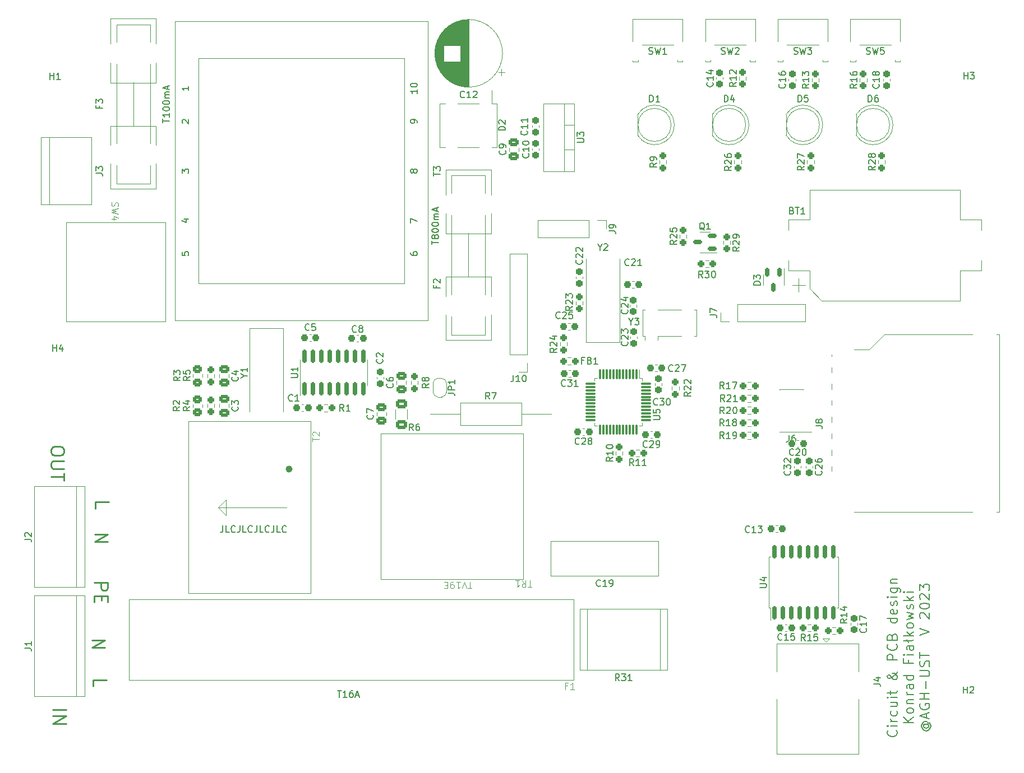
<source format=gbr>
%TF.GenerationSoftware,KiCad,Pcbnew,7.0.1*%
%TF.CreationDate,2023-05-06T23:45:57+02:00*%
%TF.ProjectId,PUE_mainboard,5055455f-6d61-4696-9e62-6f6172642e6b,rev?*%
%TF.SameCoordinates,Original*%
%TF.FileFunction,Legend,Top*%
%TF.FilePolarity,Positive*%
%FSLAX46Y46*%
G04 Gerber Fmt 4.6, Leading zero omitted, Abs format (unit mm)*
G04 Created by KiCad (PCBNEW 7.0.1) date 2023-05-06 23:45:57*
%MOMM*%
%LPD*%
G01*
G04 APERTURE LIST*
G04 Aperture macros list*
%AMRoundRect*
0 Rectangle with rounded corners*
0 $1 Rounding radius*
0 $2 $3 $4 $5 $6 $7 $8 $9 X,Y pos of 4 corners*
0 Add a 4 corners polygon primitive as box body*
4,1,4,$2,$3,$4,$5,$6,$7,$8,$9,$2,$3,0*
0 Add four circle primitives for the rounded corners*
1,1,$1+$1,$2,$3*
1,1,$1+$1,$4,$5*
1,1,$1+$1,$6,$7*
1,1,$1+$1,$8,$9*
0 Add four rect primitives between the rounded corners*
20,1,$1+$1,$2,$3,$4,$5,0*
20,1,$1+$1,$4,$5,$6,$7,0*
20,1,$1+$1,$6,$7,$8,$9,0*
20,1,$1+$1,$8,$9,$2,$3,0*%
%AMFreePoly0*
4,1,19,0.500000,-0.750000,0.000000,-0.750000,0.000000,-0.744911,-0.071157,-0.744911,-0.207708,-0.704816,-0.327430,-0.627875,-0.420627,-0.520320,-0.479746,-0.390866,-0.500000,-0.250000,-0.500000,0.250000,-0.479746,0.390866,-0.420627,0.520320,-0.327430,0.627875,-0.207708,0.704816,-0.071157,0.744911,0.000000,0.744911,0.000000,0.750000,0.500000,0.750000,0.500000,-0.750000,0.500000,-0.750000,
$1*%
%AMFreePoly1*
4,1,19,0.000000,0.744911,0.071157,0.744911,0.207708,0.704816,0.327430,0.627875,0.420627,0.520320,0.479746,0.390866,0.500000,0.250000,0.500000,-0.250000,0.479746,-0.390866,0.420627,-0.520320,0.327430,-0.627875,0.207708,-0.704816,0.071157,-0.744911,0.000000,-0.744911,0.000000,-0.750000,-0.500000,-0.750000,-0.500000,0.750000,0.000000,0.750000,0.000000,0.744911,0.000000,0.744911,
$1*%
G04 Aperture macros list end*
%ADD10C,0.250000*%
%ADD11C,0.200000*%
%ADD12C,0.150000*%
%ADD13C,0.100000*%
%ADD14C,0.120000*%
%ADD15C,0.550000*%
%ADD16RoundRect,0.237500X0.300000X0.237500X-0.300000X0.237500X-0.300000X-0.237500X0.300000X-0.237500X0*%
%ADD17RoundRect,0.237500X-0.237500X0.250000X-0.237500X-0.250000X0.237500X-0.250000X0.237500X0.250000X0*%
%ADD18C,3.000000*%
%ADD19RoundRect,0.237500X0.250000X0.237500X-0.250000X0.237500X-0.250000X-0.237500X0.250000X-0.237500X0*%
%ADD20C,1.100000*%
%ADD21C,1.600000*%
%ADD22R,1.500000X1.000000*%
%ADD23R,1.500000X0.700000*%
%ADD24R,2.800000X1.500000*%
%ADD25RoundRect,0.237500X0.237500X-0.250000X0.237500X0.250000X-0.237500X0.250000X-0.237500X-0.250000X0*%
%ADD26RoundRect,0.237500X-0.250000X-0.237500X0.250000X-0.237500X0.250000X0.237500X-0.250000X0.237500X0*%
%ADD27R,1.800000X1.800000*%
%ADD28C,1.800000*%
%ADD29R,3.000000X3.000000*%
%ADD30R,2.600000X3.600000*%
%ADD31C,2.350000*%
%ADD32C,2.400000*%
%ADD33R,2.400000X0.740000*%
%ADD34C,1.700000*%
%ADD35C,0.900000*%
%ADD36C,8.600000*%
%ADD37RoundRect,0.237500X-0.237500X0.300000X-0.237500X-0.300000X0.237500X-0.300000X0.237500X0.300000X0*%
%ADD38RoundRect,0.250000X-0.475000X0.337500X-0.475000X-0.337500X0.475000X-0.337500X0.475000X0.337500X0*%
%ADD39RoundRect,0.250000X0.625000X-0.400000X0.625000X0.400000X-0.625000X0.400000X-0.625000X-0.400000X0*%
%ADD40RoundRect,0.237500X-0.300000X-0.237500X0.300000X-0.237500X0.300000X0.237500X-0.300000X0.237500X0*%
%ADD41RoundRect,0.237500X0.237500X-0.300000X0.237500X0.300000X-0.237500X0.300000X-0.237500X-0.300000X0*%
%ADD42RoundRect,0.150000X0.150000X-0.825000X0.150000X0.825000X-0.150000X0.825000X-0.150000X-0.825000X0*%
%ADD43R,2.000000X1.905000*%
%ADD44O,2.000000X1.905000*%
%ADD45R,2.000000X2.000000*%
%ADD46C,2.000000*%
%ADD47RoundRect,0.150000X0.150000X-0.875000X0.150000X0.875000X-0.150000X0.875000X-0.150000X-0.875000X0*%
%ADD48RoundRect,0.250000X0.475000X-0.337500X0.475000X0.337500X-0.475000X0.337500X-0.475000X-0.337500X0*%
%ADD49RoundRect,0.150000X-0.150000X0.512500X-0.150000X-0.512500X0.150000X-0.512500X0.150000X0.512500X0*%
%ADD50R,1.700000X1.700000*%
%ADD51O,1.700000X1.700000*%
%ADD52RoundRect,0.250000X0.450000X-0.350000X0.450000X0.350000X-0.450000X0.350000X-0.450000X-0.350000X0*%
%ADD53RoundRect,0.075000X-0.075000X0.662500X-0.075000X-0.662500X0.075000X-0.662500X0.075000X0.662500X0*%
%ADD54RoundRect,0.075000X-0.662500X0.075000X-0.662500X-0.075000X0.662500X-0.075000X0.662500X0.075000X0*%
%ADD55R,1.300000X1.900000*%
%ADD56FreePoly0,270.000000*%
%ADD57FreePoly1,270.000000*%
%ADD58R,1.500000X2.000000*%
%ADD59R,2.000000X4.500000*%
%ADD60C,3.500000*%
%ADD61RoundRect,0.150000X0.512500X0.150000X-0.512500X0.150000X-0.512500X-0.150000X0.512500X-0.150000X0*%
%ADD62C,6.000000*%
%ADD63O,1.600000X1.600000*%
G04 APERTURE END LIST*
D10*
X79755238Y-183823809D02*
X77755238Y-183823809D01*
X77755238Y-183823809D02*
X79755238Y-182680952D01*
X79755238Y-182680952D02*
X77755238Y-182680952D01*
X77969761Y-189653571D02*
X77969761Y-188701190D01*
X77969761Y-188701190D02*
X79969761Y-188701190D01*
X80180238Y-167823809D02*
X78180238Y-167823809D01*
X78180238Y-167823809D02*
X80180238Y-166680952D01*
X80180238Y-166680952D02*
X78180238Y-166680952D01*
D11*
X199238571Y-196300000D02*
X199310000Y-196371428D01*
X199310000Y-196371428D02*
X199381428Y-196585714D01*
X199381428Y-196585714D02*
X199381428Y-196728571D01*
X199381428Y-196728571D02*
X199310000Y-196942857D01*
X199310000Y-196942857D02*
X199167142Y-197085714D01*
X199167142Y-197085714D02*
X199024285Y-197157143D01*
X199024285Y-197157143D02*
X198738571Y-197228571D01*
X198738571Y-197228571D02*
X198524285Y-197228571D01*
X198524285Y-197228571D02*
X198238571Y-197157143D01*
X198238571Y-197157143D02*
X198095714Y-197085714D01*
X198095714Y-197085714D02*
X197952857Y-196942857D01*
X197952857Y-196942857D02*
X197881428Y-196728571D01*
X197881428Y-196728571D02*
X197881428Y-196585714D01*
X197881428Y-196585714D02*
X197952857Y-196371428D01*
X197952857Y-196371428D02*
X198024285Y-196300000D01*
X199381428Y-195657143D02*
X198381428Y-195657143D01*
X197881428Y-195657143D02*
X197952857Y-195728571D01*
X197952857Y-195728571D02*
X198024285Y-195657143D01*
X198024285Y-195657143D02*
X197952857Y-195585714D01*
X197952857Y-195585714D02*
X197881428Y-195657143D01*
X197881428Y-195657143D02*
X198024285Y-195657143D01*
X199381428Y-194942857D02*
X198381428Y-194942857D01*
X198667142Y-194942857D02*
X198524285Y-194871428D01*
X198524285Y-194871428D02*
X198452857Y-194800000D01*
X198452857Y-194800000D02*
X198381428Y-194657142D01*
X198381428Y-194657142D02*
X198381428Y-194514285D01*
X199310000Y-193371429D02*
X199381428Y-193514286D01*
X199381428Y-193514286D02*
X199381428Y-193800000D01*
X199381428Y-193800000D02*
X199310000Y-193942857D01*
X199310000Y-193942857D02*
X199238571Y-194014286D01*
X199238571Y-194014286D02*
X199095714Y-194085714D01*
X199095714Y-194085714D02*
X198667142Y-194085714D01*
X198667142Y-194085714D02*
X198524285Y-194014286D01*
X198524285Y-194014286D02*
X198452857Y-193942857D01*
X198452857Y-193942857D02*
X198381428Y-193800000D01*
X198381428Y-193800000D02*
X198381428Y-193514286D01*
X198381428Y-193514286D02*
X198452857Y-193371429D01*
X198381428Y-192085715D02*
X199381428Y-192085715D01*
X198381428Y-192728572D02*
X199167142Y-192728572D01*
X199167142Y-192728572D02*
X199310000Y-192657143D01*
X199310000Y-192657143D02*
X199381428Y-192514286D01*
X199381428Y-192514286D02*
X199381428Y-192300000D01*
X199381428Y-192300000D02*
X199310000Y-192157143D01*
X199310000Y-192157143D02*
X199238571Y-192085715D01*
X199381428Y-191371429D02*
X198381428Y-191371429D01*
X197881428Y-191371429D02*
X197952857Y-191442857D01*
X197952857Y-191442857D02*
X198024285Y-191371429D01*
X198024285Y-191371429D02*
X197952857Y-191300000D01*
X197952857Y-191300000D02*
X197881428Y-191371429D01*
X197881428Y-191371429D02*
X198024285Y-191371429D01*
X198381428Y-190871428D02*
X198381428Y-190300000D01*
X197881428Y-190657143D02*
X199167142Y-190657143D01*
X199167142Y-190657143D02*
X199310000Y-190585714D01*
X199310000Y-190585714D02*
X199381428Y-190442857D01*
X199381428Y-190442857D02*
X199381428Y-190300000D01*
X199381428Y-187442857D02*
X199381428Y-187514286D01*
X199381428Y-187514286D02*
X199310000Y-187657143D01*
X199310000Y-187657143D02*
X199095714Y-187871428D01*
X199095714Y-187871428D02*
X198667142Y-188228571D01*
X198667142Y-188228571D02*
X198452857Y-188371428D01*
X198452857Y-188371428D02*
X198238571Y-188442857D01*
X198238571Y-188442857D02*
X198095714Y-188442857D01*
X198095714Y-188442857D02*
X197952857Y-188371428D01*
X197952857Y-188371428D02*
X197881428Y-188228571D01*
X197881428Y-188228571D02*
X197881428Y-188157143D01*
X197881428Y-188157143D02*
X197952857Y-188014286D01*
X197952857Y-188014286D02*
X198095714Y-187942857D01*
X198095714Y-187942857D02*
X198167142Y-187942857D01*
X198167142Y-187942857D02*
X198310000Y-188014286D01*
X198310000Y-188014286D02*
X198381428Y-188085714D01*
X198381428Y-188085714D02*
X198667142Y-188514286D01*
X198667142Y-188514286D02*
X198738571Y-188585714D01*
X198738571Y-188585714D02*
X198881428Y-188657143D01*
X198881428Y-188657143D02*
X199095714Y-188657143D01*
X199095714Y-188657143D02*
X199238571Y-188585714D01*
X199238571Y-188585714D02*
X199310000Y-188514286D01*
X199310000Y-188514286D02*
X199381428Y-188371428D01*
X199381428Y-188371428D02*
X199381428Y-188157143D01*
X199381428Y-188157143D02*
X199310000Y-188014286D01*
X199310000Y-188014286D02*
X199238571Y-187942857D01*
X199238571Y-187942857D02*
X198952857Y-187728571D01*
X198952857Y-187728571D02*
X198738571Y-187657143D01*
X198738571Y-187657143D02*
X198595714Y-187657143D01*
X199381428Y-185657143D02*
X197881428Y-185657143D01*
X197881428Y-185657143D02*
X197881428Y-185085714D01*
X197881428Y-185085714D02*
X197952857Y-184942857D01*
X197952857Y-184942857D02*
X198024285Y-184871428D01*
X198024285Y-184871428D02*
X198167142Y-184800000D01*
X198167142Y-184800000D02*
X198381428Y-184800000D01*
X198381428Y-184800000D02*
X198524285Y-184871428D01*
X198524285Y-184871428D02*
X198595714Y-184942857D01*
X198595714Y-184942857D02*
X198667142Y-185085714D01*
X198667142Y-185085714D02*
X198667142Y-185657143D01*
X199238571Y-183300000D02*
X199310000Y-183371428D01*
X199310000Y-183371428D02*
X199381428Y-183585714D01*
X199381428Y-183585714D02*
X199381428Y-183728571D01*
X199381428Y-183728571D02*
X199310000Y-183942857D01*
X199310000Y-183942857D02*
X199167142Y-184085714D01*
X199167142Y-184085714D02*
X199024285Y-184157143D01*
X199024285Y-184157143D02*
X198738571Y-184228571D01*
X198738571Y-184228571D02*
X198524285Y-184228571D01*
X198524285Y-184228571D02*
X198238571Y-184157143D01*
X198238571Y-184157143D02*
X198095714Y-184085714D01*
X198095714Y-184085714D02*
X197952857Y-183942857D01*
X197952857Y-183942857D02*
X197881428Y-183728571D01*
X197881428Y-183728571D02*
X197881428Y-183585714D01*
X197881428Y-183585714D02*
X197952857Y-183371428D01*
X197952857Y-183371428D02*
X198024285Y-183300000D01*
X198595714Y-182157143D02*
X198667142Y-181942857D01*
X198667142Y-181942857D02*
X198738571Y-181871428D01*
X198738571Y-181871428D02*
X198881428Y-181800000D01*
X198881428Y-181800000D02*
X199095714Y-181800000D01*
X199095714Y-181800000D02*
X199238571Y-181871428D01*
X199238571Y-181871428D02*
X199310000Y-181942857D01*
X199310000Y-181942857D02*
X199381428Y-182085714D01*
X199381428Y-182085714D02*
X199381428Y-182657143D01*
X199381428Y-182657143D02*
X197881428Y-182657143D01*
X197881428Y-182657143D02*
X197881428Y-182157143D01*
X197881428Y-182157143D02*
X197952857Y-182014286D01*
X197952857Y-182014286D02*
X198024285Y-181942857D01*
X198024285Y-181942857D02*
X198167142Y-181871428D01*
X198167142Y-181871428D02*
X198310000Y-181871428D01*
X198310000Y-181871428D02*
X198452857Y-181942857D01*
X198452857Y-181942857D02*
X198524285Y-182014286D01*
X198524285Y-182014286D02*
X198595714Y-182157143D01*
X198595714Y-182157143D02*
X198595714Y-182657143D01*
X199381428Y-179371429D02*
X197881428Y-179371429D01*
X199310000Y-179371429D02*
X199381428Y-179514286D01*
X199381428Y-179514286D02*
X199381428Y-179800000D01*
X199381428Y-179800000D02*
X199310000Y-179942857D01*
X199310000Y-179942857D02*
X199238571Y-180014286D01*
X199238571Y-180014286D02*
X199095714Y-180085714D01*
X199095714Y-180085714D02*
X198667142Y-180085714D01*
X198667142Y-180085714D02*
X198524285Y-180014286D01*
X198524285Y-180014286D02*
X198452857Y-179942857D01*
X198452857Y-179942857D02*
X198381428Y-179800000D01*
X198381428Y-179800000D02*
X198381428Y-179514286D01*
X198381428Y-179514286D02*
X198452857Y-179371429D01*
X199310000Y-178085714D02*
X199381428Y-178228571D01*
X199381428Y-178228571D02*
X199381428Y-178514286D01*
X199381428Y-178514286D02*
X199310000Y-178657143D01*
X199310000Y-178657143D02*
X199167142Y-178728571D01*
X199167142Y-178728571D02*
X198595714Y-178728571D01*
X198595714Y-178728571D02*
X198452857Y-178657143D01*
X198452857Y-178657143D02*
X198381428Y-178514286D01*
X198381428Y-178514286D02*
X198381428Y-178228571D01*
X198381428Y-178228571D02*
X198452857Y-178085714D01*
X198452857Y-178085714D02*
X198595714Y-178014286D01*
X198595714Y-178014286D02*
X198738571Y-178014286D01*
X198738571Y-178014286D02*
X198881428Y-178728571D01*
X199310000Y-177442857D02*
X199381428Y-177300000D01*
X199381428Y-177300000D02*
X199381428Y-177014286D01*
X199381428Y-177014286D02*
X199310000Y-176871429D01*
X199310000Y-176871429D02*
X199167142Y-176800000D01*
X199167142Y-176800000D02*
X199095714Y-176800000D01*
X199095714Y-176800000D02*
X198952857Y-176871429D01*
X198952857Y-176871429D02*
X198881428Y-177014286D01*
X198881428Y-177014286D02*
X198881428Y-177228572D01*
X198881428Y-177228572D02*
X198810000Y-177371429D01*
X198810000Y-177371429D02*
X198667142Y-177442857D01*
X198667142Y-177442857D02*
X198595714Y-177442857D01*
X198595714Y-177442857D02*
X198452857Y-177371429D01*
X198452857Y-177371429D02*
X198381428Y-177228572D01*
X198381428Y-177228572D02*
X198381428Y-177014286D01*
X198381428Y-177014286D02*
X198452857Y-176871429D01*
X199381428Y-176157143D02*
X198381428Y-176157143D01*
X197881428Y-176157143D02*
X197952857Y-176228571D01*
X197952857Y-176228571D02*
X198024285Y-176157143D01*
X198024285Y-176157143D02*
X197952857Y-176085714D01*
X197952857Y-176085714D02*
X197881428Y-176157143D01*
X197881428Y-176157143D02*
X198024285Y-176157143D01*
X198381428Y-174800000D02*
X199595714Y-174800000D01*
X199595714Y-174800000D02*
X199738571Y-174871428D01*
X199738571Y-174871428D02*
X199810000Y-174942857D01*
X199810000Y-174942857D02*
X199881428Y-175085714D01*
X199881428Y-175085714D02*
X199881428Y-175300000D01*
X199881428Y-175300000D02*
X199810000Y-175442857D01*
X199310000Y-174800000D02*
X199381428Y-174942857D01*
X199381428Y-174942857D02*
X199381428Y-175228571D01*
X199381428Y-175228571D02*
X199310000Y-175371428D01*
X199310000Y-175371428D02*
X199238571Y-175442857D01*
X199238571Y-175442857D02*
X199095714Y-175514285D01*
X199095714Y-175514285D02*
X198667142Y-175514285D01*
X198667142Y-175514285D02*
X198524285Y-175442857D01*
X198524285Y-175442857D02*
X198452857Y-175371428D01*
X198452857Y-175371428D02*
X198381428Y-175228571D01*
X198381428Y-175228571D02*
X198381428Y-174942857D01*
X198381428Y-174942857D02*
X198452857Y-174800000D01*
X198381428Y-174085714D02*
X199381428Y-174085714D01*
X198524285Y-174085714D02*
X198452857Y-174014285D01*
X198452857Y-174014285D02*
X198381428Y-173871428D01*
X198381428Y-173871428D02*
X198381428Y-173657142D01*
X198381428Y-173657142D02*
X198452857Y-173514285D01*
X198452857Y-173514285D02*
X198595714Y-173442857D01*
X198595714Y-173442857D02*
X199381428Y-173442857D01*
X201811428Y-195157143D02*
X200311428Y-195157143D01*
X201811428Y-194300000D02*
X200954285Y-194942857D01*
X200311428Y-194300000D02*
X201168571Y-195157143D01*
X201811428Y-193442857D02*
X201740000Y-193585714D01*
X201740000Y-193585714D02*
X201668571Y-193657143D01*
X201668571Y-193657143D02*
X201525714Y-193728571D01*
X201525714Y-193728571D02*
X201097142Y-193728571D01*
X201097142Y-193728571D02*
X200954285Y-193657143D01*
X200954285Y-193657143D02*
X200882857Y-193585714D01*
X200882857Y-193585714D02*
X200811428Y-193442857D01*
X200811428Y-193442857D02*
X200811428Y-193228571D01*
X200811428Y-193228571D02*
X200882857Y-193085714D01*
X200882857Y-193085714D02*
X200954285Y-193014286D01*
X200954285Y-193014286D02*
X201097142Y-192942857D01*
X201097142Y-192942857D02*
X201525714Y-192942857D01*
X201525714Y-192942857D02*
X201668571Y-193014286D01*
X201668571Y-193014286D02*
X201740000Y-193085714D01*
X201740000Y-193085714D02*
X201811428Y-193228571D01*
X201811428Y-193228571D02*
X201811428Y-193442857D01*
X200811428Y-192300000D02*
X201811428Y-192300000D01*
X200954285Y-192300000D02*
X200882857Y-192228571D01*
X200882857Y-192228571D02*
X200811428Y-192085714D01*
X200811428Y-192085714D02*
X200811428Y-191871428D01*
X200811428Y-191871428D02*
X200882857Y-191728571D01*
X200882857Y-191728571D02*
X201025714Y-191657143D01*
X201025714Y-191657143D02*
X201811428Y-191657143D01*
X201811428Y-190942857D02*
X200811428Y-190942857D01*
X201097142Y-190942857D02*
X200954285Y-190871428D01*
X200954285Y-190871428D02*
X200882857Y-190800000D01*
X200882857Y-190800000D02*
X200811428Y-190657142D01*
X200811428Y-190657142D02*
X200811428Y-190514285D01*
X201811428Y-189371429D02*
X201025714Y-189371429D01*
X201025714Y-189371429D02*
X200882857Y-189442857D01*
X200882857Y-189442857D02*
X200811428Y-189585714D01*
X200811428Y-189585714D02*
X200811428Y-189871429D01*
X200811428Y-189871429D02*
X200882857Y-190014286D01*
X201740000Y-189371429D02*
X201811428Y-189514286D01*
X201811428Y-189514286D02*
X201811428Y-189871429D01*
X201811428Y-189871429D02*
X201740000Y-190014286D01*
X201740000Y-190014286D02*
X201597142Y-190085714D01*
X201597142Y-190085714D02*
X201454285Y-190085714D01*
X201454285Y-190085714D02*
X201311428Y-190014286D01*
X201311428Y-190014286D02*
X201240000Y-189871429D01*
X201240000Y-189871429D02*
X201240000Y-189514286D01*
X201240000Y-189514286D02*
X201168571Y-189371429D01*
X201811428Y-188014286D02*
X200311428Y-188014286D01*
X201740000Y-188014286D02*
X201811428Y-188157143D01*
X201811428Y-188157143D02*
X201811428Y-188442857D01*
X201811428Y-188442857D02*
X201740000Y-188585714D01*
X201740000Y-188585714D02*
X201668571Y-188657143D01*
X201668571Y-188657143D02*
X201525714Y-188728571D01*
X201525714Y-188728571D02*
X201097142Y-188728571D01*
X201097142Y-188728571D02*
X200954285Y-188657143D01*
X200954285Y-188657143D02*
X200882857Y-188585714D01*
X200882857Y-188585714D02*
X200811428Y-188442857D01*
X200811428Y-188442857D02*
X200811428Y-188157143D01*
X200811428Y-188157143D02*
X200882857Y-188014286D01*
X201025714Y-185657143D02*
X201025714Y-186157143D01*
X201811428Y-186157143D02*
X200311428Y-186157143D01*
X200311428Y-186157143D02*
X200311428Y-185442857D01*
X201811428Y-184871429D02*
X200811428Y-184871429D01*
X200311428Y-184871429D02*
X200382857Y-184942857D01*
X200382857Y-184942857D02*
X200454285Y-184871429D01*
X200454285Y-184871429D02*
X200382857Y-184800000D01*
X200382857Y-184800000D02*
X200311428Y-184871429D01*
X200311428Y-184871429D02*
X200454285Y-184871429D01*
X201811428Y-183514286D02*
X201025714Y-183514286D01*
X201025714Y-183514286D02*
X200882857Y-183585714D01*
X200882857Y-183585714D02*
X200811428Y-183728571D01*
X200811428Y-183728571D02*
X200811428Y-184014286D01*
X200811428Y-184014286D02*
X200882857Y-184157143D01*
X201740000Y-183514286D02*
X201811428Y-183657143D01*
X201811428Y-183657143D02*
X201811428Y-184014286D01*
X201811428Y-184014286D02*
X201740000Y-184157143D01*
X201740000Y-184157143D02*
X201597142Y-184228571D01*
X201597142Y-184228571D02*
X201454285Y-184228571D01*
X201454285Y-184228571D02*
X201311428Y-184157143D01*
X201311428Y-184157143D02*
X201240000Y-184014286D01*
X201240000Y-184014286D02*
X201240000Y-183657143D01*
X201240000Y-183657143D02*
X201168571Y-183514286D01*
X201811428Y-182585714D02*
X201740000Y-182728571D01*
X201740000Y-182728571D02*
X201597142Y-182800000D01*
X201597142Y-182800000D02*
X200311428Y-182800000D01*
X201097142Y-183014285D02*
X200811428Y-182585714D01*
X201811428Y-182014286D02*
X200311428Y-182014286D01*
X201240000Y-181871429D02*
X201811428Y-181442857D01*
X200811428Y-181442857D02*
X201382857Y-182014286D01*
X201811428Y-180585714D02*
X201740000Y-180728571D01*
X201740000Y-180728571D02*
X201668571Y-180800000D01*
X201668571Y-180800000D02*
X201525714Y-180871428D01*
X201525714Y-180871428D02*
X201097142Y-180871428D01*
X201097142Y-180871428D02*
X200954285Y-180800000D01*
X200954285Y-180800000D02*
X200882857Y-180728571D01*
X200882857Y-180728571D02*
X200811428Y-180585714D01*
X200811428Y-180585714D02*
X200811428Y-180371428D01*
X200811428Y-180371428D02*
X200882857Y-180228571D01*
X200882857Y-180228571D02*
X200954285Y-180157143D01*
X200954285Y-180157143D02*
X201097142Y-180085714D01*
X201097142Y-180085714D02*
X201525714Y-180085714D01*
X201525714Y-180085714D02*
X201668571Y-180157143D01*
X201668571Y-180157143D02*
X201740000Y-180228571D01*
X201740000Y-180228571D02*
X201811428Y-180371428D01*
X201811428Y-180371428D02*
X201811428Y-180585714D01*
X200811428Y-179585714D02*
X201811428Y-179300000D01*
X201811428Y-179300000D02*
X201097142Y-179014285D01*
X201097142Y-179014285D02*
X201811428Y-178728571D01*
X201811428Y-178728571D02*
X200811428Y-178442857D01*
X201740000Y-177942856D02*
X201811428Y-177799999D01*
X201811428Y-177799999D02*
X201811428Y-177514285D01*
X201811428Y-177514285D02*
X201740000Y-177371428D01*
X201740000Y-177371428D02*
X201597142Y-177299999D01*
X201597142Y-177299999D02*
X201525714Y-177299999D01*
X201525714Y-177299999D02*
X201382857Y-177371428D01*
X201382857Y-177371428D02*
X201311428Y-177514285D01*
X201311428Y-177514285D02*
X201311428Y-177728571D01*
X201311428Y-177728571D02*
X201240000Y-177871428D01*
X201240000Y-177871428D02*
X201097142Y-177942856D01*
X201097142Y-177942856D02*
X201025714Y-177942856D01*
X201025714Y-177942856D02*
X200882857Y-177871428D01*
X200882857Y-177871428D02*
X200811428Y-177728571D01*
X200811428Y-177728571D02*
X200811428Y-177514285D01*
X200811428Y-177514285D02*
X200882857Y-177371428D01*
X201811428Y-176657142D02*
X200311428Y-176657142D01*
X201240000Y-176514285D02*
X201811428Y-176085713D01*
X200811428Y-176085713D02*
X201382857Y-176657142D01*
X201811428Y-175442856D02*
X200811428Y-175442856D01*
X200311428Y-175442856D02*
X200382857Y-175514284D01*
X200382857Y-175514284D02*
X200454285Y-175442856D01*
X200454285Y-175442856D02*
X200382857Y-175371427D01*
X200382857Y-175371427D02*
X200311428Y-175442856D01*
X200311428Y-175442856D02*
X200454285Y-175442856D01*
X203527142Y-195371426D02*
X203455714Y-195442855D01*
X203455714Y-195442855D02*
X203384285Y-195585712D01*
X203384285Y-195585712D02*
X203384285Y-195728569D01*
X203384285Y-195728569D02*
X203455714Y-195871426D01*
X203455714Y-195871426D02*
X203527142Y-195942855D01*
X203527142Y-195942855D02*
X203670000Y-196014283D01*
X203670000Y-196014283D02*
X203812857Y-196014283D01*
X203812857Y-196014283D02*
X203955714Y-195942855D01*
X203955714Y-195942855D02*
X204027142Y-195871426D01*
X204027142Y-195871426D02*
X204098571Y-195728569D01*
X204098571Y-195728569D02*
X204098571Y-195585712D01*
X204098571Y-195585712D02*
X204027142Y-195442855D01*
X204027142Y-195442855D02*
X203955714Y-195371426D01*
X203384285Y-195371426D02*
X203955714Y-195371426D01*
X203955714Y-195371426D02*
X204027142Y-195299998D01*
X204027142Y-195299998D02*
X204027142Y-195228569D01*
X204027142Y-195228569D02*
X203955714Y-195085712D01*
X203955714Y-195085712D02*
X203812857Y-195014283D01*
X203812857Y-195014283D02*
X203455714Y-195014283D01*
X203455714Y-195014283D02*
X203241428Y-195157141D01*
X203241428Y-195157141D02*
X203098571Y-195371426D01*
X203098571Y-195371426D02*
X203027142Y-195657141D01*
X203027142Y-195657141D02*
X203098571Y-195942855D01*
X203098571Y-195942855D02*
X203241428Y-196157141D01*
X203241428Y-196157141D02*
X203455714Y-196299998D01*
X203455714Y-196299998D02*
X203741428Y-196371426D01*
X203741428Y-196371426D02*
X204027142Y-196299998D01*
X204027142Y-196299998D02*
X204241428Y-196157141D01*
X204241428Y-196157141D02*
X204384285Y-195942855D01*
X204384285Y-195942855D02*
X204455714Y-195657141D01*
X204455714Y-195657141D02*
X204384285Y-195371426D01*
X204384285Y-195371426D02*
X204241428Y-195157141D01*
X203812857Y-194442855D02*
X203812857Y-193728570D01*
X204241428Y-194585712D02*
X202741428Y-194085712D01*
X202741428Y-194085712D02*
X204241428Y-193585712D01*
X202812857Y-192299998D02*
X202741428Y-192442856D01*
X202741428Y-192442856D02*
X202741428Y-192657141D01*
X202741428Y-192657141D02*
X202812857Y-192871427D01*
X202812857Y-192871427D02*
X202955714Y-193014284D01*
X202955714Y-193014284D02*
X203098571Y-193085713D01*
X203098571Y-193085713D02*
X203384285Y-193157141D01*
X203384285Y-193157141D02*
X203598571Y-193157141D01*
X203598571Y-193157141D02*
X203884285Y-193085713D01*
X203884285Y-193085713D02*
X204027142Y-193014284D01*
X204027142Y-193014284D02*
X204170000Y-192871427D01*
X204170000Y-192871427D02*
X204241428Y-192657141D01*
X204241428Y-192657141D02*
X204241428Y-192514284D01*
X204241428Y-192514284D02*
X204170000Y-192299998D01*
X204170000Y-192299998D02*
X204098571Y-192228570D01*
X204098571Y-192228570D02*
X203598571Y-192228570D01*
X203598571Y-192228570D02*
X203598571Y-192514284D01*
X204241428Y-191585713D02*
X202741428Y-191585713D01*
X203455714Y-191585713D02*
X203455714Y-190728570D01*
X204241428Y-190728570D02*
X202741428Y-190728570D01*
X203670000Y-190014284D02*
X203670000Y-188871427D01*
X202741428Y-188157141D02*
X203955714Y-188157141D01*
X203955714Y-188157141D02*
X204098571Y-188085712D01*
X204098571Y-188085712D02*
X204170000Y-188014284D01*
X204170000Y-188014284D02*
X204241428Y-187871426D01*
X204241428Y-187871426D02*
X204241428Y-187585712D01*
X204241428Y-187585712D02*
X204170000Y-187442855D01*
X204170000Y-187442855D02*
X204098571Y-187371426D01*
X204098571Y-187371426D02*
X203955714Y-187299998D01*
X203955714Y-187299998D02*
X202741428Y-187299998D01*
X204170000Y-186657140D02*
X204241428Y-186442855D01*
X204241428Y-186442855D02*
X204241428Y-186085712D01*
X204241428Y-186085712D02*
X204170000Y-185942855D01*
X204170000Y-185942855D02*
X204098571Y-185871426D01*
X204098571Y-185871426D02*
X203955714Y-185799997D01*
X203955714Y-185799997D02*
X203812857Y-185799997D01*
X203812857Y-185799997D02*
X203670000Y-185871426D01*
X203670000Y-185871426D02*
X203598571Y-185942855D01*
X203598571Y-185942855D02*
X203527142Y-186085712D01*
X203527142Y-186085712D02*
X203455714Y-186371426D01*
X203455714Y-186371426D02*
X203384285Y-186514283D01*
X203384285Y-186514283D02*
X203312857Y-186585712D01*
X203312857Y-186585712D02*
X203170000Y-186657140D01*
X203170000Y-186657140D02*
X203027142Y-186657140D01*
X203027142Y-186657140D02*
X202884285Y-186585712D01*
X202884285Y-186585712D02*
X202812857Y-186514283D01*
X202812857Y-186514283D02*
X202741428Y-186371426D01*
X202741428Y-186371426D02*
X202741428Y-186014283D01*
X202741428Y-186014283D02*
X202812857Y-185799997D01*
X202741428Y-185371426D02*
X202741428Y-184514284D01*
X204241428Y-184942855D02*
X202741428Y-184942855D01*
X202741428Y-181942855D02*
X204241428Y-181442855D01*
X204241428Y-181442855D02*
X202741428Y-180942855D01*
X202884285Y-179371427D02*
X202812857Y-179299999D01*
X202812857Y-179299999D02*
X202741428Y-179157142D01*
X202741428Y-179157142D02*
X202741428Y-178799999D01*
X202741428Y-178799999D02*
X202812857Y-178657142D01*
X202812857Y-178657142D02*
X202884285Y-178585713D01*
X202884285Y-178585713D02*
X203027142Y-178514284D01*
X203027142Y-178514284D02*
X203170000Y-178514284D01*
X203170000Y-178514284D02*
X203384285Y-178585713D01*
X203384285Y-178585713D02*
X204241428Y-179442856D01*
X204241428Y-179442856D02*
X204241428Y-178514284D01*
X202741428Y-177585713D02*
X202741428Y-177442856D01*
X202741428Y-177442856D02*
X202812857Y-177299999D01*
X202812857Y-177299999D02*
X202884285Y-177228571D01*
X202884285Y-177228571D02*
X203027142Y-177157142D01*
X203027142Y-177157142D02*
X203312857Y-177085713D01*
X203312857Y-177085713D02*
X203670000Y-177085713D01*
X203670000Y-177085713D02*
X203955714Y-177157142D01*
X203955714Y-177157142D02*
X204098571Y-177228571D01*
X204098571Y-177228571D02*
X204170000Y-177299999D01*
X204170000Y-177299999D02*
X204241428Y-177442856D01*
X204241428Y-177442856D02*
X204241428Y-177585713D01*
X204241428Y-177585713D02*
X204170000Y-177728571D01*
X204170000Y-177728571D02*
X204098571Y-177799999D01*
X204098571Y-177799999D02*
X203955714Y-177871428D01*
X203955714Y-177871428D02*
X203670000Y-177942856D01*
X203670000Y-177942856D02*
X203312857Y-177942856D01*
X203312857Y-177942856D02*
X203027142Y-177871428D01*
X203027142Y-177871428D02*
X202884285Y-177799999D01*
X202884285Y-177799999D02*
X202812857Y-177728571D01*
X202812857Y-177728571D02*
X202741428Y-177585713D01*
X202884285Y-176514285D02*
X202812857Y-176442857D01*
X202812857Y-176442857D02*
X202741428Y-176300000D01*
X202741428Y-176300000D02*
X202741428Y-175942857D01*
X202741428Y-175942857D02*
X202812857Y-175800000D01*
X202812857Y-175800000D02*
X202884285Y-175728571D01*
X202884285Y-175728571D02*
X203027142Y-175657142D01*
X203027142Y-175657142D02*
X203170000Y-175657142D01*
X203170000Y-175657142D02*
X203384285Y-175728571D01*
X203384285Y-175728571D02*
X204241428Y-176585714D01*
X204241428Y-176585714D02*
X204241428Y-175657142D01*
X202741428Y-175157143D02*
X202741428Y-174228571D01*
X202741428Y-174228571D02*
X203312857Y-174728571D01*
X203312857Y-174728571D02*
X203312857Y-174514286D01*
X203312857Y-174514286D02*
X203384285Y-174371429D01*
X203384285Y-174371429D02*
X203455714Y-174300000D01*
X203455714Y-174300000D02*
X203598571Y-174228571D01*
X203598571Y-174228571D02*
X203955714Y-174228571D01*
X203955714Y-174228571D02*
X204098571Y-174300000D01*
X204098571Y-174300000D02*
X204170000Y-174371429D01*
X204170000Y-174371429D02*
X204241428Y-174514286D01*
X204241428Y-174514286D02*
X204241428Y-174942857D01*
X204241428Y-174942857D02*
X204170000Y-175085714D01*
X204170000Y-175085714D02*
X204098571Y-175157143D01*
D10*
X78294761Y-162778571D02*
X78294761Y-161826190D01*
X78294761Y-161826190D02*
X80294761Y-161826190D01*
X73569761Y-153907142D02*
X73569761Y-154288095D01*
X73569761Y-154288095D02*
X73474523Y-154478571D01*
X73474523Y-154478571D02*
X73284047Y-154669047D01*
X73284047Y-154669047D02*
X72903095Y-154764285D01*
X72903095Y-154764285D02*
X72236428Y-154764285D01*
X72236428Y-154764285D02*
X71855476Y-154669047D01*
X71855476Y-154669047D02*
X71665000Y-154478571D01*
X71665000Y-154478571D02*
X71569761Y-154288095D01*
X71569761Y-154288095D02*
X71569761Y-153907142D01*
X71569761Y-153907142D02*
X71665000Y-153716666D01*
X71665000Y-153716666D02*
X71855476Y-153526190D01*
X71855476Y-153526190D02*
X72236428Y-153430952D01*
X72236428Y-153430952D02*
X72903095Y-153430952D01*
X72903095Y-153430952D02*
X73284047Y-153526190D01*
X73284047Y-153526190D02*
X73474523Y-153716666D01*
X73474523Y-153716666D02*
X73569761Y-153907142D01*
X73569761Y-155621428D02*
X71950714Y-155621428D01*
X71950714Y-155621428D02*
X71760238Y-155716666D01*
X71760238Y-155716666D02*
X71665000Y-155811904D01*
X71665000Y-155811904D02*
X71569761Y-156002380D01*
X71569761Y-156002380D02*
X71569761Y-156383333D01*
X71569761Y-156383333D02*
X71665000Y-156573809D01*
X71665000Y-156573809D02*
X71760238Y-156669047D01*
X71760238Y-156669047D02*
X71950714Y-156764285D01*
X71950714Y-156764285D02*
X73569761Y-156764285D01*
X73569761Y-157430952D02*
X73569761Y-158573809D01*
X71569761Y-158002380D02*
X73569761Y-158002380D01*
X78169761Y-174001190D02*
X80169761Y-174001190D01*
X80169761Y-174001190D02*
X80169761Y-174763095D01*
X80169761Y-174763095D02*
X80074523Y-174953571D01*
X80074523Y-174953571D02*
X79979285Y-175048809D01*
X79979285Y-175048809D02*
X79788809Y-175144047D01*
X79788809Y-175144047D02*
X79503095Y-175144047D01*
X79503095Y-175144047D02*
X79312619Y-175048809D01*
X79312619Y-175048809D02*
X79217380Y-174953571D01*
X79217380Y-174953571D02*
X79122142Y-174763095D01*
X79122142Y-174763095D02*
X79122142Y-174001190D01*
X79217380Y-176001190D02*
X79217380Y-176667857D01*
X78169761Y-176953571D02*
X78169761Y-176001190D01*
X78169761Y-176001190D02*
X80169761Y-176001190D01*
X80169761Y-176001190D02*
X80169761Y-176953571D01*
X71894761Y-193176190D02*
X73894761Y-193176190D01*
X71894761Y-194128571D02*
X73894761Y-194128571D01*
X73894761Y-194128571D02*
X71894761Y-195271428D01*
X71894761Y-195271428D02*
X73894761Y-195271428D01*
D12*
X114858333Y-190312619D02*
X115429761Y-190312619D01*
X115144047Y-191312619D02*
X115144047Y-190312619D01*
X116286904Y-191312619D02*
X115715476Y-191312619D01*
X116001190Y-191312619D02*
X116001190Y-190312619D01*
X116001190Y-190312619D02*
X115905952Y-190455476D01*
X115905952Y-190455476D02*
X115810714Y-190550714D01*
X115810714Y-190550714D02*
X115715476Y-190598333D01*
X117144047Y-190312619D02*
X116953571Y-190312619D01*
X116953571Y-190312619D02*
X116858333Y-190360238D01*
X116858333Y-190360238D02*
X116810714Y-190407857D01*
X116810714Y-190407857D02*
X116715476Y-190550714D01*
X116715476Y-190550714D02*
X116667857Y-190741190D01*
X116667857Y-190741190D02*
X116667857Y-191122142D01*
X116667857Y-191122142D02*
X116715476Y-191217380D01*
X116715476Y-191217380D02*
X116763095Y-191265000D01*
X116763095Y-191265000D02*
X116858333Y-191312619D01*
X116858333Y-191312619D02*
X117048809Y-191312619D01*
X117048809Y-191312619D02*
X117144047Y-191265000D01*
X117144047Y-191265000D02*
X117191666Y-191217380D01*
X117191666Y-191217380D02*
X117239285Y-191122142D01*
X117239285Y-191122142D02*
X117239285Y-190884047D01*
X117239285Y-190884047D02*
X117191666Y-190788809D01*
X117191666Y-190788809D02*
X117144047Y-190741190D01*
X117144047Y-190741190D02*
X117048809Y-190693571D01*
X117048809Y-190693571D02*
X116858333Y-190693571D01*
X116858333Y-190693571D02*
X116763095Y-190741190D01*
X116763095Y-190741190D02*
X116715476Y-190788809D01*
X116715476Y-190788809D02*
X116667857Y-190884047D01*
X117620238Y-191026904D02*
X118096428Y-191026904D01*
X117525000Y-191312619D02*
X117858333Y-190312619D01*
X117858333Y-190312619D02*
X118191666Y-191312619D01*
X97548809Y-165377619D02*
X97548809Y-166091904D01*
X97548809Y-166091904D02*
X97501190Y-166234761D01*
X97501190Y-166234761D02*
X97405952Y-166330000D01*
X97405952Y-166330000D02*
X97263095Y-166377619D01*
X97263095Y-166377619D02*
X97167857Y-166377619D01*
X98501190Y-166377619D02*
X98025000Y-166377619D01*
X98025000Y-166377619D02*
X98025000Y-165377619D01*
X99405952Y-166282380D02*
X99358333Y-166330000D01*
X99358333Y-166330000D02*
X99215476Y-166377619D01*
X99215476Y-166377619D02*
X99120238Y-166377619D01*
X99120238Y-166377619D02*
X98977381Y-166330000D01*
X98977381Y-166330000D02*
X98882143Y-166234761D01*
X98882143Y-166234761D02*
X98834524Y-166139523D01*
X98834524Y-166139523D02*
X98786905Y-165949047D01*
X98786905Y-165949047D02*
X98786905Y-165806190D01*
X98786905Y-165806190D02*
X98834524Y-165615714D01*
X98834524Y-165615714D02*
X98882143Y-165520476D01*
X98882143Y-165520476D02*
X98977381Y-165425238D01*
X98977381Y-165425238D02*
X99120238Y-165377619D01*
X99120238Y-165377619D02*
X99215476Y-165377619D01*
X99215476Y-165377619D02*
X99358333Y-165425238D01*
X99358333Y-165425238D02*
X99405952Y-165472857D01*
X100120238Y-165377619D02*
X100120238Y-166091904D01*
X100120238Y-166091904D02*
X100072619Y-166234761D01*
X100072619Y-166234761D02*
X99977381Y-166330000D01*
X99977381Y-166330000D02*
X99834524Y-166377619D01*
X99834524Y-166377619D02*
X99739286Y-166377619D01*
X101072619Y-166377619D02*
X100596429Y-166377619D01*
X100596429Y-166377619D02*
X100596429Y-165377619D01*
X101977381Y-166282380D02*
X101929762Y-166330000D01*
X101929762Y-166330000D02*
X101786905Y-166377619D01*
X101786905Y-166377619D02*
X101691667Y-166377619D01*
X101691667Y-166377619D02*
X101548810Y-166330000D01*
X101548810Y-166330000D02*
X101453572Y-166234761D01*
X101453572Y-166234761D02*
X101405953Y-166139523D01*
X101405953Y-166139523D02*
X101358334Y-165949047D01*
X101358334Y-165949047D02*
X101358334Y-165806190D01*
X101358334Y-165806190D02*
X101405953Y-165615714D01*
X101405953Y-165615714D02*
X101453572Y-165520476D01*
X101453572Y-165520476D02*
X101548810Y-165425238D01*
X101548810Y-165425238D02*
X101691667Y-165377619D01*
X101691667Y-165377619D02*
X101786905Y-165377619D01*
X101786905Y-165377619D02*
X101929762Y-165425238D01*
X101929762Y-165425238D02*
X101977381Y-165472857D01*
X102691667Y-165377619D02*
X102691667Y-166091904D01*
X102691667Y-166091904D02*
X102644048Y-166234761D01*
X102644048Y-166234761D02*
X102548810Y-166330000D01*
X102548810Y-166330000D02*
X102405953Y-166377619D01*
X102405953Y-166377619D02*
X102310715Y-166377619D01*
X103644048Y-166377619D02*
X103167858Y-166377619D01*
X103167858Y-166377619D02*
X103167858Y-165377619D01*
X104548810Y-166282380D02*
X104501191Y-166330000D01*
X104501191Y-166330000D02*
X104358334Y-166377619D01*
X104358334Y-166377619D02*
X104263096Y-166377619D01*
X104263096Y-166377619D02*
X104120239Y-166330000D01*
X104120239Y-166330000D02*
X104025001Y-166234761D01*
X104025001Y-166234761D02*
X103977382Y-166139523D01*
X103977382Y-166139523D02*
X103929763Y-165949047D01*
X103929763Y-165949047D02*
X103929763Y-165806190D01*
X103929763Y-165806190D02*
X103977382Y-165615714D01*
X103977382Y-165615714D02*
X104025001Y-165520476D01*
X104025001Y-165520476D02*
X104120239Y-165425238D01*
X104120239Y-165425238D02*
X104263096Y-165377619D01*
X104263096Y-165377619D02*
X104358334Y-165377619D01*
X104358334Y-165377619D02*
X104501191Y-165425238D01*
X104501191Y-165425238D02*
X104548810Y-165472857D01*
X105263096Y-165377619D02*
X105263096Y-166091904D01*
X105263096Y-166091904D02*
X105215477Y-166234761D01*
X105215477Y-166234761D02*
X105120239Y-166330000D01*
X105120239Y-166330000D02*
X104977382Y-166377619D01*
X104977382Y-166377619D02*
X104882144Y-166377619D01*
X106215477Y-166377619D02*
X105739287Y-166377619D01*
X105739287Y-166377619D02*
X105739287Y-165377619D01*
X107120239Y-166282380D02*
X107072620Y-166330000D01*
X107072620Y-166330000D02*
X106929763Y-166377619D01*
X106929763Y-166377619D02*
X106834525Y-166377619D01*
X106834525Y-166377619D02*
X106691668Y-166330000D01*
X106691668Y-166330000D02*
X106596430Y-166234761D01*
X106596430Y-166234761D02*
X106548811Y-166139523D01*
X106548811Y-166139523D02*
X106501192Y-165949047D01*
X106501192Y-165949047D02*
X106501192Y-165806190D01*
X106501192Y-165806190D02*
X106548811Y-165615714D01*
X106548811Y-165615714D02*
X106596430Y-165520476D01*
X106596430Y-165520476D02*
X106691668Y-165425238D01*
X106691668Y-165425238D02*
X106834525Y-165377619D01*
X106834525Y-165377619D02*
X106929763Y-165377619D01*
X106929763Y-165377619D02*
X107072620Y-165425238D01*
X107072620Y-165425238D02*
X107120239Y-165472857D01*
X129112619Y-122859523D02*
X129112619Y-122288095D01*
X130112619Y-122573809D02*
X129112619Y-122573809D01*
X129541190Y-121811904D02*
X129493571Y-121907142D01*
X129493571Y-121907142D02*
X129445952Y-121954761D01*
X129445952Y-121954761D02*
X129350714Y-122002380D01*
X129350714Y-122002380D02*
X129303095Y-122002380D01*
X129303095Y-122002380D02*
X129207857Y-121954761D01*
X129207857Y-121954761D02*
X129160238Y-121907142D01*
X129160238Y-121907142D02*
X129112619Y-121811904D01*
X129112619Y-121811904D02*
X129112619Y-121621428D01*
X129112619Y-121621428D02*
X129160238Y-121526190D01*
X129160238Y-121526190D02*
X129207857Y-121478571D01*
X129207857Y-121478571D02*
X129303095Y-121430952D01*
X129303095Y-121430952D02*
X129350714Y-121430952D01*
X129350714Y-121430952D02*
X129445952Y-121478571D01*
X129445952Y-121478571D02*
X129493571Y-121526190D01*
X129493571Y-121526190D02*
X129541190Y-121621428D01*
X129541190Y-121621428D02*
X129541190Y-121811904D01*
X129541190Y-121811904D02*
X129588809Y-121907142D01*
X129588809Y-121907142D02*
X129636428Y-121954761D01*
X129636428Y-121954761D02*
X129731666Y-122002380D01*
X129731666Y-122002380D02*
X129922142Y-122002380D01*
X129922142Y-122002380D02*
X130017380Y-121954761D01*
X130017380Y-121954761D02*
X130065000Y-121907142D01*
X130065000Y-121907142D02*
X130112619Y-121811904D01*
X130112619Y-121811904D02*
X130112619Y-121621428D01*
X130112619Y-121621428D02*
X130065000Y-121526190D01*
X130065000Y-121526190D02*
X130017380Y-121478571D01*
X130017380Y-121478571D02*
X129922142Y-121430952D01*
X129922142Y-121430952D02*
X129731666Y-121430952D01*
X129731666Y-121430952D02*
X129636428Y-121478571D01*
X129636428Y-121478571D02*
X129588809Y-121526190D01*
X129588809Y-121526190D02*
X129541190Y-121621428D01*
X129112619Y-120811904D02*
X129112619Y-120716666D01*
X129112619Y-120716666D02*
X129160238Y-120621428D01*
X129160238Y-120621428D02*
X129207857Y-120573809D01*
X129207857Y-120573809D02*
X129303095Y-120526190D01*
X129303095Y-120526190D02*
X129493571Y-120478571D01*
X129493571Y-120478571D02*
X129731666Y-120478571D01*
X129731666Y-120478571D02*
X129922142Y-120526190D01*
X129922142Y-120526190D02*
X130017380Y-120573809D01*
X130017380Y-120573809D02*
X130065000Y-120621428D01*
X130065000Y-120621428D02*
X130112619Y-120716666D01*
X130112619Y-120716666D02*
X130112619Y-120811904D01*
X130112619Y-120811904D02*
X130065000Y-120907142D01*
X130065000Y-120907142D02*
X130017380Y-120954761D01*
X130017380Y-120954761D02*
X129922142Y-121002380D01*
X129922142Y-121002380D02*
X129731666Y-121049999D01*
X129731666Y-121049999D02*
X129493571Y-121049999D01*
X129493571Y-121049999D02*
X129303095Y-121002380D01*
X129303095Y-121002380D02*
X129207857Y-120954761D01*
X129207857Y-120954761D02*
X129160238Y-120907142D01*
X129160238Y-120907142D02*
X129112619Y-120811904D01*
X129112619Y-119859523D02*
X129112619Y-119764285D01*
X129112619Y-119764285D02*
X129160238Y-119669047D01*
X129160238Y-119669047D02*
X129207857Y-119621428D01*
X129207857Y-119621428D02*
X129303095Y-119573809D01*
X129303095Y-119573809D02*
X129493571Y-119526190D01*
X129493571Y-119526190D02*
X129731666Y-119526190D01*
X129731666Y-119526190D02*
X129922142Y-119573809D01*
X129922142Y-119573809D02*
X130017380Y-119621428D01*
X130017380Y-119621428D02*
X130065000Y-119669047D01*
X130065000Y-119669047D02*
X130112619Y-119764285D01*
X130112619Y-119764285D02*
X130112619Y-119859523D01*
X130112619Y-119859523D02*
X130065000Y-119954761D01*
X130065000Y-119954761D02*
X130017380Y-120002380D01*
X130017380Y-120002380D02*
X129922142Y-120049999D01*
X129922142Y-120049999D02*
X129731666Y-120097618D01*
X129731666Y-120097618D02*
X129493571Y-120097618D01*
X129493571Y-120097618D02*
X129303095Y-120049999D01*
X129303095Y-120049999D02*
X129207857Y-120002380D01*
X129207857Y-120002380D02*
X129160238Y-119954761D01*
X129160238Y-119954761D02*
X129112619Y-119859523D01*
X130112619Y-119097618D02*
X129445952Y-119097618D01*
X129541190Y-119097618D02*
X129493571Y-119049999D01*
X129493571Y-119049999D02*
X129445952Y-118954761D01*
X129445952Y-118954761D02*
X129445952Y-118811904D01*
X129445952Y-118811904D02*
X129493571Y-118716666D01*
X129493571Y-118716666D02*
X129588809Y-118669047D01*
X129588809Y-118669047D02*
X130112619Y-118669047D01*
X129588809Y-118669047D02*
X129493571Y-118621428D01*
X129493571Y-118621428D02*
X129445952Y-118526190D01*
X129445952Y-118526190D02*
X129445952Y-118383333D01*
X129445952Y-118383333D02*
X129493571Y-118288094D01*
X129493571Y-118288094D02*
X129588809Y-118240475D01*
X129588809Y-118240475D02*
X130112619Y-118240475D01*
X129826904Y-117811904D02*
X129826904Y-117335714D01*
X130112619Y-117907142D02*
X129112619Y-117573809D01*
X129112619Y-117573809D02*
X130112619Y-117240476D01*
%TO.C,C27*%
X165473142Y-141972380D02*
X165425523Y-142020000D01*
X165425523Y-142020000D02*
X165282666Y-142067619D01*
X165282666Y-142067619D02*
X165187428Y-142067619D01*
X165187428Y-142067619D02*
X165044571Y-142020000D01*
X165044571Y-142020000D02*
X164949333Y-141924761D01*
X164949333Y-141924761D02*
X164901714Y-141829523D01*
X164901714Y-141829523D02*
X164854095Y-141639047D01*
X164854095Y-141639047D02*
X164854095Y-141496190D01*
X164854095Y-141496190D02*
X164901714Y-141305714D01*
X164901714Y-141305714D02*
X164949333Y-141210476D01*
X164949333Y-141210476D02*
X165044571Y-141115238D01*
X165044571Y-141115238D02*
X165187428Y-141067619D01*
X165187428Y-141067619D02*
X165282666Y-141067619D01*
X165282666Y-141067619D02*
X165425523Y-141115238D01*
X165425523Y-141115238D02*
X165473142Y-141162857D01*
X165854095Y-141162857D02*
X165901714Y-141115238D01*
X165901714Y-141115238D02*
X165996952Y-141067619D01*
X165996952Y-141067619D02*
X166235047Y-141067619D01*
X166235047Y-141067619D02*
X166330285Y-141115238D01*
X166330285Y-141115238D02*
X166377904Y-141162857D01*
X166377904Y-141162857D02*
X166425523Y-141258095D01*
X166425523Y-141258095D02*
X166425523Y-141353333D01*
X166425523Y-141353333D02*
X166377904Y-141496190D01*
X166377904Y-141496190D02*
X165806476Y-142067619D01*
X165806476Y-142067619D02*
X166425523Y-142067619D01*
X166758857Y-141067619D02*
X167425523Y-141067619D01*
X167425523Y-141067619D02*
X166996952Y-142067619D01*
%TO.C,R4*%
X92562619Y-147416666D02*
X92086428Y-147749999D01*
X92562619Y-147988094D02*
X91562619Y-147988094D01*
X91562619Y-147988094D02*
X91562619Y-147607142D01*
X91562619Y-147607142D02*
X91610238Y-147511904D01*
X91610238Y-147511904D02*
X91657857Y-147464285D01*
X91657857Y-147464285D02*
X91753095Y-147416666D01*
X91753095Y-147416666D02*
X91895952Y-147416666D01*
X91895952Y-147416666D02*
X91991190Y-147464285D01*
X91991190Y-147464285D02*
X92038809Y-147511904D01*
X92038809Y-147511904D02*
X92086428Y-147607142D01*
X92086428Y-147607142D02*
X92086428Y-147988094D01*
X91895952Y-146559523D02*
X92562619Y-146559523D01*
X91515000Y-146797618D02*
X92229285Y-147035713D01*
X92229285Y-147035713D02*
X92229285Y-146416666D01*
%TO.C,C20*%
X183707142Y-154642380D02*
X183659523Y-154690000D01*
X183659523Y-154690000D02*
X183516666Y-154737619D01*
X183516666Y-154737619D02*
X183421428Y-154737619D01*
X183421428Y-154737619D02*
X183278571Y-154690000D01*
X183278571Y-154690000D02*
X183183333Y-154594761D01*
X183183333Y-154594761D02*
X183135714Y-154499523D01*
X183135714Y-154499523D02*
X183088095Y-154309047D01*
X183088095Y-154309047D02*
X183088095Y-154166190D01*
X183088095Y-154166190D02*
X183135714Y-153975714D01*
X183135714Y-153975714D02*
X183183333Y-153880476D01*
X183183333Y-153880476D02*
X183278571Y-153785238D01*
X183278571Y-153785238D02*
X183421428Y-153737619D01*
X183421428Y-153737619D02*
X183516666Y-153737619D01*
X183516666Y-153737619D02*
X183659523Y-153785238D01*
X183659523Y-153785238D02*
X183707142Y-153832857D01*
X184088095Y-153832857D02*
X184135714Y-153785238D01*
X184135714Y-153785238D02*
X184230952Y-153737619D01*
X184230952Y-153737619D02*
X184469047Y-153737619D01*
X184469047Y-153737619D02*
X184564285Y-153785238D01*
X184564285Y-153785238D02*
X184611904Y-153832857D01*
X184611904Y-153832857D02*
X184659523Y-153928095D01*
X184659523Y-153928095D02*
X184659523Y-154023333D01*
X184659523Y-154023333D02*
X184611904Y-154166190D01*
X184611904Y-154166190D02*
X184040476Y-154737619D01*
X184040476Y-154737619D02*
X184659523Y-154737619D01*
X185278571Y-153737619D02*
X185373809Y-153737619D01*
X185373809Y-153737619D02*
X185469047Y-153785238D01*
X185469047Y-153785238D02*
X185516666Y-153832857D01*
X185516666Y-153832857D02*
X185564285Y-153928095D01*
X185564285Y-153928095D02*
X185611904Y-154118571D01*
X185611904Y-154118571D02*
X185611904Y-154356666D01*
X185611904Y-154356666D02*
X185564285Y-154547142D01*
X185564285Y-154547142D02*
X185516666Y-154642380D01*
X185516666Y-154642380D02*
X185469047Y-154690000D01*
X185469047Y-154690000D02*
X185373809Y-154737619D01*
X185373809Y-154737619D02*
X185278571Y-154737619D01*
X185278571Y-154737619D02*
X185183333Y-154690000D01*
X185183333Y-154690000D02*
X185135714Y-154642380D01*
X185135714Y-154642380D02*
X185088095Y-154547142D01*
X185088095Y-154547142D02*
X185040476Y-154356666D01*
X185040476Y-154356666D02*
X185040476Y-154118571D01*
X185040476Y-154118571D02*
X185088095Y-153928095D01*
X185088095Y-153928095D02*
X185135714Y-153832857D01*
X185135714Y-153832857D02*
X185183333Y-153785238D01*
X185183333Y-153785238D02*
X185278571Y-153737619D01*
D13*
%TO.C,TR1*%
X144171904Y-174677380D02*
X143600476Y-174677380D01*
X143886190Y-173677380D02*
X143886190Y-174677380D01*
X142695714Y-173677380D02*
X143029047Y-174153571D01*
X143267142Y-173677380D02*
X143267142Y-174677380D01*
X143267142Y-174677380D02*
X142886190Y-174677380D01*
X142886190Y-174677380D02*
X142790952Y-174629761D01*
X142790952Y-174629761D02*
X142743333Y-174582142D01*
X142743333Y-174582142D02*
X142695714Y-174486904D01*
X142695714Y-174486904D02*
X142695714Y-174344047D01*
X142695714Y-174344047D02*
X142743333Y-174248809D01*
X142743333Y-174248809D02*
X142790952Y-174201190D01*
X142790952Y-174201190D02*
X142886190Y-174153571D01*
X142886190Y-174153571D02*
X143267142Y-174153571D01*
X141743333Y-173677380D02*
X142314761Y-173677380D01*
X142029047Y-173677380D02*
X142029047Y-174677380D01*
X142029047Y-174677380D02*
X142124285Y-174534523D01*
X142124285Y-174534523D02*
X142219523Y-174439285D01*
X142219523Y-174439285D02*
X142314761Y-174391666D01*
X135114761Y-174862380D02*
X134543333Y-174862380D01*
X134829047Y-173862380D02*
X134829047Y-174862380D01*
X134352856Y-174862380D02*
X134019523Y-173862380D01*
X134019523Y-173862380D02*
X133686190Y-174862380D01*
X132829047Y-173862380D02*
X133400475Y-173862380D01*
X133114761Y-173862380D02*
X133114761Y-174862380D01*
X133114761Y-174862380D02*
X133209999Y-174719523D01*
X133209999Y-174719523D02*
X133305237Y-174624285D01*
X133305237Y-174624285D02*
X133400475Y-174576666D01*
X132352856Y-173862380D02*
X132162380Y-173862380D01*
X132162380Y-173862380D02*
X132067142Y-173910000D01*
X132067142Y-173910000D02*
X132019523Y-173957619D01*
X132019523Y-173957619D02*
X131924285Y-174100476D01*
X131924285Y-174100476D02*
X131876666Y-174290952D01*
X131876666Y-174290952D02*
X131876666Y-174671904D01*
X131876666Y-174671904D02*
X131924285Y-174767142D01*
X131924285Y-174767142D02*
X131971904Y-174814761D01*
X131971904Y-174814761D02*
X132067142Y-174862380D01*
X132067142Y-174862380D02*
X132257618Y-174862380D01*
X132257618Y-174862380D02*
X132352856Y-174814761D01*
X132352856Y-174814761D02*
X132400475Y-174767142D01*
X132400475Y-174767142D02*
X132448094Y-174671904D01*
X132448094Y-174671904D02*
X132448094Y-174433809D01*
X132448094Y-174433809D02*
X132400475Y-174338571D01*
X132400475Y-174338571D02*
X132352856Y-174290952D01*
X132352856Y-174290952D02*
X132257618Y-174243333D01*
X132257618Y-174243333D02*
X132067142Y-174243333D01*
X132067142Y-174243333D02*
X131971904Y-174290952D01*
X131971904Y-174290952D02*
X131924285Y-174338571D01*
X131924285Y-174338571D02*
X131876666Y-174433809D01*
X131448094Y-174386190D02*
X131114761Y-174386190D01*
X130971904Y-173862380D02*
X131448094Y-173862380D01*
X131448094Y-173862380D02*
X131448094Y-174862380D01*
X131448094Y-174862380D02*
X130971904Y-174862380D01*
D12*
%TO.C,R11*%
X159557142Y-156292619D02*
X159223809Y-155816428D01*
X158985714Y-156292619D02*
X158985714Y-155292619D01*
X158985714Y-155292619D02*
X159366666Y-155292619D01*
X159366666Y-155292619D02*
X159461904Y-155340238D01*
X159461904Y-155340238D02*
X159509523Y-155387857D01*
X159509523Y-155387857D02*
X159557142Y-155483095D01*
X159557142Y-155483095D02*
X159557142Y-155625952D01*
X159557142Y-155625952D02*
X159509523Y-155721190D01*
X159509523Y-155721190D02*
X159461904Y-155768809D01*
X159461904Y-155768809D02*
X159366666Y-155816428D01*
X159366666Y-155816428D02*
X158985714Y-155816428D01*
X160509523Y-156292619D02*
X159938095Y-156292619D01*
X160223809Y-156292619D02*
X160223809Y-155292619D01*
X160223809Y-155292619D02*
X160128571Y-155435476D01*
X160128571Y-155435476D02*
X160033333Y-155530714D01*
X160033333Y-155530714D02*
X159938095Y-155578333D01*
X161461904Y-156292619D02*
X160890476Y-156292619D01*
X161176190Y-156292619D02*
X161176190Y-155292619D01*
X161176190Y-155292619D02*
X161080952Y-155435476D01*
X161080952Y-155435476D02*
X160985714Y-155530714D01*
X160985714Y-155530714D02*
X160890476Y-155578333D01*
%TO.C,J8*%
X187062619Y-150283333D02*
X187776904Y-150283333D01*
X187776904Y-150283333D02*
X187919761Y-150330952D01*
X187919761Y-150330952D02*
X188015000Y-150426190D01*
X188015000Y-150426190D02*
X188062619Y-150569047D01*
X188062619Y-150569047D02*
X188062619Y-150664285D01*
X187491190Y-149664285D02*
X187443571Y-149759523D01*
X187443571Y-149759523D02*
X187395952Y-149807142D01*
X187395952Y-149807142D02*
X187300714Y-149854761D01*
X187300714Y-149854761D02*
X187253095Y-149854761D01*
X187253095Y-149854761D02*
X187157857Y-149807142D01*
X187157857Y-149807142D02*
X187110238Y-149759523D01*
X187110238Y-149759523D02*
X187062619Y-149664285D01*
X187062619Y-149664285D02*
X187062619Y-149473809D01*
X187062619Y-149473809D02*
X187110238Y-149378571D01*
X187110238Y-149378571D02*
X187157857Y-149330952D01*
X187157857Y-149330952D02*
X187253095Y-149283333D01*
X187253095Y-149283333D02*
X187300714Y-149283333D01*
X187300714Y-149283333D02*
X187395952Y-149330952D01*
X187395952Y-149330952D02*
X187443571Y-149378571D01*
X187443571Y-149378571D02*
X187491190Y-149473809D01*
X187491190Y-149473809D02*
X187491190Y-149664285D01*
X187491190Y-149664285D02*
X187538809Y-149759523D01*
X187538809Y-149759523D02*
X187586428Y-149807142D01*
X187586428Y-149807142D02*
X187681666Y-149854761D01*
X187681666Y-149854761D02*
X187872142Y-149854761D01*
X187872142Y-149854761D02*
X187967380Y-149807142D01*
X187967380Y-149807142D02*
X188015000Y-149759523D01*
X188015000Y-149759523D02*
X188062619Y-149664285D01*
X188062619Y-149664285D02*
X188062619Y-149473809D01*
X188062619Y-149473809D02*
X188015000Y-149378571D01*
X188015000Y-149378571D02*
X187967380Y-149330952D01*
X187967380Y-149330952D02*
X187872142Y-149283333D01*
X187872142Y-149283333D02*
X187681666Y-149283333D01*
X187681666Y-149283333D02*
X187586428Y-149330952D01*
X187586428Y-149330952D02*
X187538809Y-149378571D01*
X187538809Y-149378571D02*
X187491190Y-149473809D01*
%TO.C,R27*%
X185332619Y-111042857D02*
X184856428Y-111376190D01*
X185332619Y-111614285D02*
X184332619Y-111614285D01*
X184332619Y-111614285D02*
X184332619Y-111233333D01*
X184332619Y-111233333D02*
X184380238Y-111138095D01*
X184380238Y-111138095D02*
X184427857Y-111090476D01*
X184427857Y-111090476D02*
X184523095Y-111042857D01*
X184523095Y-111042857D02*
X184665952Y-111042857D01*
X184665952Y-111042857D02*
X184761190Y-111090476D01*
X184761190Y-111090476D02*
X184808809Y-111138095D01*
X184808809Y-111138095D02*
X184856428Y-111233333D01*
X184856428Y-111233333D02*
X184856428Y-111614285D01*
X184427857Y-110661904D02*
X184380238Y-110614285D01*
X184380238Y-110614285D02*
X184332619Y-110519047D01*
X184332619Y-110519047D02*
X184332619Y-110280952D01*
X184332619Y-110280952D02*
X184380238Y-110185714D01*
X184380238Y-110185714D02*
X184427857Y-110138095D01*
X184427857Y-110138095D02*
X184523095Y-110090476D01*
X184523095Y-110090476D02*
X184618333Y-110090476D01*
X184618333Y-110090476D02*
X184761190Y-110138095D01*
X184761190Y-110138095D02*
X185332619Y-110709523D01*
X185332619Y-110709523D02*
X185332619Y-110090476D01*
X184332619Y-109757142D02*
X184332619Y-109090476D01*
X184332619Y-109090476D02*
X185332619Y-109519047D01*
%TO.C,R13*%
X186032619Y-98642857D02*
X185556428Y-98976190D01*
X186032619Y-99214285D02*
X185032619Y-99214285D01*
X185032619Y-99214285D02*
X185032619Y-98833333D01*
X185032619Y-98833333D02*
X185080238Y-98738095D01*
X185080238Y-98738095D02*
X185127857Y-98690476D01*
X185127857Y-98690476D02*
X185223095Y-98642857D01*
X185223095Y-98642857D02*
X185365952Y-98642857D01*
X185365952Y-98642857D02*
X185461190Y-98690476D01*
X185461190Y-98690476D02*
X185508809Y-98738095D01*
X185508809Y-98738095D02*
X185556428Y-98833333D01*
X185556428Y-98833333D02*
X185556428Y-99214285D01*
X186032619Y-97690476D02*
X186032619Y-98261904D01*
X186032619Y-97976190D02*
X185032619Y-97976190D01*
X185032619Y-97976190D02*
X185175476Y-98071428D01*
X185175476Y-98071428D02*
X185270714Y-98166666D01*
X185270714Y-98166666D02*
X185318333Y-98261904D01*
X185032619Y-97357142D02*
X185032619Y-96738095D01*
X185032619Y-96738095D02*
X185413571Y-97071428D01*
X185413571Y-97071428D02*
X185413571Y-96928571D01*
X185413571Y-96928571D02*
X185461190Y-96833333D01*
X185461190Y-96833333D02*
X185508809Y-96785714D01*
X185508809Y-96785714D02*
X185604047Y-96738095D01*
X185604047Y-96738095D02*
X185842142Y-96738095D01*
X185842142Y-96738095D02*
X185937380Y-96785714D01*
X185937380Y-96785714D02*
X185985000Y-96833333D01*
X185985000Y-96833333D02*
X186032619Y-96928571D01*
X186032619Y-96928571D02*
X186032619Y-97214285D01*
X186032619Y-97214285D02*
X185985000Y-97309523D01*
X185985000Y-97309523D02*
X185937380Y-97357142D01*
%TO.C,C8*%
X117708333Y-136042380D02*
X117660714Y-136090000D01*
X117660714Y-136090000D02*
X117517857Y-136137619D01*
X117517857Y-136137619D02*
X117422619Y-136137619D01*
X117422619Y-136137619D02*
X117279762Y-136090000D01*
X117279762Y-136090000D02*
X117184524Y-135994761D01*
X117184524Y-135994761D02*
X117136905Y-135899523D01*
X117136905Y-135899523D02*
X117089286Y-135709047D01*
X117089286Y-135709047D02*
X117089286Y-135566190D01*
X117089286Y-135566190D02*
X117136905Y-135375714D01*
X117136905Y-135375714D02*
X117184524Y-135280476D01*
X117184524Y-135280476D02*
X117279762Y-135185238D01*
X117279762Y-135185238D02*
X117422619Y-135137619D01*
X117422619Y-135137619D02*
X117517857Y-135137619D01*
X117517857Y-135137619D02*
X117660714Y-135185238D01*
X117660714Y-135185238D02*
X117708333Y-135232857D01*
X118279762Y-135566190D02*
X118184524Y-135518571D01*
X118184524Y-135518571D02*
X118136905Y-135470952D01*
X118136905Y-135470952D02*
X118089286Y-135375714D01*
X118089286Y-135375714D02*
X118089286Y-135328095D01*
X118089286Y-135328095D02*
X118136905Y-135232857D01*
X118136905Y-135232857D02*
X118184524Y-135185238D01*
X118184524Y-135185238D02*
X118279762Y-135137619D01*
X118279762Y-135137619D02*
X118470238Y-135137619D01*
X118470238Y-135137619D02*
X118565476Y-135185238D01*
X118565476Y-135185238D02*
X118613095Y-135232857D01*
X118613095Y-135232857D02*
X118660714Y-135328095D01*
X118660714Y-135328095D02*
X118660714Y-135375714D01*
X118660714Y-135375714D02*
X118613095Y-135470952D01*
X118613095Y-135470952D02*
X118565476Y-135518571D01*
X118565476Y-135518571D02*
X118470238Y-135566190D01*
X118470238Y-135566190D02*
X118279762Y-135566190D01*
X118279762Y-135566190D02*
X118184524Y-135613809D01*
X118184524Y-135613809D02*
X118136905Y-135661428D01*
X118136905Y-135661428D02*
X118089286Y-135756666D01*
X118089286Y-135756666D02*
X118089286Y-135947142D01*
X118089286Y-135947142D02*
X118136905Y-136042380D01*
X118136905Y-136042380D02*
X118184524Y-136090000D01*
X118184524Y-136090000D02*
X118279762Y-136137619D01*
X118279762Y-136137619D02*
X118470238Y-136137619D01*
X118470238Y-136137619D02*
X118565476Y-136090000D01*
X118565476Y-136090000D02*
X118613095Y-136042380D01*
X118613095Y-136042380D02*
X118660714Y-135947142D01*
X118660714Y-135947142D02*
X118660714Y-135756666D01*
X118660714Y-135756666D02*
X118613095Y-135661428D01*
X118613095Y-135661428D02*
X118565476Y-135613809D01*
X118565476Y-135613809D02*
X118470238Y-135566190D01*
%TO.C,R20*%
X173232142Y-148437619D02*
X172898809Y-147961428D01*
X172660714Y-148437619D02*
X172660714Y-147437619D01*
X172660714Y-147437619D02*
X173041666Y-147437619D01*
X173041666Y-147437619D02*
X173136904Y-147485238D01*
X173136904Y-147485238D02*
X173184523Y-147532857D01*
X173184523Y-147532857D02*
X173232142Y-147628095D01*
X173232142Y-147628095D02*
X173232142Y-147770952D01*
X173232142Y-147770952D02*
X173184523Y-147866190D01*
X173184523Y-147866190D02*
X173136904Y-147913809D01*
X173136904Y-147913809D02*
X173041666Y-147961428D01*
X173041666Y-147961428D02*
X172660714Y-147961428D01*
X173613095Y-147532857D02*
X173660714Y-147485238D01*
X173660714Y-147485238D02*
X173755952Y-147437619D01*
X173755952Y-147437619D02*
X173994047Y-147437619D01*
X173994047Y-147437619D02*
X174089285Y-147485238D01*
X174089285Y-147485238D02*
X174136904Y-147532857D01*
X174136904Y-147532857D02*
X174184523Y-147628095D01*
X174184523Y-147628095D02*
X174184523Y-147723333D01*
X174184523Y-147723333D02*
X174136904Y-147866190D01*
X174136904Y-147866190D02*
X173565476Y-148437619D01*
X173565476Y-148437619D02*
X174184523Y-148437619D01*
X174803571Y-147437619D02*
X174898809Y-147437619D01*
X174898809Y-147437619D02*
X174994047Y-147485238D01*
X174994047Y-147485238D02*
X175041666Y-147532857D01*
X175041666Y-147532857D02*
X175089285Y-147628095D01*
X175089285Y-147628095D02*
X175136904Y-147818571D01*
X175136904Y-147818571D02*
X175136904Y-148056666D01*
X175136904Y-148056666D02*
X175089285Y-148247142D01*
X175089285Y-148247142D02*
X175041666Y-148342380D01*
X175041666Y-148342380D02*
X174994047Y-148390000D01*
X174994047Y-148390000D02*
X174898809Y-148437619D01*
X174898809Y-148437619D02*
X174803571Y-148437619D01*
X174803571Y-148437619D02*
X174708333Y-148390000D01*
X174708333Y-148390000D02*
X174660714Y-148342380D01*
X174660714Y-148342380D02*
X174613095Y-148247142D01*
X174613095Y-148247142D02*
X174565476Y-148056666D01*
X174565476Y-148056666D02*
X174565476Y-147818571D01*
X174565476Y-147818571D02*
X174613095Y-147628095D01*
X174613095Y-147628095D02*
X174660714Y-147532857D01*
X174660714Y-147532857D02*
X174708333Y-147485238D01*
X174708333Y-147485238D02*
X174803571Y-147437619D01*
%TO.C,D5*%
X184391905Y-101302619D02*
X184391905Y-100302619D01*
X184391905Y-100302619D02*
X184630000Y-100302619D01*
X184630000Y-100302619D02*
X184772857Y-100350238D01*
X184772857Y-100350238D02*
X184868095Y-100445476D01*
X184868095Y-100445476D02*
X184915714Y-100540714D01*
X184915714Y-100540714D02*
X184963333Y-100731190D01*
X184963333Y-100731190D02*
X184963333Y-100874047D01*
X184963333Y-100874047D02*
X184915714Y-101064523D01*
X184915714Y-101064523D02*
X184868095Y-101159761D01*
X184868095Y-101159761D02*
X184772857Y-101255000D01*
X184772857Y-101255000D02*
X184630000Y-101302619D01*
X184630000Y-101302619D02*
X184391905Y-101302619D01*
X185868095Y-100302619D02*
X185391905Y-100302619D01*
X185391905Y-100302619D02*
X185344286Y-100778809D01*
X185344286Y-100778809D02*
X185391905Y-100731190D01*
X185391905Y-100731190D02*
X185487143Y-100683571D01*
X185487143Y-100683571D02*
X185725238Y-100683571D01*
X185725238Y-100683571D02*
X185820476Y-100731190D01*
X185820476Y-100731190D02*
X185868095Y-100778809D01*
X185868095Y-100778809D02*
X185915714Y-100874047D01*
X185915714Y-100874047D02*
X185915714Y-101112142D01*
X185915714Y-101112142D02*
X185868095Y-101207380D01*
X185868095Y-101207380D02*
X185820476Y-101255000D01*
X185820476Y-101255000D02*
X185725238Y-101302619D01*
X185725238Y-101302619D02*
X185487143Y-101302619D01*
X185487143Y-101302619D02*
X185391905Y-101255000D01*
X185391905Y-101255000D02*
X185344286Y-101207380D01*
%TO.C,J1*%
X67662619Y-183883333D02*
X68376904Y-183883333D01*
X68376904Y-183883333D02*
X68519761Y-183930952D01*
X68519761Y-183930952D02*
X68615000Y-184026190D01*
X68615000Y-184026190D02*
X68662619Y-184169047D01*
X68662619Y-184169047D02*
X68662619Y-184264285D01*
X68662619Y-182883333D02*
X68662619Y-183454761D01*
X68662619Y-183169047D02*
X67662619Y-183169047D01*
X67662619Y-183169047D02*
X67805476Y-183264285D01*
X67805476Y-183264285D02*
X67900714Y-183359523D01*
X67900714Y-183359523D02*
X67948333Y-183454761D01*
%TO.C,BT1*%
X183464285Y-117738809D02*
X183607142Y-117786428D01*
X183607142Y-117786428D02*
X183654761Y-117834047D01*
X183654761Y-117834047D02*
X183702380Y-117929285D01*
X183702380Y-117929285D02*
X183702380Y-118072142D01*
X183702380Y-118072142D02*
X183654761Y-118167380D01*
X183654761Y-118167380D02*
X183607142Y-118215000D01*
X183607142Y-118215000D02*
X183511904Y-118262619D01*
X183511904Y-118262619D02*
X183130952Y-118262619D01*
X183130952Y-118262619D02*
X183130952Y-117262619D01*
X183130952Y-117262619D02*
X183464285Y-117262619D01*
X183464285Y-117262619D02*
X183559523Y-117310238D01*
X183559523Y-117310238D02*
X183607142Y-117357857D01*
X183607142Y-117357857D02*
X183654761Y-117453095D01*
X183654761Y-117453095D02*
X183654761Y-117548333D01*
X183654761Y-117548333D02*
X183607142Y-117643571D01*
X183607142Y-117643571D02*
X183559523Y-117691190D01*
X183559523Y-117691190D02*
X183464285Y-117738809D01*
X183464285Y-117738809D02*
X183130952Y-117738809D01*
X183988095Y-117262619D02*
X184559523Y-117262619D01*
X184273809Y-118262619D02*
X184273809Y-117262619D01*
X185416666Y-118262619D02*
X184845238Y-118262619D01*
X185130952Y-118262619D02*
X185130952Y-117262619D01*
X185130952Y-117262619D02*
X185035714Y-117405476D01*
X185035714Y-117405476D02*
X184940476Y-117500714D01*
X184940476Y-117500714D02*
X184845238Y-117548333D01*
%TO.C,F2*%
X129813809Y-129133333D02*
X129813809Y-129466666D01*
X130337619Y-129466666D02*
X129337619Y-129466666D01*
X129337619Y-129466666D02*
X129337619Y-128990476D01*
X129432857Y-128657142D02*
X129385238Y-128609523D01*
X129385238Y-128609523D02*
X129337619Y-128514285D01*
X129337619Y-128514285D02*
X129337619Y-128276190D01*
X129337619Y-128276190D02*
X129385238Y-128180952D01*
X129385238Y-128180952D02*
X129432857Y-128133333D01*
X129432857Y-128133333D02*
X129528095Y-128085714D01*
X129528095Y-128085714D02*
X129623333Y-128085714D01*
X129623333Y-128085714D02*
X129766190Y-128133333D01*
X129766190Y-128133333D02*
X130337619Y-128704761D01*
X130337619Y-128704761D02*
X130337619Y-128085714D01*
%TO.C,R10*%
X156432619Y-155042857D02*
X155956428Y-155376190D01*
X156432619Y-155614285D02*
X155432619Y-155614285D01*
X155432619Y-155614285D02*
X155432619Y-155233333D01*
X155432619Y-155233333D02*
X155480238Y-155138095D01*
X155480238Y-155138095D02*
X155527857Y-155090476D01*
X155527857Y-155090476D02*
X155623095Y-155042857D01*
X155623095Y-155042857D02*
X155765952Y-155042857D01*
X155765952Y-155042857D02*
X155861190Y-155090476D01*
X155861190Y-155090476D02*
X155908809Y-155138095D01*
X155908809Y-155138095D02*
X155956428Y-155233333D01*
X155956428Y-155233333D02*
X155956428Y-155614285D01*
X156432619Y-154090476D02*
X156432619Y-154661904D01*
X156432619Y-154376190D02*
X155432619Y-154376190D01*
X155432619Y-154376190D02*
X155575476Y-154471428D01*
X155575476Y-154471428D02*
X155670714Y-154566666D01*
X155670714Y-154566666D02*
X155718333Y-154661904D01*
X155432619Y-153471428D02*
X155432619Y-153376190D01*
X155432619Y-153376190D02*
X155480238Y-153280952D01*
X155480238Y-153280952D02*
X155527857Y-153233333D01*
X155527857Y-153233333D02*
X155623095Y-153185714D01*
X155623095Y-153185714D02*
X155813571Y-153138095D01*
X155813571Y-153138095D02*
X156051666Y-153138095D01*
X156051666Y-153138095D02*
X156242142Y-153185714D01*
X156242142Y-153185714D02*
X156337380Y-153233333D01*
X156337380Y-153233333D02*
X156385000Y-153280952D01*
X156385000Y-153280952D02*
X156432619Y-153376190D01*
X156432619Y-153376190D02*
X156432619Y-153471428D01*
X156432619Y-153471428D02*
X156385000Y-153566666D01*
X156385000Y-153566666D02*
X156337380Y-153614285D01*
X156337380Y-153614285D02*
X156242142Y-153661904D01*
X156242142Y-153661904D02*
X156051666Y-153709523D01*
X156051666Y-153709523D02*
X155813571Y-153709523D01*
X155813571Y-153709523D02*
X155623095Y-153661904D01*
X155623095Y-153661904D02*
X155527857Y-153614285D01*
X155527857Y-153614285D02*
X155480238Y-153566666D01*
X155480238Y-153566666D02*
X155432619Y-153471428D01*
%TO.C,R31*%
X157407142Y-188812619D02*
X157073809Y-188336428D01*
X156835714Y-188812619D02*
X156835714Y-187812619D01*
X156835714Y-187812619D02*
X157216666Y-187812619D01*
X157216666Y-187812619D02*
X157311904Y-187860238D01*
X157311904Y-187860238D02*
X157359523Y-187907857D01*
X157359523Y-187907857D02*
X157407142Y-188003095D01*
X157407142Y-188003095D02*
X157407142Y-188145952D01*
X157407142Y-188145952D02*
X157359523Y-188241190D01*
X157359523Y-188241190D02*
X157311904Y-188288809D01*
X157311904Y-188288809D02*
X157216666Y-188336428D01*
X157216666Y-188336428D02*
X156835714Y-188336428D01*
X157740476Y-187812619D02*
X158359523Y-187812619D01*
X158359523Y-187812619D02*
X158026190Y-188193571D01*
X158026190Y-188193571D02*
X158169047Y-188193571D01*
X158169047Y-188193571D02*
X158264285Y-188241190D01*
X158264285Y-188241190D02*
X158311904Y-188288809D01*
X158311904Y-188288809D02*
X158359523Y-188384047D01*
X158359523Y-188384047D02*
X158359523Y-188622142D01*
X158359523Y-188622142D02*
X158311904Y-188717380D01*
X158311904Y-188717380D02*
X158264285Y-188765000D01*
X158264285Y-188765000D02*
X158169047Y-188812619D01*
X158169047Y-188812619D02*
X157883333Y-188812619D01*
X157883333Y-188812619D02*
X157788095Y-188765000D01*
X157788095Y-188765000D02*
X157740476Y-188717380D01*
X159311904Y-188812619D02*
X158740476Y-188812619D01*
X159026190Y-188812619D02*
X159026190Y-187812619D01*
X159026190Y-187812619D02*
X158930952Y-187955476D01*
X158930952Y-187955476D02*
X158835714Y-188050714D01*
X158835714Y-188050714D02*
X158740476Y-188098333D01*
%TO.C,R29*%
X175532619Y-123255357D02*
X175056428Y-123588690D01*
X175532619Y-123826785D02*
X174532619Y-123826785D01*
X174532619Y-123826785D02*
X174532619Y-123445833D01*
X174532619Y-123445833D02*
X174580238Y-123350595D01*
X174580238Y-123350595D02*
X174627857Y-123302976D01*
X174627857Y-123302976D02*
X174723095Y-123255357D01*
X174723095Y-123255357D02*
X174865952Y-123255357D01*
X174865952Y-123255357D02*
X174961190Y-123302976D01*
X174961190Y-123302976D02*
X175008809Y-123350595D01*
X175008809Y-123350595D02*
X175056428Y-123445833D01*
X175056428Y-123445833D02*
X175056428Y-123826785D01*
X174627857Y-122874404D02*
X174580238Y-122826785D01*
X174580238Y-122826785D02*
X174532619Y-122731547D01*
X174532619Y-122731547D02*
X174532619Y-122493452D01*
X174532619Y-122493452D02*
X174580238Y-122398214D01*
X174580238Y-122398214D02*
X174627857Y-122350595D01*
X174627857Y-122350595D02*
X174723095Y-122302976D01*
X174723095Y-122302976D02*
X174818333Y-122302976D01*
X174818333Y-122302976D02*
X174961190Y-122350595D01*
X174961190Y-122350595D02*
X175532619Y-122922023D01*
X175532619Y-122922023D02*
X175532619Y-122302976D01*
X175532619Y-121826785D02*
X175532619Y-121636309D01*
X175532619Y-121636309D02*
X175485000Y-121541071D01*
X175485000Y-121541071D02*
X175437380Y-121493452D01*
X175437380Y-121493452D02*
X175294523Y-121398214D01*
X175294523Y-121398214D02*
X175104047Y-121350595D01*
X175104047Y-121350595D02*
X174723095Y-121350595D01*
X174723095Y-121350595D02*
X174627857Y-121398214D01*
X174627857Y-121398214D02*
X174580238Y-121445833D01*
X174580238Y-121445833D02*
X174532619Y-121541071D01*
X174532619Y-121541071D02*
X174532619Y-121731547D01*
X174532619Y-121731547D02*
X174580238Y-121826785D01*
X174580238Y-121826785D02*
X174627857Y-121874404D01*
X174627857Y-121874404D02*
X174723095Y-121922023D01*
X174723095Y-121922023D02*
X174961190Y-121922023D01*
X174961190Y-121922023D02*
X175056428Y-121874404D01*
X175056428Y-121874404D02*
X175104047Y-121826785D01*
X175104047Y-121826785D02*
X175151666Y-121731547D01*
X175151666Y-121731547D02*
X175151666Y-121541071D01*
X175151666Y-121541071D02*
X175104047Y-121445833D01*
X175104047Y-121445833D02*
X175056428Y-121398214D01*
X175056428Y-121398214D02*
X174961190Y-121350595D01*
%TO.C,J6*%
X183016666Y-151697619D02*
X183016666Y-152411904D01*
X183016666Y-152411904D02*
X182969047Y-152554761D01*
X182969047Y-152554761D02*
X182873809Y-152650000D01*
X182873809Y-152650000D02*
X182730952Y-152697619D01*
X182730952Y-152697619D02*
X182635714Y-152697619D01*
X183921428Y-151697619D02*
X183730952Y-151697619D01*
X183730952Y-151697619D02*
X183635714Y-151745238D01*
X183635714Y-151745238D02*
X183588095Y-151792857D01*
X183588095Y-151792857D02*
X183492857Y-151935714D01*
X183492857Y-151935714D02*
X183445238Y-152126190D01*
X183445238Y-152126190D02*
X183445238Y-152507142D01*
X183445238Y-152507142D02*
X183492857Y-152602380D01*
X183492857Y-152602380D02*
X183540476Y-152650000D01*
X183540476Y-152650000D02*
X183635714Y-152697619D01*
X183635714Y-152697619D02*
X183826190Y-152697619D01*
X183826190Y-152697619D02*
X183921428Y-152650000D01*
X183921428Y-152650000D02*
X183969047Y-152602380D01*
X183969047Y-152602380D02*
X184016666Y-152507142D01*
X184016666Y-152507142D02*
X184016666Y-152269047D01*
X184016666Y-152269047D02*
X183969047Y-152173809D01*
X183969047Y-152173809D02*
X183921428Y-152126190D01*
X183921428Y-152126190D02*
X183826190Y-152078571D01*
X183826190Y-152078571D02*
X183635714Y-152078571D01*
X183635714Y-152078571D02*
X183540476Y-152126190D01*
X183540476Y-152126190D02*
X183492857Y-152173809D01*
X183492857Y-152173809D02*
X183445238Y-152269047D01*
%TO.C,SW2*%
X172826669Y-94065000D02*
X172969526Y-94112619D01*
X172969526Y-94112619D02*
X173207621Y-94112619D01*
X173207621Y-94112619D02*
X173302859Y-94065000D01*
X173302859Y-94065000D02*
X173350478Y-94017380D01*
X173350478Y-94017380D02*
X173398097Y-93922142D01*
X173398097Y-93922142D02*
X173398097Y-93826904D01*
X173398097Y-93826904D02*
X173350478Y-93731666D01*
X173350478Y-93731666D02*
X173302859Y-93684047D01*
X173302859Y-93684047D02*
X173207621Y-93636428D01*
X173207621Y-93636428D02*
X173017145Y-93588809D01*
X173017145Y-93588809D02*
X172921907Y-93541190D01*
X172921907Y-93541190D02*
X172874288Y-93493571D01*
X172874288Y-93493571D02*
X172826669Y-93398333D01*
X172826669Y-93398333D02*
X172826669Y-93303095D01*
X172826669Y-93303095D02*
X172874288Y-93207857D01*
X172874288Y-93207857D02*
X172921907Y-93160238D01*
X172921907Y-93160238D02*
X173017145Y-93112619D01*
X173017145Y-93112619D02*
X173255240Y-93112619D01*
X173255240Y-93112619D02*
X173398097Y-93160238D01*
X173731431Y-93112619D02*
X173969526Y-94112619D01*
X173969526Y-94112619D02*
X174160002Y-93398333D01*
X174160002Y-93398333D02*
X174350478Y-94112619D01*
X174350478Y-94112619D02*
X174588574Y-93112619D01*
X174921907Y-93207857D02*
X174969526Y-93160238D01*
X174969526Y-93160238D02*
X175064764Y-93112619D01*
X175064764Y-93112619D02*
X175302859Y-93112619D01*
X175302859Y-93112619D02*
X175398097Y-93160238D01*
X175398097Y-93160238D02*
X175445716Y-93207857D01*
X175445716Y-93207857D02*
X175493335Y-93303095D01*
X175493335Y-93303095D02*
X175493335Y-93398333D01*
X175493335Y-93398333D02*
X175445716Y-93541190D01*
X175445716Y-93541190D02*
X174874288Y-94112619D01*
X174874288Y-94112619D02*
X175493335Y-94112619D01*
%TO.C,H3*%
X209438095Y-97862619D02*
X209438095Y-96862619D01*
X209438095Y-97338809D02*
X210009523Y-97338809D01*
X210009523Y-97862619D02*
X210009523Y-96862619D01*
X210390476Y-96862619D02*
X211009523Y-96862619D01*
X211009523Y-96862619D02*
X210676190Y-97243571D01*
X210676190Y-97243571D02*
X210819047Y-97243571D01*
X210819047Y-97243571D02*
X210914285Y-97291190D01*
X210914285Y-97291190D02*
X210961904Y-97338809D01*
X210961904Y-97338809D02*
X211009523Y-97434047D01*
X211009523Y-97434047D02*
X211009523Y-97672142D01*
X211009523Y-97672142D02*
X210961904Y-97767380D01*
X210961904Y-97767380D02*
X210914285Y-97815000D01*
X210914285Y-97815000D02*
X210819047Y-97862619D01*
X210819047Y-97862619D02*
X210533333Y-97862619D01*
X210533333Y-97862619D02*
X210438095Y-97815000D01*
X210438095Y-97815000D02*
X210390476Y-97767380D01*
%TO.C,C17*%
X194627380Y-180902857D02*
X194675000Y-180950476D01*
X194675000Y-180950476D02*
X194722619Y-181093333D01*
X194722619Y-181093333D02*
X194722619Y-181188571D01*
X194722619Y-181188571D02*
X194675000Y-181331428D01*
X194675000Y-181331428D02*
X194579761Y-181426666D01*
X194579761Y-181426666D02*
X194484523Y-181474285D01*
X194484523Y-181474285D02*
X194294047Y-181521904D01*
X194294047Y-181521904D02*
X194151190Y-181521904D01*
X194151190Y-181521904D02*
X193960714Y-181474285D01*
X193960714Y-181474285D02*
X193865476Y-181426666D01*
X193865476Y-181426666D02*
X193770238Y-181331428D01*
X193770238Y-181331428D02*
X193722619Y-181188571D01*
X193722619Y-181188571D02*
X193722619Y-181093333D01*
X193722619Y-181093333D02*
X193770238Y-180950476D01*
X193770238Y-180950476D02*
X193817857Y-180902857D01*
X194722619Y-179950476D02*
X194722619Y-180521904D01*
X194722619Y-180236190D02*
X193722619Y-180236190D01*
X193722619Y-180236190D02*
X193865476Y-180331428D01*
X193865476Y-180331428D02*
X193960714Y-180426666D01*
X193960714Y-180426666D02*
X194008333Y-180521904D01*
X193722619Y-179617142D02*
X193722619Y-178950476D01*
X193722619Y-178950476D02*
X194722619Y-179379047D01*
%TO.C,H2*%
X209357676Y-190682200D02*
X209357676Y-189682200D01*
X209357676Y-190158390D02*
X209929104Y-190158390D01*
X209929104Y-190682200D02*
X209929104Y-189682200D01*
X210357676Y-189777438D02*
X210405295Y-189729819D01*
X210405295Y-189729819D02*
X210500533Y-189682200D01*
X210500533Y-189682200D02*
X210738628Y-189682200D01*
X210738628Y-189682200D02*
X210833866Y-189729819D01*
X210833866Y-189729819D02*
X210881485Y-189777438D01*
X210881485Y-189777438D02*
X210929104Y-189872676D01*
X210929104Y-189872676D02*
X210929104Y-189967914D01*
X210929104Y-189967914D02*
X210881485Y-190110771D01*
X210881485Y-190110771D02*
X210310057Y-190682200D01*
X210310057Y-190682200D02*
X210929104Y-190682200D01*
%TO.C,C4*%
X99797380Y-142916666D02*
X99845000Y-142964285D01*
X99845000Y-142964285D02*
X99892619Y-143107142D01*
X99892619Y-143107142D02*
X99892619Y-143202380D01*
X99892619Y-143202380D02*
X99845000Y-143345237D01*
X99845000Y-143345237D02*
X99749761Y-143440475D01*
X99749761Y-143440475D02*
X99654523Y-143488094D01*
X99654523Y-143488094D02*
X99464047Y-143535713D01*
X99464047Y-143535713D02*
X99321190Y-143535713D01*
X99321190Y-143535713D02*
X99130714Y-143488094D01*
X99130714Y-143488094D02*
X99035476Y-143440475D01*
X99035476Y-143440475D02*
X98940238Y-143345237D01*
X98940238Y-143345237D02*
X98892619Y-143202380D01*
X98892619Y-143202380D02*
X98892619Y-143107142D01*
X98892619Y-143107142D02*
X98940238Y-142964285D01*
X98940238Y-142964285D02*
X98987857Y-142916666D01*
X99225952Y-142059523D02*
X99892619Y-142059523D01*
X98845000Y-142297618D02*
X99559285Y-142535713D01*
X99559285Y-142535713D02*
X99559285Y-141916666D01*
%TO.C,R6*%
X126308333Y-150987619D02*
X125975000Y-150511428D01*
X125736905Y-150987619D02*
X125736905Y-149987619D01*
X125736905Y-149987619D02*
X126117857Y-149987619D01*
X126117857Y-149987619D02*
X126213095Y-150035238D01*
X126213095Y-150035238D02*
X126260714Y-150082857D01*
X126260714Y-150082857D02*
X126308333Y-150178095D01*
X126308333Y-150178095D02*
X126308333Y-150320952D01*
X126308333Y-150320952D02*
X126260714Y-150416190D01*
X126260714Y-150416190D02*
X126213095Y-150463809D01*
X126213095Y-150463809D02*
X126117857Y-150511428D01*
X126117857Y-150511428D02*
X125736905Y-150511428D01*
X127165476Y-149987619D02*
X126975000Y-149987619D01*
X126975000Y-149987619D02*
X126879762Y-150035238D01*
X126879762Y-150035238D02*
X126832143Y-150082857D01*
X126832143Y-150082857D02*
X126736905Y-150225714D01*
X126736905Y-150225714D02*
X126689286Y-150416190D01*
X126689286Y-150416190D02*
X126689286Y-150797142D01*
X126689286Y-150797142D02*
X126736905Y-150892380D01*
X126736905Y-150892380D02*
X126784524Y-150940000D01*
X126784524Y-150940000D02*
X126879762Y-150987619D01*
X126879762Y-150987619D02*
X127070238Y-150987619D01*
X127070238Y-150987619D02*
X127165476Y-150940000D01*
X127165476Y-150940000D02*
X127213095Y-150892380D01*
X127213095Y-150892380D02*
X127260714Y-150797142D01*
X127260714Y-150797142D02*
X127260714Y-150559047D01*
X127260714Y-150559047D02*
X127213095Y-150463809D01*
X127213095Y-150463809D02*
X127165476Y-150416190D01*
X127165476Y-150416190D02*
X127070238Y-150368571D01*
X127070238Y-150368571D02*
X126879762Y-150368571D01*
X126879762Y-150368571D02*
X126784524Y-150416190D01*
X126784524Y-150416190D02*
X126736905Y-150463809D01*
X126736905Y-150463809D02*
X126689286Y-150559047D01*
%TO.C,C15*%
X181957142Y-182582380D02*
X181909523Y-182630000D01*
X181909523Y-182630000D02*
X181766666Y-182677619D01*
X181766666Y-182677619D02*
X181671428Y-182677619D01*
X181671428Y-182677619D02*
X181528571Y-182630000D01*
X181528571Y-182630000D02*
X181433333Y-182534761D01*
X181433333Y-182534761D02*
X181385714Y-182439523D01*
X181385714Y-182439523D02*
X181338095Y-182249047D01*
X181338095Y-182249047D02*
X181338095Y-182106190D01*
X181338095Y-182106190D02*
X181385714Y-181915714D01*
X181385714Y-181915714D02*
X181433333Y-181820476D01*
X181433333Y-181820476D02*
X181528571Y-181725238D01*
X181528571Y-181725238D02*
X181671428Y-181677619D01*
X181671428Y-181677619D02*
X181766666Y-181677619D01*
X181766666Y-181677619D02*
X181909523Y-181725238D01*
X181909523Y-181725238D02*
X181957142Y-181772857D01*
X182909523Y-182677619D02*
X182338095Y-182677619D01*
X182623809Y-182677619D02*
X182623809Y-181677619D01*
X182623809Y-181677619D02*
X182528571Y-181820476D01*
X182528571Y-181820476D02*
X182433333Y-181915714D01*
X182433333Y-181915714D02*
X182338095Y-181963333D01*
X183814285Y-181677619D02*
X183338095Y-181677619D01*
X183338095Y-181677619D02*
X183290476Y-182153809D01*
X183290476Y-182153809D02*
X183338095Y-182106190D01*
X183338095Y-182106190D02*
X183433333Y-182058571D01*
X183433333Y-182058571D02*
X183671428Y-182058571D01*
X183671428Y-182058571D02*
X183766666Y-182106190D01*
X183766666Y-182106190D02*
X183814285Y-182153809D01*
X183814285Y-182153809D02*
X183861904Y-182249047D01*
X183861904Y-182249047D02*
X183861904Y-182487142D01*
X183861904Y-182487142D02*
X183814285Y-182582380D01*
X183814285Y-182582380D02*
X183766666Y-182630000D01*
X183766666Y-182630000D02*
X183671428Y-182677619D01*
X183671428Y-182677619D02*
X183433333Y-182677619D01*
X183433333Y-182677619D02*
X183338095Y-182630000D01*
X183338095Y-182630000D02*
X183290476Y-182582380D01*
%TO.C,F3*%
X78878809Y-101958333D02*
X78878809Y-102291666D01*
X79402619Y-102291666D02*
X78402619Y-102291666D01*
X78402619Y-102291666D02*
X78402619Y-101815476D01*
X78402619Y-101529761D02*
X78402619Y-100910714D01*
X78402619Y-100910714D02*
X78783571Y-101244047D01*
X78783571Y-101244047D02*
X78783571Y-101101190D01*
X78783571Y-101101190D02*
X78831190Y-101005952D01*
X78831190Y-101005952D02*
X78878809Y-100958333D01*
X78878809Y-100958333D02*
X78974047Y-100910714D01*
X78974047Y-100910714D02*
X79212142Y-100910714D01*
X79212142Y-100910714D02*
X79307380Y-100958333D01*
X79307380Y-100958333D02*
X79355000Y-101005952D01*
X79355000Y-101005952D02*
X79402619Y-101101190D01*
X79402619Y-101101190D02*
X79402619Y-101386904D01*
X79402619Y-101386904D02*
X79355000Y-101482142D01*
X79355000Y-101482142D02*
X79307380Y-101529761D01*
X88487619Y-104459523D02*
X88487619Y-103888095D01*
X89487619Y-104173809D02*
X88487619Y-104173809D01*
X89487619Y-103030952D02*
X89487619Y-103602380D01*
X89487619Y-103316666D02*
X88487619Y-103316666D01*
X88487619Y-103316666D02*
X88630476Y-103411904D01*
X88630476Y-103411904D02*
X88725714Y-103507142D01*
X88725714Y-103507142D02*
X88773333Y-103602380D01*
X88487619Y-102411904D02*
X88487619Y-102316666D01*
X88487619Y-102316666D02*
X88535238Y-102221428D01*
X88535238Y-102221428D02*
X88582857Y-102173809D01*
X88582857Y-102173809D02*
X88678095Y-102126190D01*
X88678095Y-102126190D02*
X88868571Y-102078571D01*
X88868571Y-102078571D02*
X89106666Y-102078571D01*
X89106666Y-102078571D02*
X89297142Y-102126190D01*
X89297142Y-102126190D02*
X89392380Y-102173809D01*
X89392380Y-102173809D02*
X89440000Y-102221428D01*
X89440000Y-102221428D02*
X89487619Y-102316666D01*
X89487619Y-102316666D02*
X89487619Y-102411904D01*
X89487619Y-102411904D02*
X89440000Y-102507142D01*
X89440000Y-102507142D02*
X89392380Y-102554761D01*
X89392380Y-102554761D02*
X89297142Y-102602380D01*
X89297142Y-102602380D02*
X89106666Y-102649999D01*
X89106666Y-102649999D02*
X88868571Y-102649999D01*
X88868571Y-102649999D02*
X88678095Y-102602380D01*
X88678095Y-102602380D02*
X88582857Y-102554761D01*
X88582857Y-102554761D02*
X88535238Y-102507142D01*
X88535238Y-102507142D02*
X88487619Y-102411904D01*
X88487619Y-101459523D02*
X88487619Y-101364285D01*
X88487619Y-101364285D02*
X88535238Y-101269047D01*
X88535238Y-101269047D02*
X88582857Y-101221428D01*
X88582857Y-101221428D02*
X88678095Y-101173809D01*
X88678095Y-101173809D02*
X88868571Y-101126190D01*
X88868571Y-101126190D02*
X89106666Y-101126190D01*
X89106666Y-101126190D02*
X89297142Y-101173809D01*
X89297142Y-101173809D02*
X89392380Y-101221428D01*
X89392380Y-101221428D02*
X89440000Y-101269047D01*
X89440000Y-101269047D02*
X89487619Y-101364285D01*
X89487619Y-101364285D02*
X89487619Y-101459523D01*
X89487619Y-101459523D02*
X89440000Y-101554761D01*
X89440000Y-101554761D02*
X89392380Y-101602380D01*
X89392380Y-101602380D02*
X89297142Y-101649999D01*
X89297142Y-101649999D02*
X89106666Y-101697618D01*
X89106666Y-101697618D02*
X88868571Y-101697618D01*
X88868571Y-101697618D02*
X88678095Y-101649999D01*
X88678095Y-101649999D02*
X88582857Y-101602380D01*
X88582857Y-101602380D02*
X88535238Y-101554761D01*
X88535238Y-101554761D02*
X88487619Y-101459523D01*
X89487619Y-100697618D02*
X88820952Y-100697618D01*
X88916190Y-100697618D02*
X88868571Y-100649999D01*
X88868571Y-100649999D02*
X88820952Y-100554761D01*
X88820952Y-100554761D02*
X88820952Y-100411904D01*
X88820952Y-100411904D02*
X88868571Y-100316666D01*
X88868571Y-100316666D02*
X88963809Y-100269047D01*
X88963809Y-100269047D02*
X89487619Y-100269047D01*
X88963809Y-100269047D02*
X88868571Y-100221428D01*
X88868571Y-100221428D02*
X88820952Y-100126190D01*
X88820952Y-100126190D02*
X88820952Y-99983333D01*
X88820952Y-99983333D02*
X88868571Y-99888094D01*
X88868571Y-99888094D02*
X88963809Y-99840475D01*
X88963809Y-99840475D02*
X89487619Y-99840475D01*
X89201904Y-99411904D02*
X89201904Y-98935714D01*
X89487619Y-99507142D02*
X88487619Y-99173809D01*
X88487619Y-99173809D02*
X89487619Y-98840476D01*
%TO.C,C32*%
X183192380Y-157117857D02*
X183240000Y-157165476D01*
X183240000Y-157165476D02*
X183287619Y-157308333D01*
X183287619Y-157308333D02*
X183287619Y-157403571D01*
X183287619Y-157403571D02*
X183240000Y-157546428D01*
X183240000Y-157546428D02*
X183144761Y-157641666D01*
X183144761Y-157641666D02*
X183049523Y-157689285D01*
X183049523Y-157689285D02*
X182859047Y-157736904D01*
X182859047Y-157736904D02*
X182716190Y-157736904D01*
X182716190Y-157736904D02*
X182525714Y-157689285D01*
X182525714Y-157689285D02*
X182430476Y-157641666D01*
X182430476Y-157641666D02*
X182335238Y-157546428D01*
X182335238Y-157546428D02*
X182287619Y-157403571D01*
X182287619Y-157403571D02*
X182287619Y-157308333D01*
X182287619Y-157308333D02*
X182335238Y-157165476D01*
X182335238Y-157165476D02*
X182382857Y-157117857D01*
X182287619Y-156784523D02*
X182287619Y-156165476D01*
X182287619Y-156165476D02*
X182668571Y-156498809D01*
X182668571Y-156498809D02*
X182668571Y-156355952D01*
X182668571Y-156355952D02*
X182716190Y-156260714D01*
X182716190Y-156260714D02*
X182763809Y-156213095D01*
X182763809Y-156213095D02*
X182859047Y-156165476D01*
X182859047Y-156165476D02*
X183097142Y-156165476D01*
X183097142Y-156165476D02*
X183192380Y-156213095D01*
X183192380Y-156213095D02*
X183240000Y-156260714D01*
X183240000Y-156260714D02*
X183287619Y-156355952D01*
X183287619Y-156355952D02*
X183287619Y-156641666D01*
X183287619Y-156641666D02*
X183240000Y-156736904D01*
X183240000Y-156736904D02*
X183192380Y-156784523D01*
X182382857Y-155784523D02*
X182335238Y-155736904D01*
X182335238Y-155736904D02*
X182287619Y-155641666D01*
X182287619Y-155641666D02*
X182287619Y-155403571D01*
X182287619Y-155403571D02*
X182335238Y-155308333D01*
X182335238Y-155308333D02*
X182382857Y-155260714D01*
X182382857Y-155260714D02*
X182478095Y-155213095D01*
X182478095Y-155213095D02*
X182573333Y-155213095D01*
X182573333Y-155213095D02*
X182716190Y-155260714D01*
X182716190Y-155260714D02*
X183287619Y-155832142D01*
X183287619Y-155832142D02*
X183287619Y-155213095D01*
%TO.C,R30*%
X170007142Y-127887619D02*
X169673809Y-127411428D01*
X169435714Y-127887619D02*
X169435714Y-126887619D01*
X169435714Y-126887619D02*
X169816666Y-126887619D01*
X169816666Y-126887619D02*
X169911904Y-126935238D01*
X169911904Y-126935238D02*
X169959523Y-126982857D01*
X169959523Y-126982857D02*
X170007142Y-127078095D01*
X170007142Y-127078095D02*
X170007142Y-127220952D01*
X170007142Y-127220952D02*
X169959523Y-127316190D01*
X169959523Y-127316190D02*
X169911904Y-127363809D01*
X169911904Y-127363809D02*
X169816666Y-127411428D01*
X169816666Y-127411428D02*
X169435714Y-127411428D01*
X170340476Y-126887619D02*
X170959523Y-126887619D01*
X170959523Y-126887619D02*
X170626190Y-127268571D01*
X170626190Y-127268571D02*
X170769047Y-127268571D01*
X170769047Y-127268571D02*
X170864285Y-127316190D01*
X170864285Y-127316190D02*
X170911904Y-127363809D01*
X170911904Y-127363809D02*
X170959523Y-127459047D01*
X170959523Y-127459047D02*
X170959523Y-127697142D01*
X170959523Y-127697142D02*
X170911904Y-127792380D01*
X170911904Y-127792380D02*
X170864285Y-127840000D01*
X170864285Y-127840000D02*
X170769047Y-127887619D01*
X170769047Y-127887619D02*
X170483333Y-127887619D01*
X170483333Y-127887619D02*
X170388095Y-127840000D01*
X170388095Y-127840000D02*
X170340476Y-127792380D01*
X171578571Y-126887619D02*
X171673809Y-126887619D01*
X171673809Y-126887619D02*
X171769047Y-126935238D01*
X171769047Y-126935238D02*
X171816666Y-126982857D01*
X171816666Y-126982857D02*
X171864285Y-127078095D01*
X171864285Y-127078095D02*
X171911904Y-127268571D01*
X171911904Y-127268571D02*
X171911904Y-127506666D01*
X171911904Y-127506666D02*
X171864285Y-127697142D01*
X171864285Y-127697142D02*
X171816666Y-127792380D01*
X171816666Y-127792380D02*
X171769047Y-127840000D01*
X171769047Y-127840000D02*
X171673809Y-127887619D01*
X171673809Y-127887619D02*
X171578571Y-127887619D01*
X171578571Y-127887619D02*
X171483333Y-127840000D01*
X171483333Y-127840000D02*
X171435714Y-127792380D01*
X171435714Y-127792380D02*
X171388095Y-127697142D01*
X171388095Y-127697142D02*
X171340476Y-127506666D01*
X171340476Y-127506666D02*
X171340476Y-127268571D01*
X171340476Y-127268571D02*
X171388095Y-127078095D01*
X171388095Y-127078095D02*
X171435714Y-126982857D01*
X171435714Y-126982857D02*
X171483333Y-126935238D01*
X171483333Y-126935238D02*
X171578571Y-126887619D01*
%TO.C,C10*%
X143687380Y-109142857D02*
X143735000Y-109190476D01*
X143735000Y-109190476D02*
X143782619Y-109333333D01*
X143782619Y-109333333D02*
X143782619Y-109428571D01*
X143782619Y-109428571D02*
X143735000Y-109571428D01*
X143735000Y-109571428D02*
X143639761Y-109666666D01*
X143639761Y-109666666D02*
X143544523Y-109714285D01*
X143544523Y-109714285D02*
X143354047Y-109761904D01*
X143354047Y-109761904D02*
X143211190Y-109761904D01*
X143211190Y-109761904D02*
X143020714Y-109714285D01*
X143020714Y-109714285D02*
X142925476Y-109666666D01*
X142925476Y-109666666D02*
X142830238Y-109571428D01*
X142830238Y-109571428D02*
X142782619Y-109428571D01*
X142782619Y-109428571D02*
X142782619Y-109333333D01*
X142782619Y-109333333D02*
X142830238Y-109190476D01*
X142830238Y-109190476D02*
X142877857Y-109142857D01*
X143782619Y-108190476D02*
X143782619Y-108761904D01*
X143782619Y-108476190D02*
X142782619Y-108476190D01*
X142782619Y-108476190D02*
X142925476Y-108571428D01*
X142925476Y-108571428D02*
X143020714Y-108666666D01*
X143020714Y-108666666D02*
X143068333Y-108761904D01*
X142782619Y-107571428D02*
X142782619Y-107476190D01*
X142782619Y-107476190D02*
X142830238Y-107380952D01*
X142830238Y-107380952D02*
X142877857Y-107333333D01*
X142877857Y-107333333D02*
X142973095Y-107285714D01*
X142973095Y-107285714D02*
X143163571Y-107238095D01*
X143163571Y-107238095D02*
X143401666Y-107238095D01*
X143401666Y-107238095D02*
X143592142Y-107285714D01*
X143592142Y-107285714D02*
X143687380Y-107333333D01*
X143687380Y-107333333D02*
X143735000Y-107380952D01*
X143735000Y-107380952D02*
X143782619Y-107476190D01*
X143782619Y-107476190D02*
X143782619Y-107571428D01*
X143782619Y-107571428D02*
X143735000Y-107666666D01*
X143735000Y-107666666D02*
X143687380Y-107714285D01*
X143687380Y-107714285D02*
X143592142Y-107761904D01*
X143592142Y-107761904D02*
X143401666Y-107809523D01*
X143401666Y-107809523D02*
X143163571Y-107809523D01*
X143163571Y-107809523D02*
X142973095Y-107761904D01*
X142973095Y-107761904D02*
X142877857Y-107714285D01*
X142877857Y-107714285D02*
X142830238Y-107666666D01*
X142830238Y-107666666D02*
X142782619Y-107571428D01*
%TO.C,R12*%
X175032619Y-98392857D02*
X174556428Y-98726190D01*
X175032619Y-98964285D02*
X174032619Y-98964285D01*
X174032619Y-98964285D02*
X174032619Y-98583333D01*
X174032619Y-98583333D02*
X174080238Y-98488095D01*
X174080238Y-98488095D02*
X174127857Y-98440476D01*
X174127857Y-98440476D02*
X174223095Y-98392857D01*
X174223095Y-98392857D02*
X174365952Y-98392857D01*
X174365952Y-98392857D02*
X174461190Y-98440476D01*
X174461190Y-98440476D02*
X174508809Y-98488095D01*
X174508809Y-98488095D02*
X174556428Y-98583333D01*
X174556428Y-98583333D02*
X174556428Y-98964285D01*
X175032619Y-97440476D02*
X175032619Y-98011904D01*
X175032619Y-97726190D02*
X174032619Y-97726190D01*
X174032619Y-97726190D02*
X174175476Y-97821428D01*
X174175476Y-97821428D02*
X174270714Y-97916666D01*
X174270714Y-97916666D02*
X174318333Y-98011904D01*
X174127857Y-97059523D02*
X174080238Y-97011904D01*
X174080238Y-97011904D02*
X174032619Y-96916666D01*
X174032619Y-96916666D02*
X174032619Y-96678571D01*
X174032619Y-96678571D02*
X174080238Y-96583333D01*
X174080238Y-96583333D02*
X174127857Y-96535714D01*
X174127857Y-96535714D02*
X174223095Y-96488095D01*
X174223095Y-96488095D02*
X174318333Y-96488095D01*
X174318333Y-96488095D02*
X174461190Y-96535714D01*
X174461190Y-96535714D02*
X175032619Y-97107142D01*
X175032619Y-97107142D02*
X175032619Y-96488095D01*
%TO.C,U1*%
X107862619Y-143001904D02*
X108672142Y-143001904D01*
X108672142Y-143001904D02*
X108767380Y-142954285D01*
X108767380Y-142954285D02*
X108815000Y-142906666D01*
X108815000Y-142906666D02*
X108862619Y-142811428D01*
X108862619Y-142811428D02*
X108862619Y-142620952D01*
X108862619Y-142620952D02*
X108815000Y-142525714D01*
X108815000Y-142525714D02*
X108767380Y-142478095D01*
X108767380Y-142478095D02*
X108672142Y-142430476D01*
X108672142Y-142430476D02*
X107862619Y-142430476D01*
X108862619Y-141430476D02*
X108862619Y-142001904D01*
X108862619Y-141716190D02*
X107862619Y-141716190D01*
X107862619Y-141716190D02*
X108005476Y-141811428D01*
X108005476Y-141811428D02*
X108100714Y-141906666D01*
X108100714Y-141906666D02*
X108148333Y-142001904D01*
%TO.C,C2*%
X121642380Y-140216666D02*
X121690000Y-140264285D01*
X121690000Y-140264285D02*
X121737619Y-140407142D01*
X121737619Y-140407142D02*
X121737619Y-140502380D01*
X121737619Y-140502380D02*
X121690000Y-140645237D01*
X121690000Y-140645237D02*
X121594761Y-140740475D01*
X121594761Y-140740475D02*
X121499523Y-140788094D01*
X121499523Y-140788094D02*
X121309047Y-140835713D01*
X121309047Y-140835713D02*
X121166190Y-140835713D01*
X121166190Y-140835713D02*
X120975714Y-140788094D01*
X120975714Y-140788094D02*
X120880476Y-140740475D01*
X120880476Y-140740475D02*
X120785238Y-140645237D01*
X120785238Y-140645237D02*
X120737619Y-140502380D01*
X120737619Y-140502380D02*
X120737619Y-140407142D01*
X120737619Y-140407142D02*
X120785238Y-140264285D01*
X120785238Y-140264285D02*
X120832857Y-140216666D01*
X120832857Y-139835713D02*
X120785238Y-139788094D01*
X120785238Y-139788094D02*
X120737619Y-139692856D01*
X120737619Y-139692856D02*
X120737619Y-139454761D01*
X120737619Y-139454761D02*
X120785238Y-139359523D01*
X120785238Y-139359523D02*
X120832857Y-139311904D01*
X120832857Y-139311904D02*
X120928095Y-139264285D01*
X120928095Y-139264285D02*
X121023333Y-139264285D01*
X121023333Y-139264285D02*
X121166190Y-139311904D01*
X121166190Y-139311904D02*
X121737619Y-139883332D01*
X121737619Y-139883332D02*
X121737619Y-139264285D01*
%TO.C,FB1*%
X152074666Y-140400809D02*
X151741333Y-140400809D01*
X151741333Y-140924619D02*
X151741333Y-139924619D01*
X151741333Y-139924619D02*
X152217523Y-139924619D01*
X152931809Y-140400809D02*
X153074666Y-140448428D01*
X153074666Y-140448428D02*
X153122285Y-140496047D01*
X153122285Y-140496047D02*
X153169904Y-140591285D01*
X153169904Y-140591285D02*
X153169904Y-140734142D01*
X153169904Y-140734142D02*
X153122285Y-140829380D01*
X153122285Y-140829380D02*
X153074666Y-140877000D01*
X153074666Y-140877000D02*
X152979428Y-140924619D01*
X152979428Y-140924619D02*
X152598476Y-140924619D01*
X152598476Y-140924619D02*
X152598476Y-139924619D01*
X152598476Y-139924619D02*
X152931809Y-139924619D01*
X152931809Y-139924619D02*
X153027047Y-139972238D01*
X153027047Y-139972238D02*
X153074666Y-140019857D01*
X153074666Y-140019857D02*
X153122285Y-140115095D01*
X153122285Y-140115095D02*
X153122285Y-140210333D01*
X153122285Y-140210333D02*
X153074666Y-140305571D01*
X153074666Y-140305571D02*
X153027047Y-140353190D01*
X153027047Y-140353190D02*
X152931809Y-140400809D01*
X152931809Y-140400809D02*
X152598476Y-140400809D01*
X154122285Y-140924619D02*
X153550857Y-140924619D01*
X153836571Y-140924619D02*
X153836571Y-139924619D01*
X153836571Y-139924619D02*
X153741333Y-140067476D01*
X153741333Y-140067476D02*
X153646095Y-140162714D01*
X153646095Y-140162714D02*
X153550857Y-140210333D01*
%TO.C,R9*%
X163032619Y-110566666D02*
X162556428Y-110899999D01*
X163032619Y-111138094D02*
X162032619Y-111138094D01*
X162032619Y-111138094D02*
X162032619Y-110757142D01*
X162032619Y-110757142D02*
X162080238Y-110661904D01*
X162080238Y-110661904D02*
X162127857Y-110614285D01*
X162127857Y-110614285D02*
X162223095Y-110566666D01*
X162223095Y-110566666D02*
X162365952Y-110566666D01*
X162365952Y-110566666D02*
X162461190Y-110614285D01*
X162461190Y-110614285D02*
X162508809Y-110661904D01*
X162508809Y-110661904D02*
X162556428Y-110757142D01*
X162556428Y-110757142D02*
X162556428Y-111138094D01*
X163032619Y-110090475D02*
X163032619Y-109899999D01*
X163032619Y-109899999D02*
X162985000Y-109804761D01*
X162985000Y-109804761D02*
X162937380Y-109757142D01*
X162937380Y-109757142D02*
X162794523Y-109661904D01*
X162794523Y-109661904D02*
X162604047Y-109614285D01*
X162604047Y-109614285D02*
X162223095Y-109614285D01*
X162223095Y-109614285D02*
X162127857Y-109661904D01*
X162127857Y-109661904D02*
X162080238Y-109709523D01*
X162080238Y-109709523D02*
X162032619Y-109804761D01*
X162032619Y-109804761D02*
X162032619Y-109995237D01*
X162032619Y-109995237D02*
X162080238Y-110090475D01*
X162080238Y-110090475D02*
X162127857Y-110138094D01*
X162127857Y-110138094D02*
X162223095Y-110185713D01*
X162223095Y-110185713D02*
X162461190Y-110185713D01*
X162461190Y-110185713D02*
X162556428Y-110138094D01*
X162556428Y-110138094D02*
X162604047Y-110090475D01*
X162604047Y-110090475D02*
X162651666Y-109995237D01*
X162651666Y-109995237D02*
X162651666Y-109804761D01*
X162651666Y-109804761D02*
X162604047Y-109709523D01*
X162604047Y-109709523D02*
X162556428Y-109661904D01*
X162556428Y-109661904D02*
X162461190Y-109614285D01*
%TO.C,H4*%
X71863095Y-139012619D02*
X71863095Y-138012619D01*
X71863095Y-138488809D02*
X72434523Y-138488809D01*
X72434523Y-139012619D02*
X72434523Y-138012619D01*
X73339285Y-138345952D02*
X73339285Y-139012619D01*
X73101190Y-137965000D02*
X72863095Y-138679285D01*
X72863095Y-138679285D02*
X73482142Y-138679285D01*
%TO.C,J2*%
X67662619Y-167433333D02*
X68376904Y-167433333D01*
X68376904Y-167433333D02*
X68519761Y-167480952D01*
X68519761Y-167480952D02*
X68615000Y-167576190D01*
X68615000Y-167576190D02*
X68662619Y-167719047D01*
X68662619Y-167719047D02*
X68662619Y-167814285D01*
X67757857Y-167004761D02*
X67710238Y-166957142D01*
X67710238Y-166957142D02*
X67662619Y-166861904D01*
X67662619Y-166861904D02*
X67662619Y-166623809D01*
X67662619Y-166623809D02*
X67710238Y-166528571D01*
X67710238Y-166528571D02*
X67757857Y-166480952D01*
X67757857Y-166480952D02*
X67853095Y-166433333D01*
X67853095Y-166433333D02*
X67948333Y-166433333D01*
X67948333Y-166433333D02*
X68091190Y-166480952D01*
X68091190Y-166480952D02*
X68662619Y-167052380D01*
X68662619Y-167052380D02*
X68662619Y-166433333D01*
%TO.C,U3*%
X151052619Y-107441904D02*
X151862142Y-107441904D01*
X151862142Y-107441904D02*
X151957380Y-107394285D01*
X151957380Y-107394285D02*
X152005000Y-107346666D01*
X152005000Y-107346666D02*
X152052619Y-107251428D01*
X152052619Y-107251428D02*
X152052619Y-107060952D01*
X152052619Y-107060952D02*
X152005000Y-106965714D01*
X152005000Y-106965714D02*
X151957380Y-106918095D01*
X151957380Y-106918095D02*
X151862142Y-106870476D01*
X151862142Y-106870476D02*
X151052619Y-106870476D01*
X151052619Y-106489523D02*
X151052619Y-105870476D01*
X151052619Y-105870476D02*
X151433571Y-106203809D01*
X151433571Y-106203809D02*
X151433571Y-106060952D01*
X151433571Y-106060952D02*
X151481190Y-105965714D01*
X151481190Y-105965714D02*
X151528809Y-105918095D01*
X151528809Y-105918095D02*
X151624047Y-105870476D01*
X151624047Y-105870476D02*
X151862142Y-105870476D01*
X151862142Y-105870476D02*
X151957380Y-105918095D01*
X151957380Y-105918095D02*
X152005000Y-105965714D01*
X152005000Y-105965714D02*
X152052619Y-106060952D01*
X152052619Y-106060952D02*
X152052619Y-106346666D01*
X152052619Y-106346666D02*
X152005000Y-106441904D01*
X152005000Y-106441904D02*
X151957380Y-106489523D01*
%TO.C,C5*%
X110583333Y-135767380D02*
X110535714Y-135815000D01*
X110535714Y-135815000D02*
X110392857Y-135862619D01*
X110392857Y-135862619D02*
X110297619Y-135862619D01*
X110297619Y-135862619D02*
X110154762Y-135815000D01*
X110154762Y-135815000D02*
X110059524Y-135719761D01*
X110059524Y-135719761D02*
X110011905Y-135624523D01*
X110011905Y-135624523D02*
X109964286Y-135434047D01*
X109964286Y-135434047D02*
X109964286Y-135291190D01*
X109964286Y-135291190D02*
X110011905Y-135100714D01*
X110011905Y-135100714D02*
X110059524Y-135005476D01*
X110059524Y-135005476D02*
X110154762Y-134910238D01*
X110154762Y-134910238D02*
X110297619Y-134862619D01*
X110297619Y-134862619D02*
X110392857Y-134862619D01*
X110392857Y-134862619D02*
X110535714Y-134910238D01*
X110535714Y-134910238D02*
X110583333Y-134957857D01*
X111488095Y-134862619D02*
X111011905Y-134862619D01*
X111011905Y-134862619D02*
X110964286Y-135338809D01*
X110964286Y-135338809D02*
X111011905Y-135291190D01*
X111011905Y-135291190D02*
X111107143Y-135243571D01*
X111107143Y-135243571D02*
X111345238Y-135243571D01*
X111345238Y-135243571D02*
X111440476Y-135291190D01*
X111440476Y-135291190D02*
X111488095Y-135338809D01*
X111488095Y-135338809D02*
X111535714Y-135434047D01*
X111535714Y-135434047D02*
X111535714Y-135672142D01*
X111535714Y-135672142D02*
X111488095Y-135767380D01*
X111488095Y-135767380D02*
X111440476Y-135815000D01*
X111440476Y-135815000D02*
X111345238Y-135862619D01*
X111345238Y-135862619D02*
X111107143Y-135862619D01*
X111107143Y-135862619D02*
X111011905Y-135815000D01*
X111011905Y-135815000D02*
X110964286Y-135767380D01*
%TO.C,C21*%
X158869142Y-125972380D02*
X158821523Y-126020000D01*
X158821523Y-126020000D02*
X158678666Y-126067619D01*
X158678666Y-126067619D02*
X158583428Y-126067619D01*
X158583428Y-126067619D02*
X158440571Y-126020000D01*
X158440571Y-126020000D02*
X158345333Y-125924761D01*
X158345333Y-125924761D02*
X158297714Y-125829523D01*
X158297714Y-125829523D02*
X158250095Y-125639047D01*
X158250095Y-125639047D02*
X158250095Y-125496190D01*
X158250095Y-125496190D02*
X158297714Y-125305714D01*
X158297714Y-125305714D02*
X158345333Y-125210476D01*
X158345333Y-125210476D02*
X158440571Y-125115238D01*
X158440571Y-125115238D02*
X158583428Y-125067619D01*
X158583428Y-125067619D02*
X158678666Y-125067619D01*
X158678666Y-125067619D02*
X158821523Y-125115238D01*
X158821523Y-125115238D02*
X158869142Y-125162857D01*
X159250095Y-125162857D02*
X159297714Y-125115238D01*
X159297714Y-125115238D02*
X159392952Y-125067619D01*
X159392952Y-125067619D02*
X159631047Y-125067619D01*
X159631047Y-125067619D02*
X159726285Y-125115238D01*
X159726285Y-125115238D02*
X159773904Y-125162857D01*
X159773904Y-125162857D02*
X159821523Y-125258095D01*
X159821523Y-125258095D02*
X159821523Y-125353333D01*
X159821523Y-125353333D02*
X159773904Y-125496190D01*
X159773904Y-125496190D02*
X159202476Y-126067619D01*
X159202476Y-126067619D02*
X159821523Y-126067619D01*
X160773904Y-126067619D02*
X160202476Y-126067619D01*
X160488190Y-126067619D02*
X160488190Y-125067619D01*
X160488190Y-125067619D02*
X160392952Y-125210476D01*
X160392952Y-125210476D02*
X160297714Y-125305714D01*
X160297714Y-125305714D02*
X160202476Y-125353333D01*
%TO.C,D6*%
X194991905Y-101302619D02*
X194991905Y-100302619D01*
X194991905Y-100302619D02*
X195230000Y-100302619D01*
X195230000Y-100302619D02*
X195372857Y-100350238D01*
X195372857Y-100350238D02*
X195468095Y-100445476D01*
X195468095Y-100445476D02*
X195515714Y-100540714D01*
X195515714Y-100540714D02*
X195563333Y-100731190D01*
X195563333Y-100731190D02*
X195563333Y-100874047D01*
X195563333Y-100874047D02*
X195515714Y-101064523D01*
X195515714Y-101064523D02*
X195468095Y-101159761D01*
X195468095Y-101159761D02*
X195372857Y-101255000D01*
X195372857Y-101255000D02*
X195230000Y-101302619D01*
X195230000Y-101302619D02*
X194991905Y-101302619D01*
X196420476Y-100302619D02*
X196230000Y-100302619D01*
X196230000Y-100302619D02*
X196134762Y-100350238D01*
X196134762Y-100350238D02*
X196087143Y-100397857D01*
X196087143Y-100397857D02*
X195991905Y-100540714D01*
X195991905Y-100540714D02*
X195944286Y-100731190D01*
X195944286Y-100731190D02*
X195944286Y-101112142D01*
X195944286Y-101112142D02*
X195991905Y-101207380D01*
X195991905Y-101207380D02*
X196039524Y-101255000D01*
X196039524Y-101255000D02*
X196134762Y-101302619D01*
X196134762Y-101302619D02*
X196325238Y-101302619D01*
X196325238Y-101302619D02*
X196420476Y-101255000D01*
X196420476Y-101255000D02*
X196468095Y-101207380D01*
X196468095Y-101207380D02*
X196515714Y-101112142D01*
X196515714Y-101112142D02*
X196515714Y-100874047D01*
X196515714Y-100874047D02*
X196468095Y-100778809D01*
X196468095Y-100778809D02*
X196420476Y-100731190D01*
X196420476Y-100731190D02*
X196325238Y-100683571D01*
X196325238Y-100683571D02*
X196134762Y-100683571D01*
X196134762Y-100683571D02*
X196039524Y-100731190D01*
X196039524Y-100731190D02*
X195991905Y-100778809D01*
X195991905Y-100778809D02*
X195944286Y-100874047D01*
%TO.C,T3*%
X129382619Y-112521904D02*
X129382619Y-111950476D01*
X130382619Y-112236190D02*
X129382619Y-112236190D01*
X129382619Y-111712380D02*
X129382619Y-111093333D01*
X129382619Y-111093333D02*
X129763571Y-111426666D01*
X129763571Y-111426666D02*
X129763571Y-111283809D01*
X129763571Y-111283809D02*
X129811190Y-111188571D01*
X129811190Y-111188571D02*
X129858809Y-111140952D01*
X129858809Y-111140952D02*
X129954047Y-111093333D01*
X129954047Y-111093333D02*
X130192142Y-111093333D01*
X130192142Y-111093333D02*
X130287380Y-111140952D01*
X130287380Y-111140952D02*
X130335000Y-111188571D01*
X130335000Y-111188571D02*
X130382619Y-111283809D01*
X130382619Y-111283809D02*
X130382619Y-111569523D01*
X130382619Y-111569523D02*
X130335000Y-111664761D01*
X130335000Y-111664761D02*
X130287380Y-111712380D01*
X126882619Y-99450476D02*
X126882619Y-100021904D01*
X126882619Y-99736190D02*
X125882619Y-99736190D01*
X125882619Y-99736190D02*
X126025476Y-99831428D01*
X126025476Y-99831428D02*
X126120714Y-99926666D01*
X126120714Y-99926666D02*
X126168333Y-100021904D01*
X125882619Y-98831428D02*
X125882619Y-98736190D01*
X125882619Y-98736190D02*
X125930238Y-98640952D01*
X125930238Y-98640952D02*
X125977857Y-98593333D01*
X125977857Y-98593333D02*
X126073095Y-98545714D01*
X126073095Y-98545714D02*
X126263571Y-98498095D01*
X126263571Y-98498095D02*
X126501666Y-98498095D01*
X126501666Y-98498095D02*
X126692142Y-98545714D01*
X126692142Y-98545714D02*
X126787380Y-98593333D01*
X126787380Y-98593333D02*
X126835000Y-98640952D01*
X126835000Y-98640952D02*
X126882619Y-98736190D01*
X126882619Y-98736190D02*
X126882619Y-98831428D01*
X126882619Y-98831428D02*
X126835000Y-98926666D01*
X126835000Y-98926666D02*
X126787380Y-98974285D01*
X126787380Y-98974285D02*
X126692142Y-99021904D01*
X126692142Y-99021904D02*
X126501666Y-99069523D01*
X126501666Y-99069523D02*
X126263571Y-99069523D01*
X126263571Y-99069523D02*
X126073095Y-99021904D01*
X126073095Y-99021904D02*
X125977857Y-98974285D01*
X125977857Y-98974285D02*
X125930238Y-98926666D01*
X125930238Y-98926666D02*
X125882619Y-98831428D01*
X91715952Y-119069523D02*
X92382619Y-119069523D01*
X91335000Y-119307618D02*
X92049285Y-119545713D01*
X92049285Y-119545713D02*
X92049285Y-118926666D01*
X92382619Y-98974285D02*
X92382619Y-99545713D01*
X92382619Y-99259999D02*
X91382619Y-99259999D01*
X91382619Y-99259999D02*
X91525476Y-99355237D01*
X91525476Y-99355237D02*
X91620714Y-99450475D01*
X91620714Y-99450475D02*
X91668333Y-99545713D01*
X125882619Y-124069523D02*
X125882619Y-124259999D01*
X125882619Y-124259999D02*
X125930238Y-124355237D01*
X125930238Y-124355237D02*
X125977857Y-124402856D01*
X125977857Y-124402856D02*
X126120714Y-124498094D01*
X126120714Y-124498094D02*
X126311190Y-124545713D01*
X126311190Y-124545713D02*
X126692142Y-124545713D01*
X126692142Y-124545713D02*
X126787380Y-124498094D01*
X126787380Y-124498094D02*
X126835000Y-124450475D01*
X126835000Y-124450475D02*
X126882619Y-124355237D01*
X126882619Y-124355237D02*
X126882619Y-124164761D01*
X126882619Y-124164761D02*
X126835000Y-124069523D01*
X126835000Y-124069523D02*
X126787380Y-124021904D01*
X126787380Y-124021904D02*
X126692142Y-123974285D01*
X126692142Y-123974285D02*
X126454047Y-123974285D01*
X126454047Y-123974285D02*
X126358809Y-124021904D01*
X126358809Y-124021904D02*
X126311190Y-124069523D01*
X126311190Y-124069523D02*
X126263571Y-124164761D01*
X126263571Y-124164761D02*
X126263571Y-124355237D01*
X126263571Y-124355237D02*
X126311190Y-124450475D01*
X126311190Y-124450475D02*
X126358809Y-124498094D01*
X126358809Y-124498094D02*
X126454047Y-124545713D01*
X91382619Y-124021904D02*
X91382619Y-124498094D01*
X91382619Y-124498094D02*
X91858809Y-124545713D01*
X91858809Y-124545713D02*
X91811190Y-124498094D01*
X91811190Y-124498094D02*
X91763571Y-124402856D01*
X91763571Y-124402856D02*
X91763571Y-124164761D01*
X91763571Y-124164761D02*
X91811190Y-124069523D01*
X91811190Y-124069523D02*
X91858809Y-124021904D01*
X91858809Y-124021904D02*
X91954047Y-123974285D01*
X91954047Y-123974285D02*
X92192142Y-123974285D01*
X92192142Y-123974285D02*
X92287380Y-124021904D01*
X92287380Y-124021904D02*
X92335000Y-124069523D01*
X92335000Y-124069523D02*
X92382619Y-124164761D01*
X92382619Y-124164761D02*
X92382619Y-124402856D01*
X92382619Y-124402856D02*
X92335000Y-124498094D01*
X92335000Y-124498094D02*
X92287380Y-124545713D01*
X91382619Y-112093332D02*
X91382619Y-111474285D01*
X91382619Y-111474285D02*
X91763571Y-111807618D01*
X91763571Y-111807618D02*
X91763571Y-111664761D01*
X91763571Y-111664761D02*
X91811190Y-111569523D01*
X91811190Y-111569523D02*
X91858809Y-111521904D01*
X91858809Y-111521904D02*
X91954047Y-111474285D01*
X91954047Y-111474285D02*
X92192142Y-111474285D01*
X92192142Y-111474285D02*
X92287380Y-111521904D01*
X92287380Y-111521904D02*
X92335000Y-111569523D01*
X92335000Y-111569523D02*
X92382619Y-111664761D01*
X92382619Y-111664761D02*
X92382619Y-111950475D01*
X92382619Y-111950475D02*
X92335000Y-112045713D01*
X92335000Y-112045713D02*
X92287380Y-112093332D01*
X126311190Y-111855237D02*
X126263571Y-111950475D01*
X126263571Y-111950475D02*
X126215952Y-111998094D01*
X126215952Y-111998094D02*
X126120714Y-112045713D01*
X126120714Y-112045713D02*
X126073095Y-112045713D01*
X126073095Y-112045713D02*
X125977857Y-111998094D01*
X125977857Y-111998094D02*
X125930238Y-111950475D01*
X125930238Y-111950475D02*
X125882619Y-111855237D01*
X125882619Y-111855237D02*
X125882619Y-111664761D01*
X125882619Y-111664761D02*
X125930238Y-111569523D01*
X125930238Y-111569523D02*
X125977857Y-111521904D01*
X125977857Y-111521904D02*
X126073095Y-111474285D01*
X126073095Y-111474285D02*
X126120714Y-111474285D01*
X126120714Y-111474285D02*
X126215952Y-111521904D01*
X126215952Y-111521904D02*
X126263571Y-111569523D01*
X126263571Y-111569523D02*
X126311190Y-111664761D01*
X126311190Y-111664761D02*
X126311190Y-111855237D01*
X126311190Y-111855237D02*
X126358809Y-111950475D01*
X126358809Y-111950475D02*
X126406428Y-111998094D01*
X126406428Y-111998094D02*
X126501666Y-112045713D01*
X126501666Y-112045713D02*
X126692142Y-112045713D01*
X126692142Y-112045713D02*
X126787380Y-111998094D01*
X126787380Y-111998094D02*
X126835000Y-111950475D01*
X126835000Y-111950475D02*
X126882619Y-111855237D01*
X126882619Y-111855237D02*
X126882619Y-111664761D01*
X126882619Y-111664761D02*
X126835000Y-111569523D01*
X126835000Y-111569523D02*
X126787380Y-111521904D01*
X126787380Y-111521904D02*
X126692142Y-111474285D01*
X126692142Y-111474285D02*
X126501666Y-111474285D01*
X126501666Y-111474285D02*
X126406428Y-111521904D01*
X126406428Y-111521904D02*
X126358809Y-111569523D01*
X126358809Y-111569523D02*
X126311190Y-111664761D01*
X126882619Y-104450475D02*
X126882619Y-104259999D01*
X126882619Y-104259999D02*
X126835000Y-104164761D01*
X126835000Y-104164761D02*
X126787380Y-104117142D01*
X126787380Y-104117142D02*
X126644523Y-104021904D01*
X126644523Y-104021904D02*
X126454047Y-103974285D01*
X126454047Y-103974285D02*
X126073095Y-103974285D01*
X126073095Y-103974285D02*
X125977857Y-104021904D01*
X125977857Y-104021904D02*
X125930238Y-104069523D01*
X125930238Y-104069523D02*
X125882619Y-104164761D01*
X125882619Y-104164761D02*
X125882619Y-104355237D01*
X125882619Y-104355237D02*
X125930238Y-104450475D01*
X125930238Y-104450475D02*
X125977857Y-104498094D01*
X125977857Y-104498094D02*
X126073095Y-104545713D01*
X126073095Y-104545713D02*
X126311190Y-104545713D01*
X126311190Y-104545713D02*
X126406428Y-104498094D01*
X126406428Y-104498094D02*
X126454047Y-104450475D01*
X126454047Y-104450475D02*
X126501666Y-104355237D01*
X126501666Y-104355237D02*
X126501666Y-104164761D01*
X126501666Y-104164761D02*
X126454047Y-104069523D01*
X126454047Y-104069523D02*
X126406428Y-104021904D01*
X126406428Y-104021904D02*
X126311190Y-103974285D01*
X91477857Y-104545713D02*
X91430238Y-104498094D01*
X91430238Y-104498094D02*
X91382619Y-104402856D01*
X91382619Y-104402856D02*
X91382619Y-104164761D01*
X91382619Y-104164761D02*
X91430238Y-104069523D01*
X91430238Y-104069523D02*
X91477857Y-104021904D01*
X91477857Y-104021904D02*
X91573095Y-103974285D01*
X91573095Y-103974285D02*
X91668333Y-103974285D01*
X91668333Y-103974285D02*
X91811190Y-104021904D01*
X91811190Y-104021904D02*
X92382619Y-104593332D01*
X92382619Y-104593332D02*
X92382619Y-103974285D01*
X125882619Y-119593332D02*
X125882619Y-118926666D01*
X125882619Y-118926666D02*
X126882619Y-119355237D01*
%TO.C,U4*%
X178637619Y-174711904D02*
X179447142Y-174711904D01*
X179447142Y-174711904D02*
X179542380Y-174664285D01*
X179542380Y-174664285D02*
X179590000Y-174616666D01*
X179590000Y-174616666D02*
X179637619Y-174521428D01*
X179637619Y-174521428D02*
X179637619Y-174330952D01*
X179637619Y-174330952D02*
X179590000Y-174235714D01*
X179590000Y-174235714D02*
X179542380Y-174188095D01*
X179542380Y-174188095D02*
X179447142Y-174140476D01*
X179447142Y-174140476D02*
X178637619Y-174140476D01*
X178970952Y-173235714D02*
X179637619Y-173235714D01*
X178590000Y-173473809D02*
X179304285Y-173711904D01*
X179304285Y-173711904D02*
X179304285Y-173092857D01*
%TO.C,C6*%
X123187380Y-143916666D02*
X123235000Y-143964285D01*
X123235000Y-143964285D02*
X123282619Y-144107142D01*
X123282619Y-144107142D02*
X123282619Y-144202380D01*
X123282619Y-144202380D02*
X123235000Y-144345237D01*
X123235000Y-144345237D02*
X123139761Y-144440475D01*
X123139761Y-144440475D02*
X123044523Y-144488094D01*
X123044523Y-144488094D02*
X122854047Y-144535713D01*
X122854047Y-144535713D02*
X122711190Y-144535713D01*
X122711190Y-144535713D02*
X122520714Y-144488094D01*
X122520714Y-144488094D02*
X122425476Y-144440475D01*
X122425476Y-144440475D02*
X122330238Y-144345237D01*
X122330238Y-144345237D02*
X122282619Y-144202380D01*
X122282619Y-144202380D02*
X122282619Y-144107142D01*
X122282619Y-144107142D02*
X122330238Y-143964285D01*
X122330238Y-143964285D02*
X122377857Y-143916666D01*
X122282619Y-143059523D02*
X122282619Y-143249999D01*
X122282619Y-143249999D02*
X122330238Y-143345237D01*
X122330238Y-143345237D02*
X122377857Y-143392856D01*
X122377857Y-143392856D02*
X122520714Y-143488094D01*
X122520714Y-143488094D02*
X122711190Y-143535713D01*
X122711190Y-143535713D02*
X123092142Y-143535713D01*
X123092142Y-143535713D02*
X123187380Y-143488094D01*
X123187380Y-143488094D02*
X123235000Y-143440475D01*
X123235000Y-143440475D02*
X123282619Y-143345237D01*
X123282619Y-143345237D02*
X123282619Y-143154761D01*
X123282619Y-143154761D02*
X123235000Y-143059523D01*
X123235000Y-143059523D02*
X123187380Y-143011904D01*
X123187380Y-143011904D02*
X123092142Y-142964285D01*
X123092142Y-142964285D02*
X122854047Y-142964285D01*
X122854047Y-142964285D02*
X122758809Y-143011904D01*
X122758809Y-143011904D02*
X122711190Y-143059523D01*
X122711190Y-143059523D02*
X122663571Y-143154761D01*
X122663571Y-143154761D02*
X122663571Y-143345237D01*
X122663571Y-143345237D02*
X122711190Y-143440475D01*
X122711190Y-143440475D02*
X122758809Y-143488094D01*
X122758809Y-143488094D02*
X122854047Y-143535713D01*
%TO.C,R14*%
X191787619Y-179517857D02*
X191311428Y-179851190D01*
X191787619Y-180089285D02*
X190787619Y-180089285D01*
X190787619Y-180089285D02*
X190787619Y-179708333D01*
X190787619Y-179708333D02*
X190835238Y-179613095D01*
X190835238Y-179613095D02*
X190882857Y-179565476D01*
X190882857Y-179565476D02*
X190978095Y-179517857D01*
X190978095Y-179517857D02*
X191120952Y-179517857D01*
X191120952Y-179517857D02*
X191216190Y-179565476D01*
X191216190Y-179565476D02*
X191263809Y-179613095D01*
X191263809Y-179613095D02*
X191311428Y-179708333D01*
X191311428Y-179708333D02*
X191311428Y-180089285D01*
X191787619Y-178565476D02*
X191787619Y-179136904D01*
X191787619Y-178851190D02*
X190787619Y-178851190D01*
X190787619Y-178851190D02*
X190930476Y-178946428D01*
X190930476Y-178946428D02*
X191025714Y-179041666D01*
X191025714Y-179041666D02*
X191073333Y-179136904D01*
X191120952Y-177708333D02*
X191787619Y-177708333D01*
X190740000Y-177946428D02*
X191454285Y-178184523D01*
X191454285Y-178184523D02*
X191454285Y-177565476D01*
%TO.C,C26*%
X187897380Y-157130357D02*
X187945000Y-157177976D01*
X187945000Y-157177976D02*
X187992619Y-157320833D01*
X187992619Y-157320833D02*
X187992619Y-157416071D01*
X187992619Y-157416071D02*
X187945000Y-157558928D01*
X187945000Y-157558928D02*
X187849761Y-157654166D01*
X187849761Y-157654166D02*
X187754523Y-157701785D01*
X187754523Y-157701785D02*
X187564047Y-157749404D01*
X187564047Y-157749404D02*
X187421190Y-157749404D01*
X187421190Y-157749404D02*
X187230714Y-157701785D01*
X187230714Y-157701785D02*
X187135476Y-157654166D01*
X187135476Y-157654166D02*
X187040238Y-157558928D01*
X187040238Y-157558928D02*
X186992619Y-157416071D01*
X186992619Y-157416071D02*
X186992619Y-157320833D01*
X186992619Y-157320833D02*
X187040238Y-157177976D01*
X187040238Y-157177976D02*
X187087857Y-157130357D01*
X187087857Y-156749404D02*
X187040238Y-156701785D01*
X187040238Y-156701785D02*
X186992619Y-156606547D01*
X186992619Y-156606547D02*
X186992619Y-156368452D01*
X186992619Y-156368452D02*
X187040238Y-156273214D01*
X187040238Y-156273214D02*
X187087857Y-156225595D01*
X187087857Y-156225595D02*
X187183095Y-156177976D01*
X187183095Y-156177976D02*
X187278333Y-156177976D01*
X187278333Y-156177976D02*
X187421190Y-156225595D01*
X187421190Y-156225595D02*
X187992619Y-156797023D01*
X187992619Y-156797023D02*
X187992619Y-156177976D01*
X186992619Y-155320833D02*
X186992619Y-155511309D01*
X186992619Y-155511309D02*
X187040238Y-155606547D01*
X187040238Y-155606547D02*
X187087857Y-155654166D01*
X187087857Y-155654166D02*
X187230714Y-155749404D01*
X187230714Y-155749404D02*
X187421190Y-155797023D01*
X187421190Y-155797023D02*
X187802142Y-155797023D01*
X187802142Y-155797023D02*
X187897380Y-155749404D01*
X187897380Y-155749404D02*
X187945000Y-155701785D01*
X187945000Y-155701785D02*
X187992619Y-155606547D01*
X187992619Y-155606547D02*
X187992619Y-155416071D01*
X187992619Y-155416071D02*
X187945000Y-155320833D01*
X187945000Y-155320833D02*
X187897380Y-155273214D01*
X187897380Y-155273214D02*
X187802142Y-155225595D01*
X187802142Y-155225595D02*
X187564047Y-155225595D01*
X187564047Y-155225595D02*
X187468809Y-155273214D01*
X187468809Y-155273214D02*
X187421190Y-155320833D01*
X187421190Y-155320833D02*
X187373571Y-155416071D01*
X187373571Y-155416071D02*
X187373571Y-155606547D01*
X187373571Y-155606547D02*
X187421190Y-155701785D01*
X187421190Y-155701785D02*
X187468809Y-155749404D01*
X187468809Y-155749404D02*
X187564047Y-155797023D01*
%TO.C,C13*%
X177057142Y-166317380D02*
X177009523Y-166365000D01*
X177009523Y-166365000D02*
X176866666Y-166412619D01*
X176866666Y-166412619D02*
X176771428Y-166412619D01*
X176771428Y-166412619D02*
X176628571Y-166365000D01*
X176628571Y-166365000D02*
X176533333Y-166269761D01*
X176533333Y-166269761D02*
X176485714Y-166174523D01*
X176485714Y-166174523D02*
X176438095Y-165984047D01*
X176438095Y-165984047D02*
X176438095Y-165841190D01*
X176438095Y-165841190D02*
X176485714Y-165650714D01*
X176485714Y-165650714D02*
X176533333Y-165555476D01*
X176533333Y-165555476D02*
X176628571Y-165460238D01*
X176628571Y-165460238D02*
X176771428Y-165412619D01*
X176771428Y-165412619D02*
X176866666Y-165412619D01*
X176866666Y-165412619D02*
X177009523Y-165460238D01*
X177009523Y-165460238D02*
X177057142Y-165507857D01*
X178009523Y-166412619D02*
X177438095Y-166412619D01*
X177723809Y-166412619D02*
X177723809Y-165412619D01*
X177723809Y-165412619D02*
X177628571Y-165555476D01*
X177628571Y-165555476D02*
X177533333Y-165650714D01*
X177533333Y-165650714D02*
X177438095Y-165698333D01*
X178342857Y-165412619D02*
X178961904Y-165412619D01*
X178961904Y-165412619D02*
X178628571Y-165793571D01*
X178628571Y-165793571D02*
X178771428Y-165793571D01*
X178771428Y-165793571D02*
X178866666Y-165841190D01*
X178866666Y-165841190D02*
X178914285Y-165888809D01*
X178914285Y-165888809D02*
X178961904Y-165984047D01*
X178961904Y-165984047D02*
X178961904Y-166222142D01*
X178961904Y-166222142D02*
X178914285Y-166317380D01*
X178914285Y-166317380D02*
X178866666Y-166365000D01*
X178866666Y-166365000D02*
X178771428Y-166412619D01*
X178771428Y-166412619D02*
X178485714Y-166412619D01*
X178485714Y-166412619D02*
X178390476Y-166365000D01*
X178390476Y-166365000D02*
X178342857Y-166317380D01*
%TO.C,SW1*%
X161876667Y-94065000D02*
X162019524Y-94112619D01*
X162019524Y-94112619D02*
X162257619Y-94112619D01*
X162257619Y-94112619D02*
X162352857Y-94065000D01*
X162352857Y-94065000D02*
X162400476Y-94017380D01*
X162400476Y-94017380D02*
X162448095Y-93922142D01*
X162448095Y-93922142D02*
X162448095Y-93826904D01*
X162448095Y-93826904D02*
X162400476Y-93731666D01*
X162400476Y-93731666D02*
X162352857Y-93684047D01*
X162352857Y-93684047D02*
X162257619Y-93636428D01*
X162257619Y-93636428D02*
X162067143Y-93588809D01*
X162067143Y-93588809D02*
X161971905Y-93541190D01*
X161971905Y-93541190D02*
X161924286Y-93493571D01*
X161924286Y-93493571D02*
X161876667Y-93398333D01*
X161876667Y-93398333D02*
X161876667Y-93303095D01*
X161876667Y-93303095D02*
X161924286Y-93207857D01*
X161924286Y-93207857D02*
X161971905Y-93160238D01*
X161971905Y-93160238D02*
X162067143Y-93112619D01*
X162067143Y-93112619D02*
X162305238Y-93112619D01*
X162305238Y-93112619D02*
X162448095Y-93160238D01*
X162781429Y-93112619D02*
X163019524Y-94112619D01*
X163019524Y-94112619D02*
X163210000Y-93398333D01*
X163210000Y-93398333D02*
X163400476Y-94112619D01*
X163400476Y-94112619D02*
X163638572Y-93112619D01*
X164543333Y-94112619D02*
X163971905Y-94112619D01*
X164257619Y-94112619D02*
X164257619Y-93112619D01*
X164257619Y-93112619D02*
X164162381Y-93255476D01*
X164162381Y-93255476D02*
X164067143Y-93350714D01*
X164067143Y-93350714D02*
X163971905Y-93398333D01*
%TO.C,C18*%
X196567380Y-98642857D02*
X196615000Y-98690476D01*
X196615000Y-98690476D02*
X196662619Y-98833333D01*
X196662619Y-98833333D02*
X196662619Y-98928571D01*
X196662619Y-98928571D02*
X196615000Y-99071428D01*
X196615000Y-99071428D02*
X196519761Y-99166666D01*
X196519761Y-99166666D02*
X196424523Y-99214285D01*
X196424523Y-99214285D02*
X196234047Y-99261904D01*
X196234047Y-99261904D02*
X196091190Y-99261904D01*
X196091190Y-99261904D02*
X195900714Y-99214285D01*
X195900714Y-99214285D02*
X195805476Y-99166666D01*
X195805476Y-99166666D02*
X195710238Y-99071428D01*
X195710238Y-99071428D02*
X195662619Y-98928571D01*
X195662619Y-98928571D02*
X195662619Y-98833333D01*
X195662619Y-98833333D02*
X195710238Y-98690476D01*
X195710238Y-98690476D02*
X195757857Y-98642857D01*
X196662619Y-97690476D02*
X196662619Y-98261904D01*
X196662619Y-97976190D02*
X195662619Y-97976190D01*
X195662619Y-97976190D02*
X195805476Y-98071428D01*
X195805476Y-98071428D02*
X195900714Y-98166666D01*
X195900714Y-98166666D02*
X195948333Y-98261904D01*
X196091190Y-97119047D02*
X196043571Y-97214285D01*
X196043571Y-97214285D02*
X195995952Y-97261904D01*
X195995952Y-97261904D02*
X195900714Y-97309523D01*
X195900714Y-97309523D02*
X195853095Y-97309523D01*
X195853095Y-97309523D02*
X195757857Y-97261904D01*
X195757857Y-97261904D02*
X195710238Y-97214285D01*
X195710238Y-97214285D02*
X195662619Y-97119047D01*
X195662619Y-97119047D02*
X195662619Y-96928571D01*
X195662619Y-96928571D02*
X195710238Y-96833333D01*
X195710238Y-96833333D02*
X195757857Y-96785714D01*
X195757857Y-96785714D02*
X195853095Y-96738095D01*
X195853095Y-96738095D02*
X195900714Y-96738095D01*
X195900714Y-96738095D02*
X195995952Y-96785714D01*
X195995952Y-96785714D02*
X196043571Y-96833333D01*
X196043571Y-96833333D02*
X196091190Y-96928571D01*
X196091190Y-96928571D02*
X196091190Y-97119047D01*
X196091190Y-97119047D02*
X196138809Y-97214285D01*
X196138809Y-97214285D02*
X196186428Y-97261904D01*
X196186428Y-97261904D02*
X196281666Y-97309523D01*
X196281666Y-97309523D02*
X196472142Y-97309523D01*
X196472142Y-97309523D02*
X196567380Y-97261904D01*
X196567380Y-97261904D02*
X196615000Y-97214285D01*
X196615000Y-97214285D02*
X196662619Y-97119047D01*
X196662619Y-97119047D02*
X196662619Y-96928571D01*
X196662619Y-96928571D02*
X196615000Y-96833333D01*
X196615000Y-96833333D02*
X196567380Y-96785714D01*
X196567380Y-96785714D02*
X196472142Y-96738095D01*
X196472142Y-96738095D02*
X196281666Y-96738095D01*
X196281666Y-96738095D02*
X196186428Y-96785714D01*
X196186428Y-96785714D02*
X196138809Y-96833333D01*
X196138809Y-96833333D02*
X196091190Y-96928571D01*
%TO.C,C9*%
X140187380Y-108666666D02*
X140235000Y-108714285D01*
X140235000Y-108714285D02*
X140282619Y-108857142D01*
X140282619Y-108857142D02*
X140282619Y-108952380D01*
X140282619Y-108952380D02*
X140235000Y-109095237D01*
X140235000Y-109095237D02*
X140139761Y-109190475D01*
X140139761Y-109190475D02*
X140044523Y-109238094D01*
X140044523Y-109238094D02*
X139854047Y-109285713D01*
X139854047Y-109285713D02*
X139711190Y-109285713D01*
X139711190Y-109285713D02*
X139520714Y-109238094D01*
X139520714Y-109238094D02*
X139425476Y-109190475D01*
X139425476Y-109190475D02*
X139330238Y-109095237D01*
X139330238Y-109095237D02*
X139282619Y-108952380D01*
X139282619Y-108952380D02*
X139282619Y-108857142D01*
X139282619Y-108857142D02*
X139330238Y-108714285D01*
X139330238Y-108714285D02*
X139377857Y-108666666D01*
X140282619Y-108190475D02*
X140282619Y-107999999D01*
X140282619Y-107999999D02*
X140235000Y-107904761D01*
X140235000Y-107904761D02*
X140187380Y-107857142D01*
X140187380Y-107857142D02*
X140044523Y-107761904D01*
X140044523Y-107761904D02*
X139854047Y-107714285D01*
X139854047Y-107714285D02*
X139473095Y-107714285D01*
X139473095Y-107714285D02*
X139377857Y-107761904D01*
X139377857Y-107761904D02*
X139330238Y-107809523D01*
X139330238Y-107809523D02*
X139282619Y-107904761D01*
X139282619Y-107904761D02*
X139282619Y-108095237D01*
X139282619Y-108095237D02*
X139330238Y-108190475D01*
X139330238Y-108190475D02*
X139377857Y-108238094D01*
X139377857Y-108238094D02*
X139473095Y-108285713D01*
X139473095Y-108285713D02*
X139711190Y-108285713D01*
X139711190Y-108285713D02*
X139806428Y-108238094D01*
X139806428Y-108238094D02*
X139854047Y-108190475D01*
X139854047Y-108190475D02*
X139901666Y-108095237D01*
X139901666Y-108095237D02*
X139901666Y-107904761D01*
X139901666Y-107904761D02*
X139854047Y-107809523D01*
X139854047Y-107809523D02*
X139806428Y-107761904D01*
X139806428Y-107761904D02*
X139711190Y-107714285D01*
%TO.C,C12*%
X134017142Y-100597380D02*
X133969523Y-100645000D01*
X133969523Y-100645000D02*
X133826666Y-100692619D01*
X133826666Y-100692619D02*
X133731428Y-100692619D01*
X133731428Y-100692619D02*
X133588571Y-100645000D01*
X133588571Y-100645000D02*
X133493333Y-100549761D01*
X133493333Y-100549761D02*
X133445714Y-100454523D01*
X133445714Y-100454523D02*
X133398095Y-100264047D01*
X133398095Y-100264047D02*
X133398095Y-100121190D01*
X133398095Y-100121190D02*
X133445714Y-99930714D01*
X133445714Y-99930714D02*
X133493333Y-99835476D01*
X133493333Y-99835476D02*
X133588571Y-99740238D01*
X133588571Y-99740238D02*
X133731428Y-99692619D01*
X133731428Y-99692619D02*
X133826666Y-99692619D01*
X133826666Y-99692619D02*
X133969523Y-99740238D01*
X133969523Y-99740238D02*
X134017142Y-99787857D01*
X134969523Y-100692619D02*
X134398095Y-100692619D01*
X134683809Y-100692619D02*
X134683809Y-99692619D01*
X134683809Y-99692619D02*
X134588571Y-99835476D01*
X134588571Y-99835476D02*
X134493333Y-99930714D01*
X134493333Y-99930714D02*
X134398095Y-99978333D01*
X135350476Y-99787857D02*
X135398095Y-99740238D01*
X135398095Y-99740238D02*
X135493333Y-99692619D01*
X135493333Y-99692619D02*
X135731428Y-99692619D01*
X135731428Y-99692619D02*
X135826666Y-99740238D01*
X135826666Y-99740238D02*
X135874285Y-99787857D01*
X135874285Y-99787857D02*
X135921904Y-99883095D01*
X135921904Y-99883095D02*
X135921904Y-99978333D01*
X135921904Y-99978333D02*
X135874285Y-100121190D01*
X135874285Y-100121190D02*
X135302857Y-100692619D01*
X135302857Y-100692619D02*
X135921904Y-100692619D01*
%TO.C,C11*%
X143442380Y-105692857D02*
X143490000Y-105740476D01*
X143490000Y-105740476D02*
X143537619Y-105883333D01*
X143537619Y-105883333D02*
X143537619Y-105978571D01*
X143537619Y-105978571D02*
X143490000Y-106121428D01*
X143490000Y-106121428D02*
X143394761Y-106216666D01*
X143394761Y-106216666D02*
X143299523Y-106264285D01*
X143299523Y-106264285D02*
X143109047Y-106311904D01*
X143109047Y-106311904D02*
X142966190Y-106311904D01*
X142966190Y-106311904D02*
X142775714Y-106264285D01*
X142775714Y-106264285D02*
X142680476Y-106216666D01*
X142680476Y-106216666D02*
X142585238Y-106121428D01*
X142585238Y-106121428D02*
X142537619Y-105978571D01*
X142537619Y-105978571D02*
X142537619Y-105883333D01*
X142537619Y-105883333D02*
X142585238Y-105740476D01*
X142585238Y-105740476D02*
X142632857Y-105692857D01*
X143537619Y-104740476D02*
X143537619Y-105311904D01*
X143537619Y-105026190D02*
X142537619Y-105026190D01*
X142537619Y-105026190D02*
X142680476Y-105121428D01*
X142680476Y-105121428D02*
X142775714Y-105216666D01*
X142775714Y-105216666D02*
X142823333Y-105311904D01*
X143537619Y-103788095D02*
X143537619Y-104359523D01*
X143537619Y-104073809D02*
X142537619Y-104073809D01*
X142537619Y-104073809D02*
X142680476Y-104169047D01*
X142680476Y-104169047D02*
X142775714Y-104264285D01*
X142775714Y-104264285D02*
X142823333Y-104359523D01*
%TO.C,D3*%
X178712619Y-128988094D02*
X177712619Y-128988094D01*
X177712619Y-128988094D02*
X177712619Y-128749999D01*
X177712619Y-128749999D02*
X177760238Y-128607142D01*
X177760238Y-128607142D02*
X177855476Y-128511904D01*
X177855476Y-128511904D02*
X177950714Y-128464285D01*
X177950714Y-128464285D02*
X178141190Y-128416666D01*
X178141190Y-128416666D02*
X178284047Y-128416666D01*
X178284047Y-128416666D02*
X178474523Y-128464285D01*
X178474523Y-128464285D02*
X178569761Y-128511904D01*
X178569761Y-128511904D02*
X178665000Y-128607142D01*
X178665000Y-128607142D02*
X178712619Y-128749999D01*
X178712619Y-128749999D02*
X178712619Y-128988094D01*
X177712619Y-128083332D02*
X177712619Y-127464285D01*
X177712619Y-127464285D02*
X178093571Y-127797618D01*
X178093571Y-127797618D02*
X178093571Y-127654761D01*
X178093571Y-127654761D02*
X178141190Y-127559523D01*
X178141190Y-127559523D02*
X178188809Y-127511904D01*
X178188809Y-127511904D02*
X178284047Y-127464285D01*
X178284047Y-127464285D02*
X178522142Y-127464285D01*
X178522142Y-127464285D02*
X178617380Y-127511904D01*
X178617380Y-127511904D02*
X178665000Y-127559523D01*
X178665000Y-127559523D02*
X178712619Y-127654761D01*
X178712619Y-127654761D02*
X178712619Y-127940475D01*
X178712619Y-127940475D02*
X178665000Y-128035713D01*
X178665000Y-128035713D02*
X178617380Y-128083332D01*
%TO.C,C7*%
X120187380Y-148666666D02*
X120235000Y-148714285D01*
X120235000Y-148714285D02*
X120282619Y-148857142D01*
X120282619Y-148857142D02*
X120282619Y-148952380D01*
X120282619Y-148952380D02*
X120235000Y-149095237D01*
X120235000Y-149095237D02*
X120139761Y-149190475D01*
X120139761Y-149190475D02*
X120044523Y-149238094D01*
X120044523Y-149238094D02*
X119854047Y-149285713D01*
X119854047Y-149285713D02*
X119711190Y-149285713D01*
X119711190Y-149285713D02*
X119520714Y-149238094D01*
X119520714Y-149238094D02*
X119425476Y-149190475D01*
X119425476Y-149190475D02*
X119330238Y-149095237D01*
X119330238Y-149095237D02*
X119282619Y-148952380D01*
X119282619Y-148952380D02*
X119282619Y-148857142D01*
X119282619Y-148857142D02*
X119330238Y-148714285D01*
X119330238Y-148714285D02*
X119377857Y-148666666D01*
X119282619Y-148333332D02*
X119282619Y-147666666D01*
X119282619Y-147666666D02*
X120282619Y-148095237D01*
%TO.C,C16*%
X182392380Y-98617857D02*
X182440000Y-98665476D01*
X182440000Y-98665476D02*
X182487619Y-98808333D01*
X182487619Y-98808333D02*
X182487619Y-98903571D01*
X182487619Y-98903571D02*
X182440000Y-99046428D01*
X182440000Y-99046428D02*
X182344761Y-99141666D01*
X182344761Y-99141666D02*
X182249523Y-99189285D01*
X182249523Y-99189285D02*
X182059047Y-99236904D01*
X182059047Y-99236904D02*
X181916190Y-99236904D01*
X181916190Y-99236904D02*
X181725714Y-99189285D01*
X181725714Y-99189285D02*
X181630476Y-99141666D01*
X181630476Y-99141666D02*
X181535238Y-99046428D01*
X181535238Y-99046428D02*
X181487619Y-98903571D01*
X181487619Y-98903571D02*
X181487619Y-98808333D01*
X181487619Y-98808333D02*
X181535238Y-98665476D01*
X181535238Y-98665476D02*
X181582857Y-98617857D01*
X182487619Y-97665476D02*
X182487619Y-98236904D01*
X182487619Y-97951190D02*
X181487619Y-97951190D01*
X181487619Y-97951190D02*
X181630476Y-98046428D01*
X181630476Y-98046428D02*
X181725714Y-98141666D01*
X181725714Y-98141666D02*
X181773333Y-98236904D01*
X181487619Y-96808333D02*
X181487619Y-96998809D01*
X181487619Y-96998809D02*
X181535238Y-97094047D01*
X181535238Y-97094047D02*
X181582857Y-97141666D01*
X181582857Y-97141666D02*
X181725714Y-97236904D01*
X181725714Y-97236904D02*
X181916190Y-97284523D01*
X181916190Y-97284523D02*
X182297142Y-97284523D01*
X182297142Y-97284523D02*
X182392380Y-97236904D01*
X182392380Y-97236904D02*
X182440000Y-97189285D01*
X182440000Y-97189285D02*
X182487619Y-97094047D01*
X182487619Y-97094047D02*
X182487619Y-96903571D01*
X182487619Y-96903571D02*
X182440000Y-96808333D01*
X182440000Y-96808333D02*
X182392380Y-96760714D01*
X182392380Y-96760714D02*
X182297142Y-96713095D01*
X182297142Y-96713095D02*
X182059047Y-96713095D01*
X182059047Y-96713095D02*
X181963809Y-96760714D01*
X181963809Y-96760714D02*
X181916190Y-96808333D01*
X181916190Y-96808333D02*
X181868571Y-96903571D01*
X181868571Y-96903571D02*
X181868571Y-97094047D01*
X181868571Y-97094047D02*
X181916190Y-97189285D01*
X181916190Y-97189285D02*
X181963809Y-97236904D01*
X181963809Y-97236904D02*
X182059047Y-97284523D01*
%TO.C,C29*%
X161607142Y-153447380D02*
X161559523Y-153495000D01*
X161559523Y-153495000D02*
X161416666Y-153542619D01*
X161416666Y-153542619D02*
X161321428Y-153542619D01*
X161321428Y-153542619D02*
X161178571Y-153495000D01*
X161178571Y-153495000D02*
X161083333Y-153399761D01*
X161083333Y-153399761D02*
X161035714Y-153304523D01*
X161035714Y-153304523D02*
X160988095Y-153114047D01*
X160988095Y-153114047D02*
X160988095Y-152971190D01*
X160988095Y-152971190D02*
X161035714Y-152780714D01*
X161035714Y-152780714D02*
X161083333Y-152685476D01*
X161083333Y-152685476D02*
X161178571Y-152590238D01*
X161178571Y-152590238D02*
X161321428Y-152542619D01*
X161321428Y-152542619D02*
X161416666Y-152542619D01*
X161416666Y-152542619D02*
X161559523Y-152590238D01*
X161559523Y-152590238D02*
X161607142Y-152637857D01*
X161988095Y-152637857D02*
X162035714Y-152590238D01*
X162035714Y-152590238D02*
X162130952Y-152542619D01*
X162130952Y-152542619D02*
X162369047Y-152542619D01*
X162369047Y-152542619D02*
X162464285Y-152590238D01*
X162464285Y-152590238D02*
X162511904Y-152637857D01*
X162511904Y-152637857D02*
X162559523Y-152733095D01*
X162559523Y-152733095D02*
X162559523Y-152828333D01*
X162559523Y-152828333D02*
X162511904Y-152971190D01*
X162511904Y-152971190D02*
X161940476Y-153542619D01*
X161940476Y-153542619D02*
X162559523Y-153542619D01*
X163035714Y-153542619D02*
X163226190Y-153542619D01*
X163226190Y-153542619D02*
X163321428Y-153495000D01*
X163321428Y-153495000D02*
X163369047Y-153447380D01*
X163369047Y-153447380D02*
X163464285Y-153304523D01*
X163464285Y-153304523D02*
X163511904Y-153114047D01*
X163511904Y-153114047D02*
X163511904Y-152733095D01*
X163511904Y-152733095D02*
X163464285Y-152637857D01*
X163464285Y-152637857D02*
X163416666Y-152590238D01*
X163416666Y-152590238D02*
X163321428Y-152542619D01*
X163321428Y-152542619D02*
X163130952Y-152542619D01*
X163130952Y-152542619D02*
X163035714Y-152590238D01*
X163035714Y-152590238D02*
X162988095Y-152637857D01*
X162988095Y-152637857D02*
X162940476Y-152733095D01*
X162940476Y-152733095D02*
X162940476Y-152971190D01*
X162940476Y-152971190D02*
X162988095Y-153066428D01*
X162988095Y-153066428D02*
X163035714Y-153114047D01*
X163035714Y-153114047D02*
X163130952Y-153161666D01*
X163130952Y-153161666D02*
X163321428Y-153161666D01*
X163321428Y-153161666D02*
X163416666Y-153114047D01*
X163416666Y-153114047D02*
X163464285Y-153066428D01*
X163464285Y-153066428D02*
X163511904Y-152971190D01*
%TO.C,R18*%
X173182142Y-150287619D02*
X172848809Y-149811428D01*
X172610714Y-150287619D02*
X172610714Y-149287619D01*
X172610714Y-149287619D02*
X172991666Y-149287619D01*
X172991666Y-149287619D02*
X173086904Y-149335238D01*
X173086904Y-149335238D02*
X173134523Y-149382857D01*
X173134523Y-149382857D02*
X173182142Y-149478095D01*
X173182142Y-149478095D02*
X173182142Y-149620952D01*
X173182142Y-149620952D02*
X173134523Y-149716190D01*
X173134523Y-149716190D02*
X173086904Y-149763809D01*
X173086904Y-149763809D02*
X172991666Y-149811428D01*
X172991666Y-149811428D02*
X172610714Y-149811428D01*
X174134523Y-150287619D02*
X173563095Y-150287619D01*
X173848809Y-150287619D02*
X173848809Y-149287619D01*
X173848809Y-149287619D02*
X173753571Y-149430476D01*
X173753571Y-149430476D02*
X173658333Y-149525714D01*
X173658333Y-149525714D02*
X173563095Y-149573333D01*
X174705952Y-149716190D02*
X174610714Y-149668571D01*
X174610714Y-149668571D02*
X174563095Y-149620952D01*
X174563095Y-149620952D02*
X174515476Y-149525714D01*
X174515476Y-149525714D02*
X174515476Y-149478095D01*
X174515476Y-149478095D02*
X174563095Y-149382857D01*
X174563095Y-149382857D02*
X174610714Y-149335238D01*
X174610714Y-149335238D02*
X174705952Y-149287619D01*
X174705952Y-149287619D02*
X174896428Y-149287619D01*
X174896428Y-149287619D02*
X174991666Y-149335238D01*
X174991666Y-149335238D02*
X175039285Y-149382857D01*
X175039285Y-149382857D02*
X175086904Y-149478095D01*
X175086904Y-149478095D02*
X175086904Y-149525714D01*
X175086904Y-149525714D02*
X175039285Y-149620952D01*
X175039285Y-149620952D02*
X174991666Y-149668571D01*
X174991666Y-149668571D02*
X174896428Y-149716190D01*
X174896428Y-149716190D02*
X174705952Y-149716190D01*
X174705952Y-149716190D02*
X174610714Y-149763809D01*
X174610714Y-149763809D02*
X174563095Y-149811428D01*
X174563095Y-149811428D02*
X174515476Y-149906666D01*
X174515476Y-149906666D02*
X174515476Y-150097142D01*
X174515476Y-150097142D02*
X174563095Y-150192380D01*
X174563095Y-150192380D02*
X174610714Y-150240000D01*
X174610714Y-150240000D02*
X174705952Y-150287619D01*
X174705952Y-150287619D02*
X174896428Y-150287619D01*
X174896428Y-150287619D02*
X174991666Y-150240000D01*
X174991666Y-150240000D02*
X175039285Y-150192380D01*
X175039285Y-150192380D02*
X175086904Y-150097142D01*
X175086904Y-150097142D02*
X175086904Y-149906666D01*
X175086904Y-149906666D02*
X175039285Y-149811428D01*
X175039285Y-149811428D02*
X174991666Y-149763809D01*
X174991666Y-149763809D02*
X174896428Y-149716190D01*
%TO.C,SW3*%
X183776671Y-94065000D02*
X183919528Y-94112619D01*
X183919528Y-94112619D02*
X184157623Y-94112619D01*
X184157623Y-94112619D02*
X184252861Y-94065000D01*
X184252861Y-94065000D02*
X184300480Y-94017380D01*
X184300480Y-94017380D02*
X184348099Y-93922142D01*
X184348099Y-93922142D02*
X184348099Y-93826904D01*
X184348099Y-93826904D02*
X184300480Y-93731666D01*
X184300480Y-93731666D02*
X184252861Y-93684047D01*
X184252861Y-93684047D02*
X184157623Y-93636428D01*
X184157623Y-93636428D02*
X183967147Y-93588809D01*
X183967147Y-93588809D02*
X183871909Y-93541190D01*
X183871909Y-93541190D02*
X183824290Y-93493571D01*
X183824290Y-93493571D02*
X183776671Y-93398333D01*
X183776671Y-93398333D02*
X183776671Y-93303095D01*
X183776671Y-93303095D02*
X183824290Y-93207857D01*
X183824290Y-93207857D02*
X183871909Y-93160238D01*
X183871909Y-93160238D02*
X183967147Y-93112619D01*
X183967147Y-93112619D02*
X184205242Y-93112619D01*
X184205242Y-93112619D02*
X184348099Y-93160238D01*
X184681433Y-93112619D02*
X184919528Y-94112619D01*
X184919528Y-94112619D02*
X185110004Y-93398333D01*
X185110004Y-93398333D02*
X185300480Y-94112619D01*
X185300480Y-94112619D02*
X185538576Y-93112619D01*
X185824290Y-93112619D02*
X186443337Y-93112619D01*
X186443337Y-93112619D02*
X186110004Y-93493571D01*
X186110004Y-93493571D02*
X186252861Y-93493571D01*
X186252861Y-93493571D02*
X186348099Y-93541190D01*
X186348099Y-93541190D02*
X186395718Y-93588809D01*
X186395718Y-93588809D02*
X186443337Y-93684047D01*
X186443337Y-93684047D02*
X186443337Y-93922142D01*
X186443337Y-93922142D02*
X186395718Y-94017380D01*
X186395718Y-94017380D02*
X186348099Y-94065000D01*
X186348099Y-94065000D02*
X186252861Y-94112619D01*
X186252861Y-94112619D02*
X185967147Y-94112619D01*
X185967147Y-94112619D02*
X185871909Y-94065000D01*
X185871909Y-94065000D02*
X185824290Y-94017380D01*
%TO.C,SW5*%
X194726673Y-94065000D02*
X194869530Y-94112619D01*
X194869530Y-94112619D02*
X195107625Y-94112619D01*
X195107625Y-94112619D02*
X195202863Y-94065000D01*
X195202863Y-94065000D02*
X195250482Y-94017380D01*
X195250482Y-94017380D02*
X195298101Y-93922142D01*
X195298101Y-93922142D02*
X195298101Y-93826904D01*
X195298101Y-93826904D02*
X195250482Y-93731666D01*
X195250482Y-93731666D02*
X195202863Y-93684047D01*
X195202863Y-93684047D02*
X195107625Y-93636428D01*
X195107625Y-93636428D02*
X194917149Y-93588809D01*
X194917149Y-93588809D02*
X194821911Y-93541190D01*
X194821911Y-93541190D02*
X194774292Y-93493571D01*
X194774292Y-93493571D02*
X194726673Y-93398333D01*
X194726673Y-93398333D02*
X194726673Y-93303095D01*
X194726673Y-93303095D02*
X194774292Y-93207857D01*
X194774292Y-93207857D02*
X194821911Y-93160238D01*
X194821911Y-93160238D02*
X194917149Y-93112619D01*
X194917149Y-93112619D02*
X195155244Y-93112619D01*
X195155244Y-93112619D02*
X195298101Y-93160238D01*
X195631435Y-93112619D02*
X195869530Y-94112619D01*
X195869530Y-94112619D02*
X196060006Y-93398333D01*
X196060006Y-93398333D02*
X196250482Y-94112619D01*
X196250482Y-94112619D02*
X196488578Y-93112619D01*
X197345720Y-93112619D02*
X196869530Y-93112619D01*
X196869530Y-93112619D02*
X196821911Y-93588809D01*
X196821911Y-93588809D02*
X196869530Y-93541190D01*
X196869530Y-93541190D02*
X196964768Y-93493571D01*
X196964768Y-93493571D02*
X197202863Y-93493571D01*
X197202863Y-93493571D02*
X197298101Y-93541190D01*
X197298101Y-93541190D02*
X197345720Y-93588809D01*
X197345720Y-93588809D02*
X197393339Y-93684047D01*
X197393339Y-93684047D02*
X197393339Y-93922142D01*
X197393339Y-93922142D02*
X197345720Y-94017380D01*
X197345720Y-94017380D02*
X197298101Y-94065000D01*
X197298101Y-94065000D02*
X197202863Y-94112619D01*
X197202863Y-94112619D02*
X196964768Y-94112619D01*
X196964768Y-94112619D02*
X196869530Y-94065000D01*
X196869530Y-94065000D02*
X196821911Y-94017380D01*
%TO.C,R24*%
X147958619Y-138564857D02*
X147482428Y-138898190D01*
X147958619Y-139136285D02*
X146958619Y-139136285D01*
X146958619Y-139136285D02*
X146958619Y-138755333D01*
X146958619Y-138755333D02*
X147006238Y-138660095D01*
X147006238Y-138660095D02*
X147053857Y-138612476D01*
X147053857Y-138612476D02*
X147149095Y-138564857D01*
X147149095Y-138564857D02*
X147291952Y-138564857D01*
X147291952Y-138564857D02*
X147387190Y-138612476D01*
X147387190Y-138612476D02*
X147434809Y-138660095D01*
X147434809Y-138660095D02*
X147482428Y-138755333D01*
X147482428Y-138755333D02*
X147482428Y-139136285D01*
X147053857Y-138183904D02*
X147006238Y-138136285D01*
X147006238Y-138136285D02*
X146958619Y-138041047D01*
X146958619Y-138041047D02*
X146958619Y-137802952D01*
X146958619Y-137802952D02*
X147006238Y-137707714D01*
X147006238Y-137707714D02*
X147053857Y-137660095D01*
X147053857Y-137660095D02*
X147149095Y-137612476D01*
X147149095Y-137612476D02*
X147244333Y-137612476D01*
X147244333Y-137612476D02*
X147387190Y-137660095D01*
X147387190Y-137660095D02*
X147958619Y-138231523D01*
X147958619Y-138231523D02*
X147958619Y-137612476D01*
X147291952Y-136755333D02*
X147958619Y-136755333D01*
X146911000Y-136993428D02*
X147625285Y-137231523D01*
X147625285Y-137231523D02*
X147625285Y-136612476D01*
%TO.C,D4*%
X173256905Y-101302619D02*
X173256905Y-100302619D01*
X173256905Y-100302619D02*
X173495000Y-100302619D01*
X173495000Y-100302619D02*
X173637857Y-100350238D01*
X173637857Y-100350238D02*
X173733095Y-100445476D01*
X173733095Y-100445476D02*
X173780714Y-100540714D01*
X173780714Y-100540714D02*
X173828333Y-100731190D01*
X173828333Y-100731190D02*
X173828333Y-100874047D01*
X173828333Y-100874047D02*
X173780714Y-101064523D01*
X173780714Y-101064523D02*
X173733095Y-101159761D01*
X173733095Y-101159761D02*
X173637857Y-101255000D01*
X173637857Y-101255000D02*
X173495000Y-101302619D01*
X173495000Y-101302619D02*
X173256905Y-101302619D01*
X174685476Y-100635952D02*
X174685476Y-101302619D01*
X174447381Y-100255000D02*
X174209286Y-100969285D01*
X174209286Y-100969285D02*
X174828333Y-100969285D01*
%TO.C,J9*%
X155872619Y-120833333D02*
X156586904Y-120833333D01*
X156586904Y-120833333D02*
X156729761Y-120880952D01*
X156729761Y-120880952D02*
X156825000Y-120976190D01*
X156825000Y-120976190D02*
X156872619Y-121119047D01*
X156872619Y-121119047D02*
X156872619Y-121214285D01*
X156872619Y-120309523D02*
X156872619Y-120119047D01*
X156872619Y-120119047D02*
X156825000Y-120023809D01*
X156825000Y-120023809D02*
X156777380Y-119976190D01*
X156777380Y-119976190D02*
X156634523Y-119880952D01*
X156634523Y-119880952D02*
X156444047Y-119833333D01*
X156444047Y-119833333D02*
X156063095Y-119833333D01*
X156063095Y-119833333D02*
X155967857Y-119880952D01*
X155967857Y-119880952D02*
X155920238Y-119928571D01*
X155920238Y-119928571D02*
X155872619Y-120023809D01*
X155872619Y-120023809D02*
X155872619Y-120214285D01*
X155872619Y-120214285D02*
X155920238Y-120309523D01*
X155920238Y-120309523D02*
X155967857Y-120357142D01*
X155967857Y-120357142D02*
X156063095Y-120404761D01*
X156063095Y-120404761D02*
X156301190Y-120404761D01*
X156301190Y-120404761D02*
X156396428Y-120357142D01*
X156396428Y-120357142D02*
X156444047Y-120309523D01*
X156444047Y-120309523D02*
X156491666Y-120214285D01*
X156491666Y-120214285D02*
X156491666Y-120023809D01*
X156491666Y-120023809D02*
X156444047Y-119928571D01*
X156444047Y-119928571D02*
X156396428Y-119880952D01*
X156396428Y-119880952D02*
X156301190Y-119833333D01*
%TO.C,R15*%
X185457142Y-182762619D02*
X185123809Y-182286428D01*
X184885714Y-182762619D02*
X184885714Y-181762619D01*
X184885714Y-181762619D02*
X185266666Y-181762619D01*
X185266666Y-181762619D02*
X185361904Y-181810238D01*
X185361904Y-181810238D02*
X185409523Y-181857857D01*
X185409523Y-181857857D02*
X185457142Y-181953095D01*
X185457142Y-181953095D02*
X185457142Y-182095952D01*
X185457142Y-182095952D02*
X185409523Y-182191190D01*
X185409523Y-182191190D02*
X185361904Y-182238809D01*
X185361904Y-182238809D02*
X185266666Y-182286428D01*
X185266666Y-182286428D02*
X184885714Y-182286428D01*
X186409523Y-182762619D02*
X185838095Y-182762619D01*
X186123809Y-182762619D02*
X186123809Y-181762619D01*
X186123809Y-181762619D02*
X186028571Y-181905476D01*
X186028571Y-181905476D02*
X185933333Y-182000714D01*
X185933333Y-182000714D02*
X185838095Y-182048333D01*
X187314285Y-181762619D02*
X186838095Y-181762619D01*
X186838095Y-181762619D02*
X186790476Y-182238809D01*
X186790476Y-182238809D02*
X186838095Y-182191190D01*
X186838095Y-182191190D02*
X186933333Y-182143571D01*
X186933333Y-182143571D02*
X187171428Y-182143571D01*
X187171428Y-182143571D02*
X187266666Y-182191190D01*
X187266666Y-182191190D02*
X187314285Y-182238809D01*
X187314285Y-182238809D02*
X187361904Y-182334047D01*
X187361904Y-182334047D02*
X187361904Y-182572142D01*
X187361904Y-182572142D02*
X187314285Y-182667380D01*
X187314285Y-182667380D02*
X187266666Y-182715000D01*
X187266666Y-182715000D02*
X187171428Y-182762619D01*
X187171428Y-182762619D02*
X186933333Y-182762619D01*
X186933333Y-182762619D02*
X186838095Y-182715000D01*
X186838095Y-182715000D02*
X186790476Y-182667380D01*
%TO.C,R2*%
X91037619Y-147416666D02*
X90561428Y-147749999D01*
X91037619Y-147988094D02*
X90037619Y-147988094D01*
X90037619Y-147988094D02*
X90037619Y-147607142D01*
X90037619Y-147607142D02*
X90085238Y-147511904D01*
X90085238Y-147511904D02*
X90132857Y-147464285D01*
X90132857Y-147464285D02*
X90228095Y-147416666D01*
X90228095Y-147416666D02*
X90370952Y-147416666D01*
X90370952Y-147416666D02*
X90466190Y-147464285D01*
X90466190Y-147464285D02*
X90513809Y-147511904D01*
X90513809Y-147511904D02*
X90561428Y-147607142D01*
X90561428Y-147607142D02*
X90561428Y-147988094D01*
X90132857Y-147035713D02*
X90085238Y-146988094D01*
X90085238Y-146988094D02*
X90037619Y-146892856D01*
X90037619Y-146892856D02*
X90037619Y-146654761D01*
X90037619Y-146654761D02*
X90085238Y-146559523D01*
X90085238Y-146559523D02*
X90132857Y-146511904D01*
X90132857Y-146511904D02*
X90228095Y-146464285D01*
X90228095Y-146464285D02*
X90323333Y-146464285D01*
X90323333Y-146464285D02*
X90466190Y-146511904D01*
X90466190Y-146511904D02*
X91037619Y-147083332D01*
X91037619Y-147083332D02*
X91037619Y-146464285D01*
%TO.C,U5*%
X162562619Y-149351904D02*
X163372142Y-149351904D01*
X163372142Y-149351904D02*
X163467380Y-149304285D01*
X163467380Y-149304285D02*
X163515000Y-149256666D01*
X163515000Y-149256666D02*
X163562619Y-149161428D01*
X163562619Y-149161428D02*
X163562619Y-148970952D01*
X163562619Y-148970952D02*
X163515000Y-148875714D01*
X163515000Y-148875714D02*
X163467380Y-148828095D01*
X163467380Y-148828095D02*
X163372142Y-148780476D01*
X163372142Y-148780476D02*
X162562619Y-148780476D01*
X162562619Y-147828095D02*
X162562619Y-148304285D01*
X162562619Y-148304285D02*
X163038809Y-148351904D01*
X163038809Y-148351904D02*
X162991190Y-148304285D01*
X162991190Y-148304285D02*
X162943571Y-148209047D01*
X162943571Y-148209047D02*
X162943571Y-147970952D01*
X162943571Y-147970952D02*
X162991190Y-147875714D01*
X162991190Y-147875714D02*
X163038809Y-147828095D01*
X163038809Y-147828095D02*
X163134047Y-147780476D01*
X163134047Y-147780476D02*
X163372142Y-147780476D01*
X163372142Y-147780476D02*
X163467380Y-147828095D01*
X163467380Y-147828095D02*
X163515000Y-147875714D01*
X163515000Y-147875714D02*
X163562619Y-147970952D01*
X163562619Y-147970952D02*
X163562619Y-148209047D01*
X163562619Y-148209047D02*
X163515000Y-148304285D01*
X163515000Y-148304285D02*
X163467380Y-148351904D01*
%TO.C,R3*%
X91112619Y-142876666D02*
X90636428Y-143209999D01*
X91112619Y-143448094D02*
X90112619Y-143448094D01*
X90112619Y-143448094D02*
X90112619Y-143067142D01*
X90112619Y-143067142D02*
X90160238Y-142971904D01*
X90160238Y-142971904D02*
X90207857Y-142924285D01*
X90207857Y-142924285D02*
X90303095Y-142876666D01*
X90303095Y-142876666D02*
X90445952Y-142876666D01*
X90445952Y-142876666D02*
X90541190Y-142924285D01*
X90541190Y-142924285D02*
X90588809Y-142971904D01*
X90588809Y-142971904D02*
X90636428Y-143067142D01*
X90636428Y-143067142D02*
X90636428Y-143448094D01*
X90112619Y-142543332D02*
X90112619Y-141924285D01*
X90112619Y-141924285D02*
X90493571Y-142257618D01*
X90493571Y-142257618D02*
X90493571Y-142114761D01*
X90493571Y-142114761D02*
X90541190Y-142019523D01*
X90541190Y-142019523D02*
X90588809Y-141971904D01*
X90588809Y-141971904D02*
X90684047Y-141924285D01*
X90684047Y-141924285D02*
X90922142Y-141924285D01*
X90922142Y-141924285D02*
X91017380Y-141971904D01*
X91017380Y-141971904D02*
X91065000Y-142019523D01*
X91065000Y-142019523D02*
X91112619Y-142114761D01*
X91112619Y-142114761D02*
X91112619Y-142400475D01*
X91112619Y-142400475D02*
X91065000Y-142495713D01*
X91065000Y-142495713D02*
X91017380Y-142543332D01*
%TO.C,J7*%
X171132619Y-133533333D02*
X171846904Y-133533333D01*
X171846904Y-133533333D02*
X171989761Y-133580952D01*
X171989761Y-133580952D02*
X172085000Y-133676190D01*
X172085000Y-133676190D02*
X172132619Y-133819047D01*
X172132619Y-133819047D02*
X172132619Y-133914285D01*
X171132619Y-133152380D02*
X171132619Y-132485714D01*
X171132619Y-132485714D02*
X172132619Y-132914285D01*
%TO.C,R16*%
X193282619Y-98642857D02*
X192806428Y-98976190D01*
X193282619Y-99214285D02*
X192282619Y-99214285D01*
X192282619Y-99214285D02*
X192282619Y-98833333D01*
X192282619Y-98833333D02*
X192330238Y-98738095D01*
X192330238Y-98738095D02*
X192377857Y-98690476D01*
X192377857Y-98690476D02*
X192473095Y-98642857D01*
X192473095Y-98642857D02*
X192615952Y-98642857D01*
X192615952Y-98642857D02*
X192711190Y-98690476D01*
X192711190Y-98690476D02*
X192758809Y-98738095D01*
X192758809Y-98738095D02*
X192806428Y-98833333D01*
X192806428Y-98833333D02*
X192806428Y-99214285D01*
X193282619Y-97690476D02*
X193282619Y-98261904D01*
X193282619Y-97976190D02*
X192282619Y-97976190D01*
X192282619Y-97976190D02*
X192425476Y-98071428D01*
X192425476Y-98071428D02*
X192520714Y-98166666D01*
X192520714Y-98166666D02*
X192568333Y-98261904D01*
X192282619Y-96833333D02*
X192282619Y-97023809D01*
X192282619Y-97023809D02*
X192330238Y-97119047D01*
X192330238Y-97119047D02*
X192377857Y-97166666D01*
X192377857Y-97166666D02*
X192520714Y-97261904D01*
X192520714Y-97261904D02*
X192711190Y-97309523D01*
X192711190Y-97309523D02*
X193092142Y-97309523D01*
X193092142Y-97309523D02*
X193187380Y-97261904D01*
X193187380Y-97261904D02*
X193235000Y-97214285D01*
X193235000Y-97214285D02*
X193282619Y-97119047D01*
X193282619Y-97119047D02*
X193282619Y-96928571D01*
X193282619Y-96928571D02*
X193235000Y-96833333D01*
X193235000Y-96833333D02*
X193187380Y-96785714D01*
X193187380Y-96785714D02*
X193092142Y-96738095D01*
X193092142Y-96738095D02*
X192854047Y-96738095D01*
X192854047Y-96738095D02*
X192758809Y-96785714D01*
X192758809Y-96785714D02*
X192711190Y-96833333D01*
X192711190Y-96833333D02*
X192663571Y-96928571D01*
X192663571Y-96928571D02*
X192663571Y-97119047D01*
X192663571Y-97119047D02*
X192711190Y-97214285D01*
X192711190Y-97214285D02*
X192758809Y-97261904D01*
X192758809Y-97261904D02*
X192854047Y-97309523D01*
%TO.C,H1*%
X71438095Y-97912619D02*
X71438095Y-96912619D01*
X71438095Y-97388809D02*
X72009523Y-97388809D01*
X72009523Y-97912619D02*
X72009523Y-96912619D01*
X73009523Y-97912619D02*
X72438095Y-97912619D01*
X72723809Y-97912619D02*
X72723809Y-96912619D01*
X72723809Y-96912619D02*
X72628571Y-97055476D01*
X72628571Y-97055476D02*
X72533333Y-97150714D01*
X72533333Y-97150714D02*
X72438095Y-97198333D01*
%TO.C,C30*%
X163187142Y-147052380D02*
X163139523Y-147100000D01*
X163139523Y-147100000D02*
X162996666Y-147147619D01*
X162996666Y-147147619D02*
X162901428Y-147147619D01*
X162901428Y-147147619D02*
X162758571Y-147100000D01*
X162758571Y-147100000D02*
X162663333Y-147004761D01*
X162663333Y-147004761D02*
X162615714Y-146909523D01*
X162615714Y-146909523D02*
X162568095Y-146719047D01*
X162568095Y-146719047D02*
X162568095Y-146576190D01*
X162568095Y-146576190D02*
X162615714Y-146385714D01*
X162615714Y-146385714D02*
X162663333Y-146290476D01*
X162663333Y-146290476D02*
X162758571Y-146195238D01*
X162758571Y-146195238D02*
X162901428Y-146147619D01*
X162901428Y-146147619D02*
X162996666Y-146147619D01*
X162996666Y-146147619D02*
X163139523Y-146195238D01*
X163139523Y-146195238D02*
X163187142Y-146242857D01*
X163520476Y-146147619D02*
X164139523Y-146147619D01*
X164139523Y-146147619D02*
X163806190Y-146528571D01*
X163806190Y-146528571D02*
X163949047Y-146528571D01*
X163949047Y-146528571D02*
X164044285Y-146576190D01*
X164044285Y-146576190D02*
X164091904Y-146623809D01*
X164091904Y-146623809D02*
X164139523Y-146719047D01*
X164139523Y-146719047D02*
X164139523Y-146957142D01*
X164139523Y-146957142D02*
X164091904Y-147052380D01*
X164091904Y-147052380D02*
X164044285Y-147100000D01*
X164044285Y-147100000D02*
X163949047Y-147147619D01*
X163949047Y-147147619D02*
X163663333Y-147147619D01*
X163663333Y-147147619D02*
X163568095Y-147100000D01*
X163568095Y-147100000D02*
X163520476Y-147052380D01*
X164758571Y-146147619D02*
X164853809Y-146147619D01*
X164853809Y-146147619D02*
X164949047Y-146195238D01*
X164949047Y-146195238D02*
X164996666Y-146242857D01*
X164996666Y-146242857D02*
X165044285Y-146338095D01*
X165044285Y-146338095D02*
X165091904Y-146528571D01*
X165091904Y-146528571D02*
X165091904Y-146766666D01*
X165091904Y-146766666D02*
X165044285Y-146957142D01*
X165044285Y-146957142D02*
X164996666Y-147052380D01*
X164996666Y-147052380D02*
X164949047Y-147100000D01*
X164949047Y-147100000D02*
X164853809Y-147147619D01*
X164853809Y-147147619D02*
X164758571Y-147147619D01*
X164758571Y-147147619D02*
X164663333Y-147100000D01*
X164663333Y-147100000D02*
X164615714Y-147052380D01*
X164615714Y-147052380D02*
X164568095Y-146957142D01*
X164568095Y-146957142D02*
X164520476Y-146766666D01*
X164520476Y-146766666D02*
X164520476Y-146528571D01*
X164520476Y-146528571D02*
X164568095Y-146338095D01*
X164568095Y-146338095D02*
X164615714Y-146242857D01*
X164615714Y-146242857D02*
X164663333Y-146195238D01*
X164663333Y-146195238D02*
X164758571Y-146147619D01*
%TO.C,Y3*%
X159173809Y-134536428D02*
X159173809Y-135012619D01*
X158840476Y-134012619D02*
X159173809Y-134536428D01*
X159173809Y-134536428D02*
X159507142Y-134012619D01*
X159745238Y-134012619D02*
X160364285Y-134012619D01*
X160364285Y-134012619D02*
X160030952Y-134393571D01*
X160030952Y-134393571D02*
X160173809Y-134393571D01*
X160173809Y-134393571D02*
X160269047Y-134441190D01*
X160269047Y-134441190D02*
X160316666Y-134488809D01*
X160316666Y-134488809D02*
X160364285Y-134584047D01*
X160364285Y-134584047D02*
X160364285Y-134822142D01*
X160364285Y-134822142D02*
X160316666Y-134917380D01*
X160316666Y-134917380D02*
X160269047Y-134965000D01*
X160269047Y-134965000D02*
X160173809Y-135012619D01*
X160173809Y-135012619D02*
X159888095Y-135012619D01*
X159888095Y-135012619D02*
X159792857Y-134965000D01*
X159792857Y-134965000D02*
X159745238Y-134917380D01*
%TO.C,C25*%
X148455142Y-133971380D02*
X148407523Y-134019000D01*
X148407523Y-134019000D02*
X148264666Y-134066619D01*
X148264666Y-134066619D02*
X148169428Y-134066619D01*
X148169428Y-134066619D02*
X148026571Y-134019000D01*
X148026571Y-134019000D02*
X147931333Y-133923761D01*
X147931333Y-133923761D02*
X147883714Y-133828523D01*
X147883714Y-133828523D02*
X147836095Y-133638047D01*
X147836095Y-133638047D02*
X147836095Y-133495190D01*
X147836095Y-133495190D02*
X147883714Y-133304714D01*
X147883714Y-133304714D02*
X147931333Y-133209476D01*
X147931333Y-133209476D02*
X148026571Y-133114238D01*
X148026571Y-133114238D02*
X148169428Y-133066619D01*
X148169428Y-133066619D02*
X148264666Y-133066619D01*
X148264666Y-133066619D02*
X148407523Y-133114238D01*
X148407523Y-133114238D02*
X148455142Y-133161857D01*
X148836095Y-133161857D02*
X148883714Y-133114238D01*
X148883714Y-133114238D02*
X148978952Y-133066619D01*
X148978952Y-133066619D02*
X149217047Y-133066619D01*
X149217047Y-133066619D02*
X149312285Y-133114238D01*
X149312285Y-133114238D02*
X149359904Y-133161857D01*
X149359904Y-133161857D02*
X149407523Y-133257095D01*
X149407523Y-133257095D02*
X149407523Y-133352333D01*
X149407523Y-133352333D02*
X149359904Y-133495190D01*
X149359904Y-133495190D02*
X148788476Y-134066619D01*
X148788476Y-134066619D02*
X149407523Y-134066619D01*
X150312285Y-133066619D02*
X149836095Y-133066619D01*
X149836095Y-133066619D02*
X149788476Y-133542809D01*
X149788476Y-133542809D02*
X149836095Y-133495190D01*
X149836095Y-133495190D02*
X149931333Y-133447571D01*
X149931333Y-133447571D02*
X150169428Y-133447571D01*
X150169428Y-133447571D02*
X150264666Y-133495190D01*
X150264666Y-133495190D02*
X150312285Y-133542809D01*
X150312285Y-133542809D02*
X150359904Y-133638047D01*
X150359904Y-133638047D02*
X150359904Y-133876142D01*
X150359904Y-133876142D02*
X150312285Y-133971380D01*
X150312285Y-133971380D02*
X150264666Y-134019000D01*
X150264666Y-134019000D02*
X150169428Y-134066619D01*
X150169428Y-134066619D02*
X149931333Y-134066619D01*
X149931333Y-134066619D02*
X149836095Y-134019000D01*
X149836095Y-134019000D02*
X149788476Y-133971380D01*
%TO.C,R19*%
X173207142Y-152212619D02*
X172873809Y-151736428D01*
X172635714Y-152212619D02*
X172635714Y-151212619D01*
X172635714Y-151212619D02*
X173016666Y-151212619D01*
X173016666Y-151212619D02*
X173111904Y-151260238D01*
X173111904Y-151260238D02*
X173159523Y-151307857D01*
X173159523Y-151307857D02*
X173207142Y-151403095D01*
X173207142Y-151403095D02*
X173207142Y-151545952D01*
X173207142Y-151545952D02*
X173159523Y-151641190D01*
X173159523Y-151641190D02*
X173111904Y-151688809D01*
X173111904Y-151688809D02*
X173016666Y-151736428D01*
X173016666Y-151736428D02*
X172635714Y-151736428D01*
X174159523Y-152212619D02*
X173588095Y-152212619D01*
X173873809Y-152212619D02*
X173873809Y-151212619D01*
X173873809Y-151212619D02*
X173778571Y-151355476D01*
X173778571Y-151355476D02*
X173683333Y-151450714D01*
X173683333Y-151450714D02*
X173588095Y-151498333D01*
X174635714Y-152212619D02*
X174826190Y-152212619D01*
X174826190Y-152212619D02*
X174921428Y-152165000D01*
X174921428Y-152165000D02*
X174969047Y-152117380D01*
X174969047Y-152117380D02*
X175064285Y-151974523D01*
X175064285Y-151974523D02*
X175111904Y-151784047D01*
X175111904Y-151784047D02*
X175111904Y-151403095D01*
X175111904Y-151403095D02*
X175064285Y-151307857D01*
X175064285Y-151307857D02*
X175016666Y-151260238D01*
X175016666Y-151260238D02*
X174921428Y-151212619D01*
X174921428Y-151212619D02*
X174730952Y-151212619D01*
X174730952Y-151212619D02*
X174635714Y-151260238D01*
X174635714Y-151260238D02*
X174588095Y-151307857D01*
X174588095Y-151307857D02*
X174540476Y-151403095D01*
X174540476Y-151403095D02*
X174540476Y-151641190D01*
X174540476Y-151641190D02*
X174588095Y-151736428D01*
X174588095Y-151736428D02*
X174635714Y-151784047D01*
X174635714Y-151784047D02*
X174730952Y-151831666D01*
X174730952Y-151831666D02*
X174921428Y-151831666D01*
X174921428Y-151831666D02*
X175016666Y-151784047D01*
X175016666Y-151784047D02*
X175064285Y-151736428D01*
X175064285Y-151736428D02*
X175111904Y-151641190D01*
%TO.C,C14*%
X171492380Y-98392857D02*
X171540000Y-98440476D01*
X171540000Y-98440476D02*
X171587619Y-98583333D01*
X171587619Y-98583333D02*
X171587619Y-98678571D01*
X171587619Y-98678571D02*
X171540000Y-98821428D01*
X171540000Y-98821428D02*
X171444761Y-98916666D01*
X171444761Y-98916666D02*
X171349523Y-98964285D01*
X171349523Y-98964285D02*
X171159047Y-99011904D01*
X171159047Y-99011904D02*
X171016190Y-99011904D01*
X171016190Y-99011904D02*
X170825714Y-98964285D01*
X170825714Y-98964285D02*
X170730476Y-98916666D01*
X170730476Y-98916666D02*
X170635238Y-98821428D01*
X170635238Y-98821428D02*
X170587619Y-98678571D01*
X170587619Y-98678571D02*
X170587619Y-98583333D01*
X170587619Y-98583333D02*
X170635238Y-98440476D01*
X170635238Y-98440476D02*
X170682857Y-98392857D01*
X171587619Y-97440476D02*
X171587619Y-98011904D01*
X171587619Y-97726190D02*
X170587619Y-97726190D01*
X170587619Y-97726190D02*
X170730476Y-97821428D01*
X170730476Y-97821428D02*
X170825714Y-97916666D01*
X170825714Y-97916666D02*
X170873333Y-98011904D01*
X170920952Y-96583333D02*
X171587619Y-96583333D01*
X170540000Y-96821428D02*
X171254285Y-97059523D01*
X171254285Y-97059523D02*
X171254285Y-96440476D01*
%TO.C,J3*%
X78402619Y-112093333D02*
X79116904Y-112093333D01*
X79116904Y-112093333D02*
X79259761Y-112140952D01*
X79259761Y-112140952D02*
X79355000Y-112236190D01*
X79355000Y-112236190D02*
X79402619Y-112379047D01*
X79402619Y-112379047D02*
X79402619Y-112474285D01*
X78402619Y-111712380D02*
X78402619Y-111093333D01*
X78402619Y-111093333D02*
X78783571Y-111426666D01*
X78783571Y-111426666D02*
X78783571Y-111283809D01*
X78783571Y-111283809D02*
X78831190Y-111188571D01*
X78831190Y-111188571D02*
X78878809Y-111140952D01*
X78878809Y-111140952D02*
X78974047Y-111093333D01*
X78974047Y-111093333D02*
X79212142Y-111093333D01*
X79212142Y-111093333D02*
X79307380Y-111140952D01*
X79307380Y-111140952D02*
X79355000Y-111188571D01*
X79355000Y-111188571D02*
X79402619Y-111283809D01*
X79402619Y-111283809D02*
X79402619Y-111569523D01*
X79402619Y-111569523D02*
X79355000Y-111664761D01*
X79355000Y-111664761D02*
X79307380Y-111712380D01*
%TO.C,JP1*%
X131564619Y-145344333D02*
X132278904Y-145344333D01*
X132278904Y-145344333D02*
X132421761Y-145391952D01*
X132421761Y-145391952D02*
X132517000Y-145487190D01*
X132517000Y-145487190D02*
X132564619Y-145630047D01*
X132564619Y-145630047D02*
X132564619Y-145725285D01*
X132564619Y-144868142D02*
X131564619Y-144868142D01*
X131564619Y-144868142D02*
X131564619Y-144487190D01*
X131564619Y-144487190D02*
X131612238Y-144391952D01*
X131612238Y-144391952D02*
X131659857Y-144344333D01*
X131659857Y-144344333D02*
X131755095Y-144296714D01*
X131755095Y-144296714D02*
X131897952Y-144296714D01*
X131897952Y-144296714D02*
X131993190Y-144344333D01*
X131993190Y-144344333D02*
X132040809Y-144391952D01*
X132040809Y-144391952D02*
X132088428Y-144487190D01*
X132088428Y-144487190D02*
X132088428Y-144868142D01*
X132564619Y-143344333D02*
X132564619Y-143915761D01*
X132564619Y-143630047D02*
X131564619Y-143630047D01*
X131564619Y-143630047D02*
X131707476Y-143725285D01*
X131707476Y-143725285D02*
X131802714Y-143820523D01*
X131802714Y-143820523D02*
X131850333Y-143915761D01*
%TO.C,D2*%
X140172619Y-105588094D02*
X139172619Y-105588094D01*
X139172619Y-105588094D02*
X139172619Y-105349999D01*
X139172619Y-105349999D02*
X139220238Y-105207142D01*
X139220238Y-105207142D02*
X139315476Y-105111904D01*
X139315476Y-105111904D02*
X139410714Y-105064285D01*
X139410714Y-105064285D02*
X139601190Y-105016666D01*
X139601190Y-105016666D02*
X139744047Y-105016666D01*
X139744047Y-105016666D02*
X139934523Y-105064285D01*
X139934523Y-105064285D02*
X140029761Y-105111904D01*
X140029761Y-105111904D02*
X140125000Y-105207142D01*
X140125000Y-105207142D02*
X140172619Y-105349999D01*
X140172619Y-105349999D02*
X140172619Y-105588094D01*
X139267857Y-104635713D02*
X139220238Y-104588094D01*
X139220238Y-104588094D02*
X139172619Y-104492856D01*
X139172619Y-104492856D02*
X139172619Y-104254761D01*
X139172619Y-104254761D02*
X139220238Y-104159523D01*
X139220238Y-104159523D02*
X139267857Y-104111904D01*
X139267857Y-104111904D02*
X139363095Y-104064285D01*
X139363095Y-104064285D02*
X139458333Y-104064285D01*
X139458333Y-104064285D02*
X139601190Y-104111904D01*
X139601190Y-104111904D02*
X140172619Y-104683332D01*
X140172619Y-104683332D02*
X140172619Y-104064285D01*
%TO.C,D1*%
X161991905Y-101302619D02*
X161991905Y-100302619D01*
X161991905Y-100302619D02*
X162230000Y-100302619D01*
X162230000Y-100302619D02*
X162372857Y-100350238D01*
X162372857Y-100350238D02*
X162468095Y-100445476D01*
X162468095Y-100445476D02*
X162515714Y-100540714D01*
X162515714Y-100540714D02*
X162563333Y-100731190D01*
X162563333Y-100731190D02*
X162563333Y-100874047D01*
X162563333Y-100874047D02*
X162515714Y-101064523D01*
X162515714Y-101064523D02*
X162468095Y-101159761D01*
X162468095Y-101159761D02*
X162372857Y-101255000D01*
X162372857Y-101255000D02*
X162230000Y-101302619D01*
X162230000Y-101302619D02*
X161991905Y-101302619D01*
X163515714Y-101302619D02*
X162944286Y-101302619D01*
X163230000Y-101302619D02*
X163230000Y-100302619D01*
X163230000Y-100302619D02*
X163134762Y-100445476D01*
X163134762Y-100445476D02*
X163039524Y-100540714D01*
X163039524Y-100540714D02*
X162944286Y-100588333D01*
%TO.C,C28*%
X151357142Y-152997380D02*
X151309523Y-153045000D01*
X151309523Y-153045000D02*
X151166666Y-153092619D01*
X151166666Y-153092619D02*
X151071428Y-153092619D01*
X151071428Y-153092619D02*
X150928571Y-153045000D01*
X150928571Y-153045000D02*
X150833333Y-152949761D01*
X150833333Y-152949761D02*
X150785714Y-152854523D01*
X150785714Y-152854523D02*
X150738095Y-152664047D01*
X150738095Y-152664047D02*
X150738095Y-152521190D01*
X150738095Y-152521190D02*
X150785714Y-152330714D01*
X150785714Y-152330714D02*
X150833333Y-152235476D01*
X150833333Y-152235476D02*
X150928571Y-152140238D01*
X150928571Y-152140238D02*
X151071428Y-152092619D01*
X151071428Y-152092619D02*
X151166666Y-152092619D01*
X151166666Y-152092619D02*
X151309523Y-152140238D01*
X151309523Y-152140238D02*
X151357142Y-152187857D01*
X151738095Y-152187857D02*
X151785714Y-152140238D01*
X151785714Y-152140238D02*
X151880952Y-152092619D01*
X151880952Y-152092619D02*
X152119047Y-152092619D01*
X152119047Y-152092619D02*
X152214285Y-152140238D01*
X152214285Y-152140238D02*
X152261904Y-152187857D01*
X152261904Y-152187857D02*
X152309523Y-152283095D01*
X152309523Y-152283095D02*
X152309523Y-152378333D01*
X152309523Y-152378333D02*
X152261904Y-152521190D01*
X152261904Y-152521190D02*
X151690476Y-153092619D01*
X151690476Y-153092619D02*
X152309523Y-153092619D01*
X152880952Y-152521190D02*
X152785714Y-152473571D01*
X152785714Y-152473571D02*
X152738095Y-152425952D01*
X152738095Y-152425952D02*
X152690476Y-152330714D01*
X152690476Y-152330714D02*
X152690476Y-152283095D01*
X152690476Y-152283095D02*
X152738095Y-152187857D01*
X152738095Y-152187857D02*
X152785714Y-152140238D01*
X152785714Y-152140238D02*
X152880952Y-152092619D01*
X152880952Y-152092619D02*
X153071428Y-152092619D01*
X153071428Y-152092619D02*
X153166666Y-152140238D01*
X153166666Y-152140238D02*
X153214285Y-152187857D01*
X153214285Y-152187857D02*
X153261904Y-152283095D01*
X153261904Y-152283095D02*
X153261904Y-152330714D01*
X153261904Y-152330714D02*
X153214285Y-152425952D01*
X153214285Y-152425952D02*
X153166666Y-152473571D01*
X153166666Y-152473571D02*
X153071428Y-152521190D01*
X153071428Y-152521190D02*
X152880952Y-152521190D01*
X152880952Y-152521190D02*
X152785714Y-152568809D01*
X152785714Y-152568809D02*
X152738095Y-152616428D01*
X152738095Y-152616428D02*
X152690476Y-152711666D01*
X152690476Y-152711666D02*
X152690476Y-152902142D01*
X152690476Y-152902142D02*
X152738095Y-152997380D01*
X152738095Y-152997380D02*
X152785714Y-153045000D01*
X152785714Y-153045000D02*
X152880952Y-153092619D01*
X152880952Y-153092619D02*
X153071428Y-153092619D01*
X153071428Y-153092619D02*
X153166666Y-153045000D01*
X153166666Y-153045000D02*
X153214285Y-152997380D01*
X153214285Y-152997380D02*
X153261904Y-152902142D01*
X153261904Y-152902142D02*
X153261904Y-152711666D01*
X153261904Y-152711666D02*
X153214285Y-152616428D01*
X153214285Y-152616428D02*
X153166666Y-152568809D01*
X153166666Y-152568809D02*
X153071428Y-152521190D01*
%TO.C,R25*%
X166062619Y-122267857D02*
X165586428Y-122601190D01*
X166062619Y-122839285D02*
X165062619Y-122839285D01*
X165062619Y-122839285D02*
X165062619Y-122458333D01*
X165062619Y-122458333D02*
X165110238Y-122363095D01*
X165110238Y-122363095D02*
X165157857Y-122315476D01*
X165157857Y-122315476D02*
X165253095Y-122267857D01*
X165253095Y-122267857D02*
X165395952Y-122267857D01*
X165395952Y-122267857D02*
X165491190Y-122315476D01*
X165491190Y-122315476D02*
X165538809Y-122363095D01*
X165538809Y-122363095D02*
X165586428Y-122458333D01*
X165586428Y-122458333D02*
X165586428Y-122839285D01*
X165157857Y-121886904D02*
X165110238Y-121839285D01*
X165110238Y-121839285D02*
X165062619Y-121744047D01*
X165062619Y-121744047D02*
X165062619Y-121505952D01*
X165062619Y-121505952D02*
X165110238Y-121410714D01*
X165110238Y-121410714D02*
X165157857Y-121363095D01*
X165157857Y-121363095D02*
X165253095Y-121315476D01*
X165253095Y-121315476D02*
X165348333Y-121315476D01*
X165348333Y-121315476D02*
X165491190Y-121363095D01*
X165491190Y-121363095D02*
X166062619Y-121934523D01*
X166062619Y-121934523D02*
X166062619Y-121315476D01*
X165062619Y-120410714D02*
X165062619Y-120886904D01*
X165062619Y-120886904D02*
X165538809Y-120934523D01*
X165538809Y-120934523D02*
X165491190Y-120886904D01*
X165491190Y-120886904D02*
X165443571Y-120791666D01*
X165443571Y-120791666D02*
X165443571Y-120553571D01*
X165443571Y-120553571D02*
X165491190Y-120458333D01*
X165491190Y-120458333D02*
X165538809Y-120410714D01*
X165538809Y-120410714D02*
X165634047Y-120363095D01*
X165634047Y-120363095D02*
X165872142Y-120363095D01*
X165872142Y-120363095D02*
X165967380Y-120410714D01*
X165967380Y-120410714D02*
X166015000Y-120458333D01*
X166015000Y-120458333D02*
X166062619Y-120553571D01*
X166062619Y-120553571D02*
X166062619Y-120791666D01*
X166062619Y-120791666D02*
X166015000Y-120886904D01*
X166015000Y-120886904D02*
X165967380Y-120934523D01*
%TO.C,Y1*%
X100786428Y-142701190D02*
X101262619Y-142701190D01*
X100262619Y-143034523D02*
X100786428Y-142701190D01*
X100786428Y-142701190D02*
X100262619Y-142367857D01*
X101262619Y-141510714D02*
X101262619Y-142082142D01*
X101262619Y-141796428D02*
X100262619Y-141796428D01*
X100262619Y-141796428D02*
X100405476Y-141891666D01*
X100405476Y-141891666D02*
X100500714Y-141986904D01*
X100500714Y-141986904D02*
X100548333Y-142082142D01*
%TO.C,R5*%
X92587619Y-142841666D02*
X92111428Y-143174999D01*
X92587619Y-143413094D02*
X91587619Y-143413094D01*
X91587619Y-143413094D02*
X91587619Y-143032142D01*
X91587619Y-143032142D02*
X91635238Y-142936904D01*
X91635238Y-142936904D02*
X91682857Y-142889285D01*
X91682857Y-142889285D02*
X91778095Y-142841666D01*
X91778095Y-142841666D02*
X91920952Y-142841666D01*
X91920952Y-142841666D02*
X92016190Y-142889285D01*
X92016190Y-142889285D02*
X92063809Y-142936904D01*
X92063809Y-142936904D02*
X92111428Y-143032142D01*
X92111428Y-143032142D02*
X92111428Y-143413094D01*
X91587619Y-141936904D02*
X91587619Y-142413094D01*
X91587619Y-142413094D02*
X92063809Y-142460713D01*
X92063809Y-142460713D02*
X92016190Y-142413094D01*
X92016190Y-142413094D02*
X91968571Y-142317856D01*
X91968571Y-142317856D02*
X91968571Y-142079761D01*
X91968571Y-142079761D02*
X92016190Y-141984523D01*
X92016190Y-141984523D02*
X92063809Y-141936904D01*
X92063809Y-141936904D02*
X92159047Y-141889285D01*
X92159047Y-141889285D02*
X92397142Y-141889285D01*
X92397142Y-141889285D02*
X92492380Y-141936904D01*
X92492380Y-141936904D02*
X92540000Y-141984523D01*
X92540000Y-141984523D02*
X92587619Y-142079761D01*
X92587619Y-142079761D02*
X92587619Y-142317856D01*
X92587619Y-142317856D02*
X92540000Y-142413094D01*
X92540000Y-142413094D02*
X92492380Y-142460713D01*
%TO.C,J4*%
X195832619Y-189268333D02*
X196546904Y-189268333D01*
X196546904Y-189268333D02*
X196689761Y-189315952D01*
X196689761Y-189315952D02*
X196785000Y-189411190D01*
X196785000Y-189411190D02*
X196832619Y-189554047D01*
X196832619Y-189554047D02*
X196832619Y-189649285D01*
X196165952Y-188363571D02*
X196832619Y-188363571D01*
X195785000Y-188601666D02*
X196499285Y-188839761D01*
X196499285Y-188839761D02*
X196499285Y-188220714D01*
%TO.C,R26*%
X174332619Y-111055357D02*
X173856428Y-111388690D01*
X174332619Y-111626785D02*
X173332619Y-111626785D01*
X173332619Y-111626785D02*
X173332619Y-111245833D01*
X173332619Y-111245833D02*
X173380238Y-111150595D01*
X173380238Y-111150595D02*
X173427857Y-111102976D01*
X173427857Y-111102976D02*
X173523095Y-111055357D01*
X173523095Y-111055357D02*
X173665952Y-111055357D01*
X173665952Y-111055357D02*
X173761190Y-111102976D01*
X173761190Y-111102976D02*
X173808809Y-111150595D01*
X173808809Y-111150595D02*
X173856428Y-111245833D01*
X173856428Y-111245833D02*
X173856428Y-111626785D01*
X173427857Y-110674404D02*
X173380238Y-110626785D01*
X173380238Y-110626785D02*
X173332619Y-110531547D01*
X173332619Y-110531547D02*
X173332619Y-110293452D01*
X173332619Y-110293452D02*
X173380238Y-110198214D01*
X173380238Y-110198214D02*
X173427857Y-110150595D01*
X173427857Y-110150595D02*
X173523095Y-110102976D01*
X173523095Y-110102976D02*
X173618333Y-110102976D01*
X173618333Y-110102976D02*
X173761190Y-110150595D01*
X173761190Y-110150595D02*
X174332619Y-110722023D01*
X174332619Y-110722023D02*
X174332619Y-110102976D01*
X173332619Y-109245833D02*
X173332619Y-109436309D01*
X173332619Y-109436309D02*
X173380238Y-109531547D01*
X173380238Y-109531547D02*
X173427857Y-109579166D01*
X173427857Y-109579166D02*
X173570714Y-109674404D01*
X173570714Y-109674404D02*
X173761190Y-109722023D01*
X173761190Y-109722023D02*
X174142142Y-109722023D01*
X174142142Y-109722023D02*
X174237380Y-109674404D01*
X174237380Y-109674404D02*
X174285000Y-109626785D01*
X174285000Y-109626785D02*
X174332619Y-109531547D01*
X174332619Y-109531547D02*
X174332619Y-109341071D01*
X174332619Y-109341071D02*
X174285000Y-109245833D01*
X174285000Y-109245833D02*
X174237380Y-109198214D01*
X174237380Y-109198214D02*
X174142142Y-109150595D01*
X174142142Y-109150595D02*
X173904047Y-109150595D01*
X173904047Y-109150595D02*
X173808809Y-109198214D01*
X173808809Y-109198214D02*
X173761190Y-109245833D01*
X173761190Y-109245833D02*
X173713571Y-109341071D01*
X173713571Y-109341071D02*
X173713571Y-109531547D01*
X173713571Y-109531547D02*
X173761190Y-109626785D01*
X173761190Y-109626785D02*
X173808809Y-109674404D01*
X173808809Y-109674404D02*
X173904047Y-109722023D01*
%TO.C,R8*%
X128637619Y-143916666D02*
X128161428Y-144249999D01*
X128637619Y-144488094D02*
X127637619Y-144488094D01*
X127637619Y-144488094D02*
X127637619Y-144107142D01*
X127637619Y-144107142D02*
X127685238Y-144011904D01*
X127685238Y-144011904D02*
X127732857Y-143964285D01*
X127732857Y-143964285D02*
X127828095Y-143916666D01*
X127828095Y-143916666D02*
X127970952Y-143916666D01*
X127970952Y-143916666D02*
X128066190Y-143964285D01*
X128066190Y-143964285D02*
X128113809Y-144011904D01*
X128113809Y-144011904D02*
X128161428Y-144107142D01*
X128161428Y-144107142D02*
X128161428Y-144488094D01*
X128066190Y-143345237D02*
X128018571Y-143440475D01*
X128018571Y-143440475D02*
X127970952Y-143488094D01*
X127970952Y-143488094D02*
X127875714Y-143535713D01*
X127875714Y-143535713D02*
X127828095Y-143535713D01*
X127828095Y-143535713D02*
X127732857Y-143488094D01*
X127732857Y-143488094D02*
X127685238Y-143440475D01*
X127685238Y-143440475D02*
X127637619Y-143345237D01*
X127637619Y-143345237D02*
X127637619Y-143154761D01*
X127637619Y-143154761D02*
X127685238Y-143059523D01*
X127685238Y-143059523D02*
X127732857Y-143011904D01*
X127732857Y-143011904D02*
X127828095Y-142964285D01*
X127828095Y-142964285D02*
X127875714Y-142964285D01*
X127875714Y-142964285D02*
X127970952Y-143011904D01*
X127970952Y-143011904D02*
X128018571Y-143059523D01*
X128018571Y-143059523D02*
X128066190Y-143154761D01*
X128066190Y-143154761D02*
X128066190Y-143345237D01*
X128066190Y-143345237D02*
X128113809Y-143440475D01*
X128113809Y-143440475D02*
X128161428Y-143488094D01*
X128161428Y-143488094D02*
X128256666Y-143535713D01*
X128256666Y-143535713D02*
X128447142Y-143535713D01*
X128447142Y-143535713D02*
X128542380Y-143488094D01*
X128542380Y-143488094D02*
X128590000Y-143440475D01*
X128590000Y-143440475D02*
X128637619Y-143345237D01*
X128637619Y-143345237D02*
X128637619Y-143154761D01*
X128637619Y-143154761D02*
X128590000Y-143059523D01*
X128590000Y-143059523D02*
X128542380Y-143011904D01*
X128542380Y-143011904D02*
X128447142Y-142964285D01*
X128447142Y-142964285D02*
X128256666Y-142964285D01*
X128256666Y-142964285D02*
X128161428Y-143011904D01*
X128161428Y-143011904D02*
X128113809Y-143059523D01*
X128113809Y-143059523D02*
X128066190Y-143154761D01*
%TO.C,C19*%
X154557142Y-174467380D02*
X154509523Y-174515000D01*
X154509523Y-174515000D02*
X154366666Y-174562619D01*
X154366666Y-174562619D02*
X154271428Y-174562619D01*
X154271428Y-174562619D02*
X154128571Y-174515000D01*
X154128571Y-174515000D02*
X154033333Y-174419761D01*
X154033333Y-174419761D02*
X153985714Y-174324523D01*
X153985714Y-174324523D02*
X153938095Y-174134047D01*
X153938095Y-174134047D02*
X153938095Y-173991190D01*
X153938095Y-173991190D02*
X153985714Y-173800714D01*
X153985714Y-173800714D02*
X154033333Y-173705476D01*
X154033333Y-173705476D02*
X154128571Y-173610238D01*
X154128571Y-173610238D02*
X154271428Y-173562619D01*
X154271428Y-173562619D02*
X154366666Y-173562619D01*
X154366666Y-173562619D02*
X154509523Y-173610238D01*
X154509523Y-173610238D02*
X154557142Y-173657857D01*
X155509523Y-174562619D02*
X154938095Y-174562619D01*
X155223809Y-174562619D02*
X155223809Y-173562619D01*
X155223809Y-173562619D02*
X155128571Y-173705476D01*
X155128571Y-173705476D02*
X155033333Y-173800714D01*
X155033333Y-173800714D02*
X154938095Y-173848333D01*
X155985714Y-174562619D02*
X156176190Y-174562619D01*
X156176190Y-174562619D02*
X156271428Y-174515000D01*
X156271428Y-174515000D02*
X156319047Y-174467380D01*
X156319047Y-174467380D02*
X156414285Y-174324523D01*
X156414285Y-174324523D02*
X156461904Y-174134047D01*
X156461904Y-174134047D02*
X156461904Y-173753095D01*
X156461904Y-173753095D02*
X156414285Y-173657857D01*
X156414285Y-173657857D02*
X156366666Y-173610238D01*
X156366666Y-173610238D02*
X156271428Y-173562619D01*
X156271428Y-173562619D02*
X156080952Y-173562619D01*
X156080952Y-173562619D02*
X155985714Y-173610238D01*
X155985714Y-173610238D02*
X155938095Y-173657857D01*
X155938095Y-173657857D02*
X155890476Y-173753095D01*
X155890476Y-173753095D02*
X155890476Y-173991190D01*
X155890476Y-173991190D02*
X155938095Y-174086428D01*
X155938095Y-174086428D02*
X155985714Y-174134047D01*
X155985714Y-174134047D02*
X156080952Y-174181666D01*
X156080952Y-174181666D02*
X156271428Y-174181666D01*
X156271428Y-174181666D02*
X156366666Y-174134047D01*
X156366666Y-174134047D02*
X156414285Y-174086428D01*
X156414285Y-174086428D02*
X156461904Y-173991190D01*
%TO.C,R17*%
X173207142Y-144662619D02*
X172873809Y-144186428D01*
X172635714Y-144662619D02*
X172635714Y-143662619D01*
X172635714Y-143662619D02*
X173016666Y-143662619D01*
X173016666Y-143662619D02*
X173111904Y-143710238D01*
X173111904Y-143710238D02*
X173159523Y-143757857D01*
X173159523Y-143757857D02*
X173207142Y-143853095D01*
X173207142Y-143853095D02*
X173207142Y-143995952D01*
X173207142Y-143995952D02*
X173159523Y-144091190D01*
X173159523Y-144091190D02*
X173111904Y-144138809D01*
X173111904Y-144138809D02*
X173016666Y-144186428D01*
X173016666Y-144186428D02*
X172635714Y-144186428D01*
X174159523Y-144662619D02*
X173588095Y-144662619D01*
X173873809Y-144662619D02*
X173873809Y-143662619D01*
X173873809Y-143662619D02*
X173778571Y-143805476D01*
X173778571Y-143805476D02*
X173683333Y-143900714D01*
X173683333Y-143900714D02*
X173588095Y-143948333D01*
X174492857Y-143662619D02*
X175159523Y-143662619D01*
X175159523Y-143662619D02*
X174730952Y-144662619D01*
%TO.C,Y2*%
X154463809Y-123303428D02*
X154463809Y-123779619D01*
X154130476Y-122779619D02*
X154463809Y-123303428D01*
X154463809Y-123303428D02*
X154797142Y-122779619D01*
X155082857Y-122874857D02*
X155130476Y-122827238D01*
X155130476Y-122827238D02*
X155225714Y-122779619D01*
X155225714Y-122779619D02*
X155463809Y-122779619D01*
X155463809Y-122779619D02*
X155559047Y-122827238D01*
X155559047Y-122827238D02*
X155606666Y-122874857D01*
X155606666Y-122874857D02*
X155654285Y-122970095D01*
X155654285Y-122970095D02*
X155654285Y-123065333D01*
X155654285Y-123065333D02*
X155606666Y-123208190D01*
X155606666Y-123208190D02*
X155035238Y-123779619D01*
X155035238Y-123779619D02*
X155654285Y-123779619D01*
%TO.C,C23*%
X158609380Y-137548857D02*
X158657000Y-137596476D01*
X158657000Y-137596476D02*
X158704619Y-137739333D01*
X158704619Y-137739333D02*
X158704619Y-137834571D01*
X158704619Y-137834571D02*
X158657000Y-137977428D01*
X158657000Y-137977428D02*
X158561761Y-138072666D01*
X158561761Y-138072666D02*
X158466523Y-138120285D01*
X158466523Y-138120285D02*
X158276047Y-138167904D01*
X158276047Y-138167904D02*
X158133190Y-138167904D01*
X158133190Y-138167904D02*
X157942714Y-138120285D01*
X157942714Y-138120285D02*
X157847476Y-138072666D01*
X157847476Y-138072666D02*
X157752238Y-137977428D01*
X157752238Y-137977428D02*
X157704619Y-137834571D01*
X157704619Y-137834571D02*
X157704619Y-137739333D01*
X157704619Y-137739333D02*
X157752238Y-137596476D01*
X157752238Y-137596476D02*
X157799857Y-137548857D01*
X157799857Y-137167904D02*
X157752238Y-137120285D01*
X157752238Y-137120285D02*
X157704619Y-137025047D01*
X157704619Y-137025047D02*
X157704619Y-136786952D01*
X157704619Y-136786952D02*
X157752238Y-136691714D01*
X157752238Y-136691714D02*
X157799857Y-136644095D01*
X157799857Y-136644095D02*
X157895095Y-136596476D01*
X157895095Y-136596476D02*
X157990333Y-136596476D01*
X157990333Y-136596476D02*
X158133190Y-136644095D01*
X158133190Y-136644095D02*
X158704619Y-137215523D01*
X158704619Y-137215523D02*
X158704619Y-136596476D01*
X157704619Y-136263142D02*
X157704619Y-135644095D01*
X157704619Y-135644095D02*
X158085571Y-135977428D01*
X158085571Y-135977428D02*
X158085571Y-135834571D01*
X158085571Y-135834571D02*
X158133190Y-135739333D01*
X158133190Y-135739333D02*
X158180809Y-135691714D01*
X158180809Y-135691714D02*
X158276047Y-135644095D01*
X158276047Y-135644095D02*
X158514142Y-135644095D01*
X158514142Y-135644095D02*
X158609380Y-135691714D01*
X158609380Y-135691714D02*
X158657000Y-135739333D01*
X158657000Y-135739333D02*
X158704619Y-135834571D01*
X158704619Y-135834571D02*
X158704619Y-136120285D01*
X158704619Y-136120285D02*
X158657000Y-136215523D01*
X158657000Y-136215523D02*
X158609380Y-136263142D01*
%TO.C,R23*%
X150322619Y-132214857D02*
X149846428Y-132548190D01*
X150322619Y-132786285D02*
X149322619Y-132786285D01*
X149322619Y-132786285D02*
X149322619Y-132405333D01*
X149322619Y-132405333D02*
X149370238Y-132310095D01*
X149370238Y-132310095D02*
X149417857Y-132262476D01*
X149417857Y-132262476D02*
X149513095Y-132214857D01*
X149513095Y-132214857D02*
X149655952Y-132214857D01*
X149655952Y-132214857D02*
X149751190Y-132262476D01*
X149751190Y-132262476D02*
X149798809Y-132310095D01*
X149798809Y-132310095D02*
X149846428Y-132405333D01*
X149846428Y-132405333D02*
X149846428Y-132786285D01*
X149417857Y-131833904D02*
X149370238Y-131786285D01*
X149370238Y-131786285D02*
X149322619Y-131691047D01*
X149322619Y-131691047D02*
X149322619Y-131452952D01*
X149322619Y-131452952D02*
X149370238Y-131357714D01*
X149370238Y-131357714D02*
X149417857Y-131310095D01*
X149417857Y-131310095D02*
X149513095Y-131262476D01*
X149513095Y-131262476D02*
X149608333Y-131262476D01*
X149608333Y-131262476D02*
X149751190Y-131310095D01*
X149751190Y-131310095D02*
X150322619Y-131881523D01*
X150322619Y-131881523D02*
X150322619Y-131262476D01*
X149322619Y-130929142D02*
X149322619Y-130310095D01*
X149322619Y-130310095D02*
X149703571Y-130643428D01*
X149703571Y-130643428D02*
X149703571Y-130500571D01*
X149703571Y-130500571D02*
X149751190Y-130405333D01*
X149751190Y-130405333D02*
X149798809Y-130357714D01*
X149798809Y-130357714D02*
X149894047Y-130310095D01*
X149894047Y-130310095D02*
X150132142Y-130310095D01*
X150132142Y-130310095D02*
X150227380Y-130357714D01*
X150227380Y-130357714D02*
X150275000Y-130405333D01*
X150275000Y-130405333D02*
X150322619Y-130500571D01*
X150322619Y-130500571D02*
X150322619Y-130786285D01*
X150322619Y-130786285D02*
X150275000Y-130881523D01*
X150275000Y-130881523D02*
X150227380Y-130929142D01*
%TO.C,C24*%
X158609380Y-132722857D02*
X158657000Y-132770476D01*
X158657000Y-132770476D02*
X158704619Y-132913333D01*
X158704619Y-132913333D02*
X158704619Y-133008571D01*
X158704619Y-133008571D02*
X158657000Y-133151428D01*
X158657000Y-133151428D02*
X158561761Y-133246666D01*
X158561761Y-133246666D02*
X158466523Y-133294285D01*
X158466523Y-133294285D02*
X158276047Y-133341904D01*
X158276047Y-133341904D02*
X158133190Y-133341904D01*
X158133190Y-133341904D02*
X157942714Y-133294285D01*
X157942714Y-133294285D02*
X157847476Y-133246666D01*
X157847476Y-133246666D02*
X157752238Y-133151428D01*
X157752238Y-133151428D02*
X157704619Y-133008571D01*
X157704619Y-133008571D02*
X157704619Y-132913333D01*
X157704619Y-132913333D02*
X157752238Y-132770476D01*
X157752238Y-132770476D02*
X157799857Y-132722857D01*
X157799857Y-132341904D02*
X157752238Y-132294285D01*
X157752238Y-132294285D02*
X157704619Y-132199047D01*
X157704619Y-132199047D02*
X157704619Y-131960952D01*
X157704619Y-131960952D02*
X157752238Y-131865714D01*
X157752238Y-131865714D02*
X157799857Y-131818095D01*
X157799857Y-131818095D02*
X157895095Y-131770476D01*
X157895095Y-131770476D02*
X157990333Y-131770476D01*
X157990333Y-131770476D02*
X158133190Y-131818095D01*
X158133190Y-131818095D02*
X158704619Y-132389523D01*
X158704619Y-132389523D02*
X158704619Y-131770476D01*
X158037952Y-130913333D02*
X158704619Y-130913333D01*
X157657000Y-131151428D02*
X158371285Y-131389523D01*
X158371285Y-131389523D02*
X158371285Y-130770476D01*
%TO.C,C1*%
X108083333Y-146467380D02*
X108035714Y-146515000D01*
X108035714Y-146515000D02*
X107892857Y-146562619D01*
X107892857Y-146562619D02*
X107797619Y-146562619D01*
X107797619Y-146562619D02*
X107654762Y-146515000D01*
X107654762Y-146515000D02*
X107559524Y-146419761D01*
X107559524Y-146419761D02*
X107511905Y-146324523D01*
X107511905Y-146324523D02*
X107464286Y-146134047D01*
X107464286Y-146134047D02*
X107464286Y-145991190D01*
X107464286Y-145991190D02*
X107511905Y-145800714D01*
X107511905Y-145800714D02*
X107559524Y-145705476D01*
X107559524Y-145705476D02*
X107654762Y-145610238D01*
X107654762Y-145610238D02*
X107797619Y-145562619D01*
X107797619Y-145562619D02*
X107892857Y-145562619D01*
X107892857Y-145562619D02*
X108035714Y-145610238D01*
X108035714Y-145610238D02*
X108083333Y-145657857D01*
X109035714Y-146562619D02*
X108464286Y-146562619D01*
X108750000Y-146562619D02*
X108750000Y-145562619D01*
X108750000Y-145562619D02*
X108654762Y-145705476D01*
X108654762Y-145705476D02*
X108559524Y-145800714D01*
X108559524Y-145800714D02*
X108464286Y-145848333D01*
%TO.C,R28*%
X196032619Y-111042857D02*
X195556428Y-111376190D01*
X196032619Y-111614285D02*
X195032619Y-111614285D01*
X195032619Y-111614285D02*
X195032619Y-111233333D01*
X195032619Y-111233333D02*
X195080238Y-111138095D01*
X195080238Y-111138095D02*
X195127857Y-111090476D01*
X195127857Y-111090476D02*
X195223095Y-111042857D01*
X195223095Y-111042857D02*
X195365952Y-111042857D01*
X195365952Y-111042857D02*
X195461190Y-111090476D01*
X195461190Y-111090476D02*
X195508809Y-111138095D01*
X195508809Y-111138095D02*
X195556428Y-111233333D01*
X195556428Y-111233333D02*
X195556428Y-111614285D01*
X195127857Y-110661904D02*
X195080238Y-110614285D01*
X195080238Y-110614285D02*
X195032619Y-110519047D01*
X195032619Y-110519047D02*
X195032619Y-110280952D01*
X195032619Y-110280952D02*
X195080238Y-110185714D01*
X195080238Y-110185714D02*
X195127857Y-110138095D01*
X195127857Y-110138095D02*
X195223095Y-110090476D01*
X195223095Y-110090476D02*
X195318333Y-110090476D01*
X195318333Y-110090476D02*
X195461190Y-110138095D01*
X195461190Y-110138095D02*
X196032619Y-110709523D01*
X196032619Y-110709523D02*
X196032619Y-110090476D01*
X195461190Y-109519047D02*
X195413571Y-109614285D01*
X195413571Y-109614285D02*
X195365952Y-109661904D01*
X195365952Y-109661904D02*
X195270714Y-109709523D01*
X195270714Y-109709523D02*
X195223095Y-109709523D01*
X195223095Y-109709523D02*
X195127857Y-109661904D01*
X195127857Y-109661904D02*
X195080238Y-109614285D01*
X195080238Y-109614285D02*
X195032619Y-109519047D01*
X195032619Y-109519047D02*
X195032619Y-109328571D01*
X195032619Y-109328571D02*
X195080238Y-109233333D01*
X195080238Y-109233333D02*
X195127857Y-109185714D01*
X195127857Y-109185714D02*
X195223095Y-109138095D01*
X195223095Y-109138095D02*
X195270714Y-109138095D01*
X195270714Y-109138095D02*
X195365952Y-109185714D01*
X195365952Y-109185714D02*
X195413571Y-109233333D01*
X195413571Y-109233333D02*
X195461190Y-109328571D01*
X195461190Y-109328571D02*
X195461190Y-109519047D01*
X195461190Y-109519047D02*
X195508809Y-109614285D01*
X195508809Y-109614285D02*
X195556428Y-109661904D01*
X195556428Y-109661904D02*
X195651666Y-109709523D01*
X195651666Y-109709523D02*
X195842142Y-109709523D01*
X195842142Y-109709523D02*
X195937380Y-109661904D01*
X195937380Y-109661904D02*
X195985000Y-109614285D01*
X195985000Y-109614285D02*
X196032619Y-109519047D01*
X196032619Y-109519047D02*
X196032619Y-109328571D01*
X196032619Y-109328571D02*
X195985000Y-109233333D01*
X195985000Y-109233333D02*
X195937380Y-109185714D01*
X195937380Y-109185714D02*
X195842142Y-109138095D01*
X195842142Y-109138095D02*
X195651666Y-109138095D01*
X195651666Y-109138095D02*
X195556428Y-109185714D01*
X195556428Y-109185714D02*
X195508809Y-109233333D01*
X195508809Y-109233333D02*
X195461190Y-109328571D01*
%TO.C,R1*%
X115808333Y-148062619D02*
X115475000Y-147586428D01*
X115236905Y-148062619D02*
X115236905Y-147062619D01*
X115236905Y-147062619D02*
X115617857Y-147062619D01*
X115617857Y-147062619D02*
X115713095Y-147110238D01*
X115713095Y-147110238D02*
X115760714Y-147157857D01*
X115760714Y-147157857D02*
X115808333Y-147253095D01*
X115808333Y-147253095D02*
X115808333Y-147395952D01*
X115808333Y-147395952D02*
X115760714Y-147491190D01*
X115760714Y-147491190D02*
X115713095Y-147538809D01*
X115713095Y-147538809D02*
X115617857Y-147586428D01*
X115617857Y-147586428D02*
X115236905Y-147586428D01*
X116760714Y-148062619D02*
X116189286Y-148062619D01*
X116475000Y-148062619D02*
X116475000Y-147062619D01*
X116475000Y-147062619D02*
X116379762Y-147205476D01*
X116379762Y-147205476D02*
X116284524Y-147300714D01*
X116284524Y-147300714D02*
X116189286Y-147348333D01*
%TO.C,R22*%
X168187619Y-145217857D02*
X167711428Y-145551190D01*
X168187619Y-145789285D02*
X167187619Y-145789285D01*
X167187619Y-145789285D02*
X167187619Y-145408333D01*
X167187619Y-145408333D02*
X167235238Y-145313095D01*
X167235238Y-145313095D02*
X167282857Y-145265476D01*
X167282857Y-145265476D02*
X167378095Y-145217857D01*
X167378095Y-145217857D02*
X167520952Y-145217857D01*
X167520952Y-145217857D02*
X167616190Y-145265476D01*
X167616190Y-145265476D02*
X167663809Y-145313095D01*
X167663809Y-145313095D02*
X167711428Y-145408333D01*
X167711428Y-145408333D02*
X167711428Y-145789285D01*
X167282857Y-144836904D02*
X167235238Y-144789285D01*
X167235238Y-144789285D02*
X167187619Y-144694047D01*
X167187619Y-144694047D02*
X167187619Y-144455952D01*
X167187619Y-144455952D02*
X167235238Y-144360714D01*
X167235238Y-144360714D02*
X167282857Y-144313095D01*
X167282857Y-144313095D02*
X167378095Y-144265476D01*
X167378095Y-144265476D02*
X167473333Y-144265476D01*
X167473333Y-144265476D02*
X167616190Y-144313095D01*
X167616190Y-144313095D02*
X168187619Y-144884523D01*
X168187619Y-144884523D02*
X168187619Y-144265476D01*
X167282857Y-143884523D02*
X167235238Y-143836904D01*
X167235238Y-143836904D02*
X167187619Y-143741666D01*
X167187619Y-143741666D02*
X167187619Y-143503571D01*
X167187619Y-143503571D02*
X167235238Y-143408333D01*
X167235238Y-143408333D02*
X167282857Y-143360714D01*
X167282857Y-143360714D02*
X167378095Y-143313095D01*
X167378095Y-143313095D02*
X167473333Y-143313095D01*
X167473333Y-143313095D02*
X167616190Y-143360714D01*
X167616190Y-143360714D02*
X168187619Y-143932142D01*
X168187619Y-143932142D02*
X168187619Y-143313095D01*
%TO.C,J10*%
X141390476Y-142617619D02*
X141390476Y-143331904D01*
X141390476Y-143331904D02*
X141342857Y-143474761D01*
X141342857Y-143474761D02*
X141247619Y-143570000D01*
X141247619Y-143570000D02*
X141104762Y-143617619D01*
X141104762Y-143617619D02*
X141009524Y-143617619D01*
X142390476Y-143617619D02*
X141819048Y-143617619D01*
X142104762Y-143617619D02*
X142104762Y-142617619D01*
X142104762Y-142617619D02*
X142009524Y-142760476D01*
X142009524Y-142760476D02*
X141914286Y-142855714D01*
X141914286Y-142855714D02*
X141819048Y-142903333D01*
X143009524Y-142617619D02*
X143104762Y-142617619D01*
X143104762Y-142617619D02*
X143200000Y-142665238D01*
X143200000Y-142665238D02*
X143247619Y-142712857D01*
X143247619Y-142712857D02*
X143295238Y-142808095D01*
X143295238Y-142808095D02*
X143342857Y-142998571D01*
X143342857Y-142998571D02*
X143342857Y-143236666D01*
X143342857Y-143236666D02*
X143295238Y-143427142D01*
X143295238Y-143427142D02*
X143247619Y-143522380D01*
X143247619Y-143522380D02*
X143200000Y-143570000D01*
X143200000Y-143570000D02*
X143104762Y-143617619D01*
X143104762Y-143617619D02*
X143009524Y-143617619D01*
X143009524Y-143617619D02*
X142914286Y-143570000D01*
X142914286Y-143570000D02*
X142866667Y-143522380D01*
X142866667Y-143522380D02*
X142819048Y-143427142D01*
X142819048Y-143427142D02*
X142771429Y-143236666D01*
X142771429Y-143236666D02*
X142771429Y-142998571D01*
X142771429Y-142998571D02*
X142819048Y-142808095D01*
X142819048Y-142808095D02*
X142866667Y-142712857D01*
X142866667Y-142712857D02*
X142914286Y-142665238D01*
X142914286Y-142665238D02*
X143009524Y-142617619D01*
%TO.C,Q1*%
X170254761Y-120682857D02*
X170159523Y-120635238D01*
X170159523Y-120635238D02*
X170064285Y-120540000D01*
X170064285Y-120540000D02*
X169921428Y-120397142D01*
X169921428Y-120397142D02*
X169826190Y-120349523D01*
X169826190Y-120349523D02*
X169730952Y-120349523D01*
X169778571Y-120587619D02*
X169683333Y-120540000D01*
X169683333Y-120540000D02*
X169588095Y-120444761D01*
X169588095Y-120444761D02*
X169540476Y-120254285D01*
X169540476Y-120254285D02*
X169540476Y-119920952D01*
X169540476Y-119920952D02*
X169588095Y-119730476D01*
X169588095Y-119730476D02*
X169683333Y-119635238D01*
X169683333Y-119635238D02*
X169778571Y-119587619D01*
X169778571Y-119587619D02*
X169969047Y-119587619D01*
X169969047Y-119587619D02*
X170064285Y-119635238D01*
X170064285Y-119635238D02*
X170159523Y-119730476D01*
X170159523Y-119730476D02*
X170207142Y-119920952D01*
X170207142Y-119920952D02*
X170207142Y-120254285D01*
X170207142Y-120254285D02*
X170159523Y-120444761D01*
X170159523Y-120444761D02*
X170064285Y-120540000D01*
X170064285Y-120540000D02*
X169969047Y-120587619D01*
X169969047Y-120587619D02*
X169778571Y-120587619D01*
X171159523Y-120587619D02*
X170588095Y-120587619D01*
X170873809Y-120587619D02*
X170873809Y-119587619D01*
X170873809Y-119587619D02*
X170778571Y-119730476D01*
X170778571Y-119730476D02*
X170683333Y-119825714D01*
X170683333Y-119825714D02*
X170588095Y-119873333D01*
%TO.C,C22*%
X151751380Y-125229857D02*
X151799000Y-125277476D01*
X151799000Y-125277476D02*
X151846619Y-125420333D01*
X151846619Y-125420333D02*
X151846619Y-125515571D01*
X151846619Y-125515571D02*
X151799000Y-125658428D01*
X151799000Y-125658428D02*
X151703761Y-125753666D01*
X151703761Y-125753666D02*
X151608523Y-125801285D01*
X151608523Y-125801285D02*
X151418047Y-125848904D01*
X151418047Y-125848904D02*
X151275190Y-125848904D01*
X151275190Y-125848904D02*
X151084714Y-125801285D01*
X151084714Y-125801285D02*
X150989476Y-125753666D01*
X150989476Y-125753666D02*
X150894238Y-125658428D01*
X150894238Y-125658428D02*
X150846619Y-125515571D01*
X150846619Y-125515571D02*
X150846619Y-125420333D01*
X150846619Y-125420333D02*
X150894238Y-125277476D01*
X150894238Y-125277476D02*
X150941857Y-125229857D01*
X150941857Y-124848904D02*
X150894238Y-124801285D01*
X150894238Y-124801285D02*
X150846619Y-124706047D01*
X150846619Y-124706047D02*
X150846619Y-124467952D01*
X150846619Y-124467952D02*
X150894238Y-124372714D01*
X150894238Y-124372714D02*
X150941857Y-124325095D01*
X150941857Y-124325095D02*
X151037095Y-124277476D01*
X151037095Y-124277476D02*
X151132333Y-124277476D01*
X151132333Y-124277476D02*
X151275190Y-124325095D01*
X151275190Y-124325095D02*
X151846619Y-124896523D01*
X151846619Y-124896523D02*
X151846619Y-124277476D01*
X150941857Y-123896523D02*
X150894238Y-123848904D01*
X150894238Y-123848904D02*
X150846619Y-123753666D01*
X150846619Y-123753666D02*
X150846619Y-123515571D01*
X150846619Y-123515571D02*
X150894238Y-123420333D01*
X150894238Y-123420333D02*
X150941857Y-123372714D01*
X150941857Y-123372714D02*
X151037095Y-123325095D01*
X151037095Y-123325095D02*
X151132333Y-123325095D01*
X151132333Y-123325095D02*
X151275190Y-123372714D01*
X151275190Y-123372714D02*
X151846619Y-123944142D01*
X151846619Y-123944142D02*
X151846619Y-123325095D01*
D13*
%TO.C,F1*%
X149566666Y-189588809D02*
X149233333Y-189588809D01*
X149233333Y-190112619D02*
X149233333Y-189112619D01*
X149233333Y-189112619D02*
X149709523Y-189112619D01*
X150614285Y-190112619D02*
X150042857Y-190112619D01*
X150328571Y-190112619D02*
X150328571Y-189112619D01*
X150328571Y-189112619D02*
X150233333Y-189255476D01*
X150233333Y-189255476D02*
X150138095Y-189350714D01*
X150138095Y-189350714D02*
X150042857Y-189398333D01*
%TO.C,SW4*%
X80785000Y-116491667D02*
X80737380Y-116634524D01*
X80737380Y-116634524D02*
X80737380Y-116872619D01*
X80737380Y-116872619D02*
X80785000Y-116967857D01*
X80785000Y-116967857D02*
X80832619Y-117015476D01*
X80832619Y-117015476D02*
X80927857Y-117063095D01*
X80927857Y-117063095D02*
X81023095Y-117063095D01*
X81023095Y-117063095D02*
X81118333Y-117015476D01*
X81118333Y-117015476D02*
X81165952Y-116967857D01*
X81165952Y-116967857D02*
X81213571Y-116872619D01*
X81213571Y-116872619D02*
X81261190Y-116682143D01*
X81261190Y-116682143D02*
X81308809Y-116586905D01*
X81308809Y-116586905D02*
X81356428Y-116539286D01*
X81356428Y-116539286D02*
X81451666Y-116491667D01*
X81451666Y-116491667D02*
X81546904Y-116491667D01*
X81546904Y-116491667D02*
X81642142Y-116539286D01*
X81642142Y-116539286D02*
X81689761Y-116586905D01*
X81689761Y-116586905D02*
X81737380Y-116682143D01*
X81737380Y-116682143D02*
X81737380Y-116920238D01*
X81737380Y-116920238D02*
X81689761Y-117063095D01*
X81737380Y-117396429D02*
X80737380Y-117634524D01*
X80737380Y-117634524D02*
X81451666Y-117825000D01*
X81451666Y-117825000D02*
X80737380Y-118015476D01*
X80737380Y-118015476D02*
X81737380Y-118253572D01*
X81404047Y-119063095D02*
X80737380Y-119063095D01*
X81785000Y-118825000D02*
X81070714Y-118586905D01*
X81070714Y-118586905D02*
X81070714Y-119205952D01*
D12*
%TO.C,R7*%
X137833333Y-146242619D02*
X137500000Y-145766428D01*
X137261905Y-146242619D02*
X137261905Y-145242619D01*
X137261905Y-145242619D02*
X137642857Y-145242619D01*
X137642857Y-145242619D02*
X137738095Y-145290238D01*
X137738095Y-145290238D02*
X137785714Y-145337857D01*
X137785714Y-145337857D02*
X137833333Y-145433095D01*
X137833333Y-145433095D02*
X137833333Y-145575952D01*
X137833333Y-145575952D02*
X137785714Y-145671190D01*
X137785714Y-145671190D02*
X137738095Y-145718809D01*
X137738095Y-145718809D02*
X137642857Y-145766428D01*
X137642857Y-145766428D02*
X137261905Y-145766428D01*
X138166667Y-145242619D02*
X138833333Y-145242619D01*
X138833333Y-145242619D02*
X138404762Y-146242619D01*
%TO.C,C3*%
X99797380Y-147416666D02*
X99845000Y-147464285D01*
X99845000Y-147464285D02*
X99892619Y-147607142D01*
X99892619Y-147607142D02*
X99892619Y-147702380D01*
X99892619Y-147702380D02*
X99845000Y-147845237D01*
X99845000Y-147845237D02*
X99749761Y-147940475D01*
X99749761Y-147940475D02*
X99654523Y-147988094D01*
X99654523Y-147988094D02*
X99464047Y-148035713D01*
X99464047Y-148035713D02*
X99321190Y-148035713D01*
X99321190Y-148035713D02*
X99130714Y-147988094D01*
X99130714Y-147988094D02*
X99035476Y-147940475D01*
X99035476Y-147940475D02*
X98940238Y-147845237D01*
X98940238Y-147845237D02*
X98892619Y-147702380D01*
X98892619Y-147702380D02*
X98892619Y-147607142D01*
X98892619Y-147607142D02*
X98940238Y-147464285D01*
X98940238Y-147464285D02*
X98987857Y-147416666D01*
X98892619Y-147083332D02*
X98892619Y-146464285D01*
X98892619Y-146464285D02*
X99273571Y-146797618D01*
X99273571Y-146797618D02*
X99273571Y-146654761D01*
X99273571Y-146654761D02*
X99321190Y-146559523D01*
X99321190Y-146559523D02*
X99368809Y-146511904D01*
X99368809Y-146511904D02*
X99464047Y-146464285D01*
X99464047Y-146464285D02*
X99702142Y-146464285D01*
X99702142Y-146464285D02*
X99797380Y-146511904D01*
X99797380Y-146511904D02*
X99845000Y-146559523D01*
X99845000Y-146559523D02*
X99892619Y-146654761D01*
X99892619Y-146654761D02*
X99892619Y-146940475D01*
X99892619Y-146940475D02*
X99845000Y-147035713D01*
X99845000Y-147035713D02*
X99797380Y-147083332D01*
%TO.C,R21*%
X173307142Y-146587619D02*
X172973809Y-146111428D01*
X172735714Y-146587619D02*
X172735714Y-145587619D01*
X172735714Y-145587619D02*
X173116666Y-145587619D01*
X173116666Y-145587619D02*
X173211904Y-145635238D01*
X173211904Y-145635238D02*
X173259523Y-145682857D01*
X173259523Y-145682857D02*
X173307142Y-145778095D01*
X173307142Y-145778095D02*
X173307142Y-145920952D01*
X173307142Y-145920952D02*
X17325
... [49633 chars truncated]
</source>
